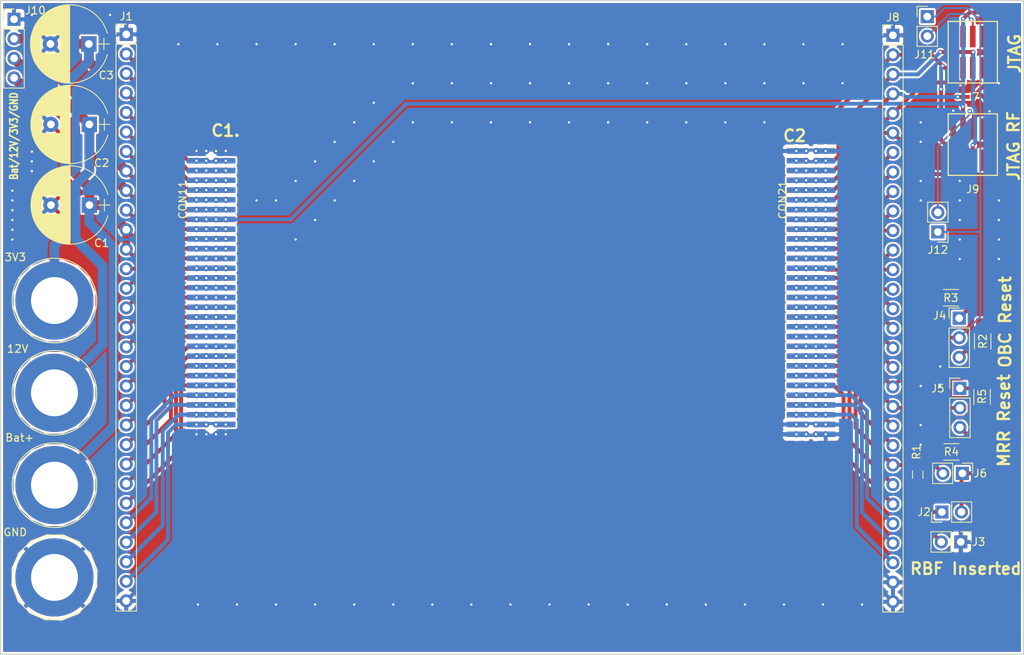
<source format=kicad_pcb>
(kicad_pcb (version 4) (host pcbnew 4.0.7)
  (layers (0 F.Cu signal) (31 B.Cu signal) (34 B.Paste user hide) (35 F.Paste user hide) (36 B.SilkS user hide) (37 F.SilkS user hide) (38 B.Mask user hide) (39 F.Mask user hide) (44 Edge.Cuts user))
  (net 0 "")
  (net 1 GND)
  (net 2 /Funkmodul1/VCC)
  (net 3 /Funkmodul1/Funkeinheit/PGND)
  (net 4 "Net-(CON11-Pad10)")
  (net 5 "Net-(CON11-Pad13)")
  (net 6 "Net-(CON11-Pad2)")
  (net 7 "Net-(CON11-Pad3)")
  (net 8 "Net-(CON11-Pad4)")
  (net 9 "Net-(CON11-Pad5)")
  (net 10 "Net-(CON11-Pad6)")
  (net 11 "Net-(CON11-Pad7)")
  (net 12 "Net-(CON11-Pad14)")
  (net 13 "Net-(CON11-Pad15)")
  (net 14 "Net-(CON11-Pad16)")
  (net 15 "Net-(CON11-Pad17)")
  (net 16 "Net-(CON11-Pad18)")
  (net 17 "Net-(CON11-Pad19)")
  (net 18 "Net-(CON11-Pad20)")
  (net 19 "Net-(CON11-Pad24)")
  (net 20 "Net-(CON11-Pad25)")
  (net 21 "Net-(CON11-Pad26)")
  (net 22 "Net-(CON11-Pad27)")
  (net 23 "Net-(CON11-Pad28)")
  (net 24 "Net-(CON11-Pad29)")
  (net 25 /Connector/TCK)
  (net 26 /Connector/TMS)
  (net 27 /Connector/TDI)
  (net 28 "Net-(CON21-Pad7)")
  (net 29 "Net-(CON21-Pad8)")
  (net 30 "Net-(CON21-Pad9)")
  (net 31 "Net-(CON21-Pad10)")
  (net 32 "Net-(CON21-Pad11)")
  (net 33 "Net-(CON21-Pad14)")
  (net 34 "Net-(CON21-Pad15)")
  (net 35 "Net-(CON21-Pad20)")
  (net 36 "Net-(CON21-Pad21)")
  (net 37 "Net-(CON21-Pad22)")
  (net 38 "Net-(CON21-Pad24)")
  (net 39 "Net-(CON21-Pad25)")
  (net 40 "Net-(CON21-Pad26)")
  (net 41 "Net-(CON21-Pad27)")
  (net 42 "Net-(CON21-Pad28)")
  (net 43 /Funkmodul2/VCC)
  (net 44 /Funkmodul2/Funkeinheit2/PGND)
  (net 45 +3V3)
  (net 46 /Connector/12V)
  (net 47 /Connector/BAT+)
  (net 48 "Net-(CON11-Pad21)")
  (net 49 "Net-(CON11-Pad22)")
  (net 50 "Net-(CON11-Pad23)")
  (net 51 /Connector/TDO)
  (net 52 /Connector/TDO-RF)
  (net 53 "Net-(CON21-Pad12)")
  (net 54 "Net-(CON21-Pad13)")
  (net 55 "Net-(CON21-Pad16)")
  (net 56 "Net-(CON21-Pad17)")
  (net 57 "Net-(CON21-Pad18)")
  (net 58 /Connector/~OBC_RESET~)
  (net 59 "Net-(CON21-Pad23)")
  (net 60 "Net-(J2-Pad1)")
  (net 61 "Net-(J4-Pad1)")
  (net 62 "Net-(J4-Pad3)")
  (net 63 "Net-(J5-Pad1)")
  (net 64 "Net-(J5-Pad3)")
  (net 65 "Net-(J6-Pad2)")
  (net 66 "Net-(J7-Pad7)")
  (net 67 "Net-(J7-Pad8)")
  (net 68 "Net-(J9-Pad7)")
  (net 69 "Net-(J9-Pad8)")
  (net 70 "Net-(J11-Pad2)")
  (net 71 "Net-(J12-Pad2)")
  (module connect-sm:VIA-0.6 (layer F.Cu) (at 146.6345 91.7365)
    (fp_text reference REF** hide)
    (fp_text value VIA-0.6 hide)
    (pad 1 thru_hole circle (at 0 0) (size 0.6 0.6) (drill 0.3) (layers *.Cu) (net 1 GND))
  )
  (module connect-sm:VIA-0.6 (layer F.Cu) (at 146.6345 89.1965)
    (fp_text reference REF** hide)
    (fp_text value VIA-0.6 hide)
    (pad 1 thru_hole circle (at 0 0) (size 0.6 0.6) (drill 0.3) (layers *.Cu) (net 1 GND))
  )
  (module connect-sm:VIA-0.6 (layer F.Cu) (at 146.6345 84.1165)
    (fp_text reference REF** hide)
    (fp_text value VIA-0.6 hide)
    (pad 1 thru_hole circle (at 0 0) (size 0.6 0.6) (drill 0.3) (layers *.Cu) (net 1 GND))
  )
  (module connect-sm:VIA-0.6 (layer F.Cu) (at 149.1745 84.1165)
    (fp_text reference REF** hide)
    (fp_text value VIA-0.6 hide)
    (pad 1 thru_hole circle (at 0 0) (size 0.6 0.6) (drill 0.3) (layers *.Cu) (net 1 GND))
  )
  (module connect-sm:VIA-0.6 (layer F.Cu) (at 149.1745 81.5765)
    (fp_text reference REF** hide)
    (fp_text value VIA-0.6 hide)
    (pad 1 thru_hole circle (at 0 0) (size 0.6 0.6) (drill 0.3) (layers *.Cu) (net 1 GND))
  )
  (module connect-sm:VIA-0.6 (layer F.Cu) (at 41.2245 35.8565)
    (fp_text reference REF** hide)
    (fp_text value VIA-0.6 hide)
    (pad 1 thru_hole circle (at 0 0) (size 0.6 0.6) (drill 0.3) (layers *.Cu) (net 1 GND))
  )
  (module connect-sm:VIA-0.6 (layer F.Cu) (at 31.0645 35.8565)
    (fp_text reference REF** hide)
    (fp_text value VIA-0.6 hide)
    (pad 1 thru_hole circle (at 0 0) (size 0.6 0.6) (drill 0.3) (layers *.Cu) (net 1 GND))
  )
  (module connect-sm:VIA-0.6 (layer F.Cu) (at 28.5245 65.0665)
    (fp_text reference REF** hide)
    (fp_text value VIA-0.6 hide)
    (pad 1 thru_hole circle (at 0 0) (size 0.6 0.6) (drill 0.3) (layers *.Cu) (net 1 GND))
  )
  (module connect-sm:VIA-0.6 (layer F.Cu) (at 28.5245 63.7965)
    (fp_text reference REF** hide)
    (fp_text value VIA-0.6 hide)
    (pad 1 thru_hole circle (at 0 0) (size 0.6 0.6) (drill 0.3) (layers *.Cu) (net 1 GND))
  )
  (module connect-sm:VIA-0.6 (layer F.Cu) (at 28.5245 62.5265)
    (fp_text reference REF** hide)
    (fp_text value VIA-0.6 hide)
    (pad 1 thru_hole circle (at 0 0) (size 0.6 0.6) (drill 0.3) (layers *.Cu) (net 1 GND))
  )
  (module connect-sm:VIA-0.6 (layer F.Cu) (at 28.5245 61.2565)
    (fp_text reference REF** hide)
    (fp_text value VIA-0.6 hide)
    (pad 1 thru_hole circle (at 0 0) (size 0.6 0.6) (drill 0.3) (layers *.Cu) (net 1 GND))
  )
  (module connect-sm:VIA-0.6 (layer F.Cu) (at 28.5245 59.9865)
    (fp_text reference REF** hide)
    (fp_text value VIA-0.6 hide)
    (pad 1 thru_hole circle (at 0 0) (size 0.6 0.6) (drill 0.3) (layers *.Cu) (net 1 GND))
  )
  (module connect-sm:VIA-0.6 (layer F.Cu) (at 28.5245 58.7165)
    (fp_text reference REF** hide)
    (fp_text value VIA-0.6 hide)
    (pad 1 thru_hole circle (at 0 0) (size 0.6 0.6) (drill 0.3) (layers *.Cu) (net 1 GND))
  )
  (module connect-sm:VIA-0.6 (layer F.Cu) (at 31.0645 56.1765)
    (fp_text reference REF** hide)
    (fp_text value VIA-0.6 hide)
    (pad 1 thru_hole circle (at 0 0) (size 0.6 0.6) (drill 0.3) (layers *.Cu) (net 1 GND))
  )
  (module connect-sm:VIA-0.6 (layer F.Cu) (at 31.0645 54.9065)
    (fp_text reference REF** hide)
    (fp_text value VIA-0.6 hide)
    (pad 1 thru_hole circle (at 0 0) (size 0.6 0.6) (drill 0.3) (layers *.Cu) (net 1 GND))
  )
  (module connect-sm:VIA-0.6 (layer F.Cu) (at 31.0645 53.6365)
    (fp_text reference REF** hide)
    (fp_text value VIA-0.6 hide)
    (pad 1 thru_hole circle (at 0 0) (size 0.6 0.6) (drill 0.3) (layers *.Cu) (net 1 GND))
  )
  (module connect-sm:VIA-0.6 (layer F.Cu) (at 156.7945 44.7465)
    (fp_text reference REF** hide)
    (fp_text value VIA-0.6 hide)
    (pad 1 thru_hole circle (at 0 0) (size 0.6 0.6) (drill 0.3) (layers *.Cu) (net 1 GND))
  )
  (module connect-sm:VIA-0.6 (layer F.Cu) (at 146.6345 59.9865)
    (fp_text reference REF** hide)
    (fp_text value VIA-0.6 hide)
    (pad 1 thru_hole circle (at 0 0) (size 0.6 0.6) (drill 0.3) (layers *.Cu) (net 1 GND))
  )
  (module connect-sm:VIA-0.6 (layer F.Cu) (at 146.6345 57.4465)
    (fp_text reference REF** hide)
    (fp_text value VIA-0.6 hide)
    (pad 1 thru_hole circle (at 0 0) (size 0.6 0.6) (drill 0.3) (layers *.Cu) (net 1 GND))
  )
  (module connect-sm:VIA-0.6 (layer F.Cu) (at 151.7145 57.4465)
    (fp_text reference REF** hide)
    (fp_text value VIA-0.6 hide)
    (pad 1 thru_hole circle (at 0 0) (size 0.6 0.6) (drill 0.3) (layers *.Cu) (net 1 GND))
  )
  (module connect-sm:VIA-0.6 (layer F.Cu) (at 146.6345 49.8265)
    (fp_text reference REF** hide)
    (fp_text value VIA-0.6 hide)
    (pad 1 thru_hole circle (at 0 0) (size 0.6 0.6) (drill 0.3) (layers *.Cu) (net 1 GND))
  )
  (module connect-sm:VIA-0.6 (layer F.Cu) (at 146.6345 52.3665)
    (fp_text reference REF** hide)
    (fp_text value VIA-0.6 hide)
    (pad 1 thru_hole circle (at 0 0) (size 0.6 0.6) (drill 0.3) (layers *.Cu) (net 1 GND))
  )
  (module connect-sm:VIA-0.6 (layer F.Cu) (at 156.7945 59.9865)
    (fp_text reference REF** hide)
    (fp_text value VIA-0.6 hide)
    (pad 1 thru_hole circle (at 0 0) (size 0.6 0.6) (drill 0.3) (layers *.Cu) (net 1 GND))
  )
  (module connect-sm:VIA-0.6 (layer F.Cu) (at 156.7945 62.5265)
    (fp_text reference REF** hide)
    (fp_text value VIA-0.6 hide)
    (pad 1 thru_hole circle (at 0 0) (size 0.6 0.6) (drill 0.3) (layers *.Cu) (net 1 GND))
  )
  (module connect-sm:VIA-0.6 (layer F.Cu) (at 156.7945 65.0665)
    (fp_text reference REF** hide)
    (fp_text value VIA-0.6 hide)
    (pad 1 thru_hole circle (at 0 0) (size 0.6 0.6) (drill 0.3) (layers *.Cu) (net 1 GND))
  )
  (module connect-sm:VIA-0.6 (layer F.Cu) (at 156.7945 67.6065)
    (fp_text reference REF** hide)
    (fp_text value VIA-0.6 hide)
    (pad 1 thru_hole circle (at 0 0) (size 0.6 0.6) (drill 0.3) (layers *.Cu) (net 1 GND))
  )
  (module connect-sm:VIA-0.6 (layer F.Cu) (at 151.7145 67.6065)
    (fp_text reference REF** hide)
    (fp_text value VIA-0.6 hide)
    (pad 1 thru_hole circle (at 0 0) (size 0.6 0.6) (drill 0.3) (layers *.Cu) (net 1 GND))
  )
  (module connect-sm:VIA-0.6 (layer F.Cu) (at 151.7145 65.0665)
    (fp_text reference REF** hide)
    (fp_text value VIA-0.6 hide)
    (pad 1 thru_hole circle (at 0 0) (size 0.6 0.6) (drill 0.3) (layers *.Cu) (net 1 GND))
  )
  (module connect-sm:VIA-0.6 (layer F.Cu) (at 151.7145 62.5265)
    (fp_text reference REF** hide)
    (fp_text value VIA-0.6 hide)
    (pad 1 thru_hole circle (at 0 0) (size 0.6 0.6) (drill 0.3) (layers *.Cu) (net 1 GND))
  )
  (module connect-sm:VIA-0.6 (layer F.Cu) (at 151.7145 59.9865)
    (fp_text reference REF** hide)
    (fp_text value VIA-0.6 hide)
    (pad 1 thru_hole circle (at 0 0) (size 0.6 0.6) (drill 0.3) (layers *.Cu) (net 1 GND))
  )
  (module connect-sm:VIA-0.6 (layer F.Cu) (at 85.6745 44.7465)
    (fp_text reference REF** hide)
    (fp_text value VIA-0.6 hide)
    (pad 1 thru_hole circle (at 0 0) (size 0.6 0.6) (drill 0.3) (layers *.Cu) (net 1 GND))
  )
  (module connect-sm:VIA-0.6 (layer F.Cu) (at 80.5945 44.7465)
    (fp_text reference REF** hide)
    (fp_text value VIA-0.6 hide)
    (pad 1 thru_hole circle (at 0 0) (size 0.6 0.6) (drill 0.3) (layers *.Cu) (net 1 GND))
  )
  (module connect-sm:VIA-0.6 (layer F.Cu) (at 136.4745 44.7465)
    (fp_text reference REF** hide)
    (fp_text value VIA-0.6 hide)
    (pad 1 thru_hole circle (at 0 0) (size 0.6 0.6) (drill 0.3) (layers *.Cu) (net 1 GND))
  )
  (module connect-sm:VIA-0.6 (layer F.Cu) (at 131.3945 44.7465)
    (fp_text reference REF** hide)
    (fp_text value VIA-0.6 hide)
    (pad 1 thru_hole circle (at 0 0) (size 0.6 0.6) (drill 0.3) (layers *.Cu) (net 1 GND))
  )
  (module connect-sm:VIA-0.6 (layer F.Cu) (at 126.3145 44.7465)
    (fp_text reference REF** hide)
    (fp_text value VIA-0.6 hide)
    (pad 1 thru_hole circle (at 0 0) (size 0.6 0.6) (drill 0.3) (layers *.Cu) (net 1 GND))
  )
  (module connect-sm:VIA-0.6 (layer F.Cu) (at 121.2345 44.7465)
    (fp_text reference REF** hide)
    (fp_text value VIA-0.6 hide)
    (pad 1 thru_hole circle (at 0 0) (size 0.6 0.6) (drill 0.3) (layers *.Cu) (net 1 GND))
  )
  (module connect-sm:VIA-0.6 (layer F.Cu) (at 116.1545 44.7465)
    (fp_text reference REF** hide)
    (fp_text value VIA-0.6 hide)
    (pad 1 thru_hole circle (at 0 0) (size 0.6 0.6) (drill 0.3) (layers *.Cu) (net 1 GND))
  )
  (module connect-sm:VIA-0.6 (layer F.Cu) (at 111.0745 44.7465)
    (fp_text reference REF** hide)
    (fp_text value VIA-0.6 hide)
    (pad 1 thru_hole circle (at 0 0) (size 0.6 0.6) (drill 0.3) (layers *.Cu) (net 1 GND))
  )
  (module connect-sm:VIA-0.6 (layer F.Cu) (at 105.9945 44.7465)
    (fp_text reference REF** hide)
    (fp_text value VIA-0.6 hide)
    (pad 1 thru_hole circle (at 0 0) (size 0.6 0.6) (drill 0.3) (layers *.Cu) (net 1 GND))
  )
  (module connect-sm:VIA-0.6 (layer F.Cu) (at 100.9145 44.7465)
    (fp_text reference REF** hide)
    (fp_text value VIA-0.6 hide)
    (pad 1 thru_hole circle (at 0 0) (size 0.6 0.6) (drill 0.3) (layers *.Cu) (net 1 GND))
  )
  (module connect-sm:VIA-0.6 (layer F.Cu) (at 90.7545 44.7465)
    (fp_text reference REF** hide)
    (fp_text value VIA-0.6 hide)
    (pad 1 thru_hole circle (at 0 0) (size 0.6 0.6) (drill 0.3) (layers *.Cu) (net 1 GND))
  )
  (module connect-sm:VIA-0.6 (layer F.Cu) (at 95.8345 44.7465)
    (fp_text reference REF** hide)
    (fp_text value VIA-0.6 hide)
    (pad 1 thru_hole circle (at 0 0) (size 0.6 0.6) (drill 0.3) (layers *.Cu) (net 1 GND))
  )
  (module connect-sm:VIA-0.6 (layer F.Cu) (at 75.5145 47.2865)
    (fp_text reference REF** hide)
    (fp_text value VIA-0.6 hide)
    (pad 1 thru_hole circle (at 0 0) (size 0.6 0.6) (drill 0.3) (layers *.Cu) (net 1 GND))
  )
  (module connect-sm:VIA-0.6 (layer F.Cu) (at 72.9745 49.8265)
    (fp_text reference REF** hide)
    (fp_text value VIA-0.6 hide)
    (pad 1 thru_hole circle (at 0 0) (size 0.6 0.6) (drill 0.3) (layers *.Cu) (net 1 GND))
  )
  (module connect-sm:VIA-0.6 (layer F.Cu) (at 70.4345 52.3665)
    (fp_text reference REF** hide)
    (fp_text value VIA-0.6 hide)
    (pad 1 thru_hole circle (at 0 0) (size 0.6 0.6) (drill 0.3) (layers *.Cu) (net 1 GND))
  )
  (module connect-sm:VIA-0.6 (layer F.Cu) (at 67.8945 54.9065)
    (fp_text reference REF** hide)
    (fp_text value VIA-0.6 hide)
    (pad 1 thru_hole circle (at 0 0) (size 0.6 0.6) (drill 0.3) (layers *.Cu) (net 1 GND))
  )
  (module connect-sm:VIA-0.6 (layer F.Cu) (at 65.3545 57.4465)
    (fp_text reference REF** hide)
    (fp_text value VIA-0.6 hide)
    (pad 1 thru_hole circle (at 0 0) (size 0.6 0.6) (drill 0.3) (layers *.Cu) (net 1 GND))
  )
  (module connect-sm:VIA-0.6 (layer F.Cu) (at 62.8145 59.9865)
    (fp_text reference REF** hide)
    (fp_text value VIA-0.6 hide)
    (pad 1 thru_hole circle (at 0 0) (size 0.6 0.6) (drill 0.3) (layers *.Cu) (net 1 GND))
  )
  (module connect-sm:VIA-0.6 (layer F.Cu) (at 60.2745 59.9865)
    (fp_text reference REF** hide)
    (fp_text value VIA-0.6 hide)
    (pad 1 thru_hole circle (at 0 0) (size 0.6 0.6) (drill 0.3) (layers *.Cu) (net 1 GND))
  )
  (module connect-sm:VIA-0.6 (layer F.Cu) (at 65.3545 65.0665)
    (fp_text reference REF** hide)
    (fp_text value VIA-0.6 hide)
    (pad 1 thru_hole circle (at 0 0) (size 0.6 0.6) (drill 0.3) (layers *.Cu) (net 1 GND))
  )
  (module connect-sm:VIA-0.6 (layer F.Cu) (at 67.8945 62.5265)
    (fp_text reference REF** hide)
    (fp_text value VIA-0.6 hide)
    (pad 1 thru_hole circle (at 0 0) (size 0.6 0.6) (drill 0.3) (layers *.Cu) (net 1 GND))
  )
  (module connect-sm:VIA-0.6 (layer F.Cu) (at 70.4345 59.9865)
    (fp_text reference REF** hide)
    (fp_text value VIA-0.6 hide)
    (pad 1 thru_hole circle (at 0 0) (size 0.6 0.6) (drill 0.3) (layers *.Cu) (net 1 GND))
  )
  (module connect-sm:VIA-0.6 (layer F.Cu) (at 72.9745 57.4465)
    (fp_text reference REF** hide)
    (fp_text value VIA-0.6 hide)
    (pad 1 thru_hole circle (at 0 0) (size 0.6 0.6) (drill 0.3) (layers *.Cu) (net 1 GND))
  )
  (module connect-sm:VIA-0.6 (layer F.Cu) (at 75.5145 54.9065)
    (fp_text reference REF** hide)
    (fp_text value VIA-0.6 hide)
    (pad 1 thru_hole circle (at 0 0) (size 0.6 0.6) (drill 0.3) (layers *.Cu) (net 1 GND))
  )
  (module connect-sm:VIA-0.6 (layer F.Cu) (at 78.0545 52.3665)
    (fp_text reference REF** hide)
    (fp_text value VIA-0.6 hide)
    (pad 1 thru_hole circle (at 0 0) (size 0.6 0.6) (drill 0.3) (layers *.Cu) (net 1 GND))
  )
  (module connect-sm:VIA-0.6 (layer F.Cu) (at 80.5945 49.8265)
    (fp_text reference REF** hide)
    (fp_text value VIA-0.6 hide)
    (pad 1 thru_hole circle (at 0 0) (size 0.6 0.6) (drill 0.3) (layers *.Cu) (net 1 GND))
  )
  (module connect-sm:VIA-0.6 (layer F.Cu) (at 85.6745 49.8265)
    (fp_text reference REF** hide)
    (fp_text value VIA-0.6 hide)
    (pad 1 thru_hole circle (at 0 0) (size 0.6 0.6) (drill 0.3) (layers *.Cu) (net 1 GND))
  )
  (module connect-sm:VIA-0.6 (layer F.Cu) (at 90.7545 49.8265)
    (fp_text reference REF** hide)
    (fp_text value VIA-0.6 hide)
    (pad 1 thru_hole circle (at 0 0) (size 0.6 0.6) (drill 0.3) (layers *.Cu) (net 1 GND))
  )
  (module connect-sm:VIA-0.6 (layer F.Cu) (at 95.8345 49.8265)
    (fp_text reference REF** hide)
    (fp_text value VIA-0.6 hide)
    (pad 1 thru_hole circle (at 0 0) (size 0.6 0.6) (drill 0.3) (layers *.Cu) (net 1 GND))
  )
  (module connect-sm:VIA-0.6 (layer F.Cu) (at 100.9145 49.8265)
    (fp_text reference REF** hide)
    (fp_text value VIA-0.6 hide)
    (pad 1 thru_hole circle (at 0 0) (size 0.6 0.6) (drill 0.3) (layers *.Cu) (net 1 GND))
  )
  (module connect-sm:VIA-0.6 (layer F.Cu) (at 105.9945 49.8265)
    (fp_text reference REF** hide)
    (fp_text value VIA-0.6 hide)
    (pad 1 thru_hole circle (at 0 0) (size 0.6 0.6) (drill 0.3) (layers *.Cu) (net 1 GND))
  )
  (module connect-sm:VIA-0.6 (layer F.Cu) (at 111.0745 49.8265)
    (fp_text reference REF** hide)
    (fp_text value VIA-0.6 hide)
    (pad 1 thru_hole circle (at 0 0) (size 0.6 0.6) (drill 0.3) (layers *.Cu) (net 1 GND))
  )
  (module connect-sm:VIA-0.6 (layer F.Cu) (at 116.1545 49.8265)
    (fp_text reference REF** hide)
    (fp_text value VIA-0.6 hide)
    (pad 1 thru_hole circle (at 0 0) (size 0.6 0.6) (drill 0.3) (layers *.Cu) (net 1 GND))
  )
  (module connect-sm:VIA-0.6 (layer F.Cu) (at 121.2345 49.8265)
    (fp_text reference REF** hide)
    (fp_text value VIA-0.6 hide)
    (pad 1 thru_hole circle (at 0 0) (size 0.6 0.6) (drill 0.3) (layers *.Cu) (net 1 GND))
  )
  (module connect-sm:VIA-0.6 (layer F.Cu) (at 126.3145 49.8265)
    (fp_text reference REF** hide)
    (fp_text value VIA-0.6 hide)
    (pad 1 thru_hole circle (at 0 0) (size 0.6 0.6) (drill 0.3) (layers *.Cu) (net 1 GND))
  )
  (module connect-sm:VIA-0.6 (layer F.Cu) (at 50.1145 39.6665)
    (fp_text reference REF** hide)
    (fp_text value VIA-0.6 hide)
    (pad 1 thru_hole circle (at 0 0) (size 0.6 0.6) (drill 0.3) (layers *.Cu) (net 1 GND))
  )
  (module connect-sm:VIA-0.6 (layer F.Cu) (at 55.1945 39.6665)
    (fp_text reference REF** hide)
    (fp_text value VIA-0.6 hide)
    (pad 1 thru_hole circle (at 0 0) (size 0.6 0.6) (drill 0.3) (layers *.Cu) (net 1 GND))
  )
  (module connect-sm:VIA-0.6 (layer F.Cu) (at 60.2745 39.6665)
    (fp_text reference REF** hide)
    (fp_text value VIA-0.6 hide)
    (pad 1 thru_hole circle (at 0 0) (size 0.6 0.6) (drill 0.3) (layers *.Cu) (net 1 GND))
  )
  (module connect-sm:VIA-0.6 (layer F.Cu) (at 65.3545 39.6665)
    (fp_text reference REF** hide)
    (fp_text value VIA-0.6 hide)
    (pad 1 thru_hole circle (at 0 0) (size 0.6 0.6) (drill 0.3) (layers *.Cu) (net 1 GND))
  )
  (module connect-sm:VIA-0.6 (layer F.Cu) (at 70.4345 39.6665)
    (fp_text reference REF** hide)
    (fp_text value VIA-0.6 hide)
    (pad 1 thru_hole circle (at 0 0) (size 0.6 0.6) (drill 0.3) (layers *.Cu) (net 1 GND))
  )
  (module connect-sm:VIA-0.6 (layer F.Cu) (at 75.5145 39.6665)
    (fp_text reference REF** hide)
    (fp_text value VIA-0.6 hide)
    (pad 1 thru_hole circle (at 0 0) (size 0.6 0.6) (drill 0.3) (layers *.Cu) (net 1 GND))
  )
  (module connect-sm:VIA-0.6 (layer F.Cu) (at 80.5945 39.6665)
    (fp_text reference REF** hide)
    (fp_text value VIA-0.6 hide)
    (pad 1 thru_hole circle (at 0 0) (size 0.6 0.6) (drill 0.3) (layers *.Cu) (net 1 GND))
  )
  (module connect-sm:VIA-0.6 (layer F.Cu) (at 85.6745 39.6665)
    (fp_text reference REF** hide)
    (fp_text value VIA-0.6 hide)
    (pad 1 thru_hole circle (at 0 0) (size 0.6 0.6) (drill 0.3) (layers *.Cu) (net 1 GND))
  )
  (module connect-sm:VIA-0.6 (layer F.Cu) (at 90.7545 39.6665)
    (fp_text reference REF** hide)
    (fp_text value VIA-0.6 hide)
    (pad 1 thru_hole circle (at 0 0) (size 0.6 0.6) (drill 0.3) (layers *.Cu) (net 1 GND))
  )
  (module connect-sm:VIA-0.6 (layer F.Cu) (at 95.8345 39.6665)
    (fp_text reference REF** hide)
    (fp_text value VIA-0.6 hide)
    (pad 1 thru_hole circle (at 0 0) (size 0.6 0.6) (drill 0.3) (layers *.Cu) (net 1 GND))
  )
  (module connect-sm:VIA-0.6 (layer F.Cu) (at 100.9145 39.6665)
    (fp_text reference REF** hide)
    (fp_text value VIA-0.6 hide)
    (pad 1 thru_hole circle (at 0 0) (size 0.6 0.6) (drill 0.3) (layers *.Cu) (net 1 GND))
  )
  (module connect-sm:VIA-0.6 (layer F.Cu) (at 105.9945 39.6665)
    (fp_text reference REF** hide)
    (fp_text value VIA-0.6 hide)
    (pad 1 thru_hole circle (at 0 0) (size 0.6 0.6) (drill 0.3) (layers *.Cu) (net 1 GND))
  )
  (module connect-sm:VIA-0.6 (layer F.Cu) (at 111.0745 39.6665)
    (fp_text reference REF** hide)
    (fp_text value VIA-0.6 hide)
    (pad 1 thru_hole circle (at 0 0) (size 0.6 0.6) (drill 0.3) (layers *.Cu) (net 1 GND))
  )
  (module connect-sm:VIA-0.6 (layer F.Cu) (at 116.1545 39.6665)
    (fp_text reference REF** hide)
    (fp_text value VIA-0.6 hide)
    (pad 1 thru_hole circle (at 0 0) (size 0.6 0.6) (drill 0.3) (layers *.Cu) (net 1 GND))
  )
  (module connect-sm:VIA-0.6 (layer F.Cu) (at 121.2345 39.6665)
    (fp_text reference REF** hide)
    (fp_text value VIA-0.6 hide)
    (pad 1 thru_hole circle (at 0 0) (size 0.6 0.6) (drill 0.3) (layers *.Cu) (net 1 GND))
  )
  (module connect-sm:VIA-0.6 (layer F.Cu) (at 126.3145 39.6665)
    (fp_text reference REF** hide)
    (fp_text value VIA-0.6 hide)
    (pad 1 thru_hole circle (at 0 0) (size 0.6 0.6) (drill 0.3) (layers *.Cu) (net 1 GND))
  )
  (module connect-sm:VIA-0.6 (layer F.Cu) (at 131.3945 39.6665)
    (fp_text reference REF** hide)
    (fp_text value VIA-0.6 hide)
    (pad 1 thru_hole circle (at 0 0) (size 0.6 0.6) (drill 0.3) (layers *.Cu) (net 1 GND))
  )
  (module connect-sm:VIA-0.6 (layer F.Cu) (at 136.4745 39.6665)
    (fp_text reference REF** hide)
    (fp_text value VIA-0.6 hide)
    (pad 1 thru_hole circle (at 0 0) (size 0.6 0.6) (drill 0.3) (layers *.Cu) (net 1 GND))
  )
  (module connect-sm:VIA-0.6 (layer F.Cu) (at 139.0145 112.52386)
    (fp_text reference REF** hide)
    (fp_text value VIA-0.6 hide)
    (pad 1 thru_hole circle (at 0 0) (size 0.6 0.6) (drill 0.3) (layers *.Cu) (net 1 GND))
  )
  (module connect-sm:VIA-0.6 (layer F.Cu) (at 133.9345 112.52386)
    (fp_text reference REF** hide)
    (fp_text value VIA-0.6 hide)
    (pad 1 thru_hole circle (at 0 0) (size 0.6 0.6) (drill 0.3) (layers *.Cu) (net 1 GND))
  )
  (module connect-sm:VIA-0.6 (layer F.Cu) (at 128.8545 112.52386)
    (fp_text reference REF** hide)
    (fp_text value VIA-0.6 hide)
    (pad 1 thru_hole circle (at 0 0) (size 0.6 0.6) (drill 0.3) (layers *.Cu) (net 1 GND))
  )
  (module connect-sm:VIA-0.6 (layer F.Cu) (at 123.7745 112.52386)
    (fp_text reference REF** hide)
    (fp_text value VIA-0.6 hide)
    (pad 1 thru_hole circle (at 0 0) (size 0.6 0.6) (drill 0.3) (layers *.Cu) (net 1 GND))
  )
  (module connect-sm:VIA-0.6 (layer F.Cu) (at 118.6945 112.52386)
    (fp_text reference REF** hide)
    (fp_text value VIA-0.6 hide)
    (pad 1 thru_hole circle (at 0 0) (size 0.6 0.6) (drill 0.3) (layers *.Cu) (net 1 GND))
  )
  (module connect-sm:VIA-0.6 (layer F.Cu) (at 113.6145 112.52386)
    (fp_text reference REF** hide)
    (fp_text value VIA-0.6 hide)
    (pad 1 thru_hole circle (at 0 0) (size 0.6 0.6) (drill 0.3) (layers *.Cu) (net 1 GND))
  )
  (module connect-sm:VIA-0.6 (layer F.Cu) (at 108.5345 112.52386)
    (fp_text reference REF** hide)
    (fp_text value VIA-0.6 hide)
    (pad 1 thru_hole circle (at 0 0) (size 0.6 0.6) (drill 0.3) (layers *.Cu) (net 1 GND))
  )
  (module connect-sm:VIA-0.6 (layer F.Cu) (at 103.4545 112.52386)
    (fp_text reference REF** hide)
    (fp_text value VIA-0.6 hide)
    (pad 1 thru_hole circle (at 0 0) (size 0.6 0.6) (drill 0.3) (layers *.Cu) (net 1 GND))
  )
  (module connect-sm:VIA-0.6 (layer F.Cu) (at 98.3745 112.52386)
    (fp_text reference REF** hide)
    (fp_text value VIA-0.6 hide)
    (pad 1 thru_hole circle (at 0 0) (size 0.6 0.6) (drill 0.3) (layers *.Cu) (net 1 GND))
  )
  (module connect-sm:VIA-0.6 (layer F.Cu) (at 93.2945 112.52386)
    (fp_text reference REF** hide)
    (fp_text value VIA-0.6 hide)
    (pad 1 thru_hole circle (at 0 0) (size 0.6 0.6) (drill 0.3) (layers *.Cu) (net 1 GND))
  )
  (module connect-sm:VIA-0.6 (layer F.Cu) (at 88.2145 112.52386)
    (fp_text reference REF** hide)
    (fp_text value VIA-0.6 hide)
    (pad 1 thru_hole circle (at 0 0) (size 0.6 0.6) (drill 0.3) (layers *.Cu) (net 1 GND))
  )
  (module connect-sm:VIA-0.6 (layer F.Cu) (at 83.1345 112.52386)
    (fp_text reference REF** hide)
    (fp_text value VIA-0.6 hide)
    (pad 1 thru_hole circle (at 0 0) (size 0.6 0.6) (drill 0.3) (layers *.Cu) (net 1 GND))
  )
  (module connect-sm:VIA-0.6 (layer F.Cu) (at 78.0545 112.52386)
    (fp_text reference REF** hide)
    (fp_text value VIA-0.6 hide)
    (pad 1 thru_hole circle (at 0 0) (size 0.6 0.6) (drill 0.3) (layers *.Cu) (net 1 GND))
  )
  (module connect-sm:VIA-0.6 (layer F.Cu) (at 72.9745 112.52386)
    (fp_text reference REF** hide)
    (fp_text value VIA-0.6 hide)
    (pad 1 thru_hole circle (at 0 0) (size 0.6 0.6) (drill 0.3) (layers *.Cu) (net 1 GND))
  )
  (module connect-sm:VIA-0.6 (layer F.Cu) (at 67.8945 112.52386)
    (fp_text reference REF** hide)
    (fp_text value VIA-0.6 hide)
    (pad 1 thru_hole circle (at 0 0) (size 0.6 0.6) (drill 0.3) (layers *.Cu) (net 1 GND))
  )
  (module connect-sm:VIA-0.6 (layer F.Cu) (at 62.8145 112.52386)
    (fp_text reference REF** hide)
    (fp_text value VIA-0.6 hide)
    (pad 1 thru_hole circle (at 0 0) (size 0.6 0.6) (drill 0.3) (layers *.Cu) (net 1 GND))
  )
  (module connect-sm:VIA-0.6 (layer F.Cu) (at 57.7345 112.52386)
    (fp_text reference REF** hide)
    (fp_text value VIA-0.6 hide)
    (pad 1 thru_hole circle (at 0 0) (size 0.6 0.6) (drill 0.3) (layers *.Cu) (net 1 GND))
  )
  (module connect-sm:VIA-0.6 (layer F.Cu) (at 52.6545 112.52386)
    (fp_text reference REF** hide)
    (fp_text value VIA-0.6 hide)
    (pad 1 thru_hole circle (at 0 0) (size 0.6 0.6) (drill 0.3) (layers *.Cu) (net 1 GND))
  )
  (module Pin_Headers:Pin_Header_Straight_1x30_Pitch2.54mm (layer F.Cu) (at 143.02262 38.50826)
    (fp_text reference J8 (at 0 -2.33) (layer F.SilkS))
    (fp_text value Conn_01x30)
    (pad 1 thru_hole rect (at 0 0) (size 1.7 1.7) (drill 1) (layers *.Cu *.Mask) (net 1 GND))
    (pad 2 thru_hole oval (at 0 2.54) (size 1.7 1.7) (drill 1) (layers *.Cu *.Mask) (net 25 /Connector/TCK))
    (pad 3 thru_hole oval (at 0 5.08) (size 1.7 1.7) (drill 1) (layers *.Cu *.Mask) (net 26 /Connector/TMS))
    (pad 4 thru_hole oval (at 0 7.62) (size 1.7 1.7) (drill 1) (layers *.Cu *.Mask) (net 27 /Connector/TDI))
    (pad 5 thru_hole oval (at 0 10.16) (size 1.7 1.7) (drill 1) (layers *.Cu *.Mask) (net 51 /Connector/TDO))
    (pad 6 thru_hole oval (at 0 12.7) (size 1.7 1.7) (drill 1) (layers *.Cu *.Mask) (net 52 /Connector/TDO-RF))
    (pad 7 thru_hole oval (at 0 15.24) (size 1.7 1.7) (drill 1) (layers *.Cu *.Mask) (net 28 "Net-(CON21-Pad7)"))
    (pad 8 thru_hole oval (at 0 17.78) (size 1.7 1.7) (drill 1) (layers *.Cu *.Mask) (net 29 "Net-(CON21-Pad8)"))
    (pad 9 thru_hole oval (at 0 20.32) (size 1.7 1.7) (drill 1) (layers *.Cu *.Mask) (net 30 "Net-(CON21-Pad9)"))
    (pad 10 thru_hole oval (at 0 22.86) (size 1.7 1.7) (drill 1) (layers *.Cu *.Mask) (net 31 "Net-(CON21-Pad10)"))
    (pad 11 thru_hole oval (at 0 25.4) (size 1.7 1.7) (drill 1) (layers *.Cu *.Mask) (net 32 "Net-(CON21-Pad11)"))
    (pad 12 thru_hole oval (at 0 27.94) (size 1.7 1.7) (drill 1) (layers *.Cu *.Mask) (net 53 "Net-(CON21-Pad12)"))
    (pad 13 thru_hole oval (at 0 30.48) (size 1.7 1.7) (drill 1) (layers *.Cu *.Mask) (net 54 "Net-(CON21-Pad13)"))
    (pad 14 thru_hole oval (at 0 33.02) (size 1.7 1.7) (drill 1) (layers *.Cu *.Mask) (net 33 "Net-(CON21-Pad14)"))
    (pad 15 thru_hole oval (at 0 35.56) (size 1.7 1.7) (drill 1) (layers *.Cu *.Mask) (net 34 "Net-(CON21-Pad15)"))
    (pad 16 thru_hole oval (at 0 38.1) (size 1.7 1.7) (drill 1) (layers *.Cu *.Mask) (net 55 "Net-(CON21-Pad16)"))
    (pad 17 thru_hole oval (at 0 40.64) (size 1.7 1.7) (drill 1) (layers *.Cu *.Mask) (net 56 "Net-(CON21-Pad17)"))
    (pad 18 thru_hole oval (at 0 43.18) (size 1.7 1.7) (drill 1) (layers *.Cu *.Mask) (net 57 "Net-(CON21-Pad18)"))
    (pad 19 thru_hole oval (at 0 45.72) (size 1.7 1.7) (drill 1) (layers *.Cu *.Mask) (net 58 /Connector/~OBC_RESET~))
    (pad 20 thru_hole oval (at 0 48.26) (size 1.7 1.7) (drill 1) (layers *.Cu *.Mask) (net 35 "Net-(CON21-Pad20)"))
    (pad 21 thru_hole oval (at 0 50.8) (size 1.7 1.7) (drill 1) (layers *.Cu *.Mask) (net 36 "Net-(CON21-Pad21)"))
    (pad 22 thru_hole oval (at 0 53.34) (size 1.7 1.7) (drill 1) (layers *.Cu *.Mask) (net 37 "Net-(CON21-Pad22)"))
    (pad 23 thru_hole oval (at 0 55.88) (size 1.7 1.7) (drill 1) (layers *.Cu *.Mask) (net 59 "Net-(CON21-Pad23)"))
    (pad 24 thru_hole oval (at 0 58.42) (size 1.7 1.7) (drill 1) (layers *.Cu *.Mask) (net 38 "Net-(CON21-Pad24)"))
    (pad 25 thru_hole oval (at 0 60.96) (size 1.7 1.7) (drill 1) (layers *.Cu *.Mask) (net 39 "Net-(CON21-Pad25)"))
    (pad 26 thru_hole oval (at 0 63.5) (size 1.7 1.7) (drill 1) (layers *.Cu *.Mask) (net 40 "Net-(CON21-Pad26)"))
    (pad 27 thru_hole oval (at 0 66.04) (size 1.7 1.7) (drill 1) (layers *.Cu *.Mask) (net 41 "Net-(CON21-Pad27)"))
    (pad 28 thru_hole oval (at 0 68.58) (size 1.7 1.7) (drill 1) (layers *.Cu *.Mask) (net 42 "Net-(CON21-Pad28)"))
    (pad 29 thru_hole oval (at 0 71.12) (size 1.7 1.7) (drill 1) (layers *.Cu *.Mask) (net 1 GND))
    (pad 30 thru_hole oval (at 0 73.66) (size 1.7 1.7) (drill 1) (layers *.Cu *.Mask) (net 1 GND))
  )
  (module cubesatFunkmodul:Cubesatconnector (layer F.Cu) (at 54.5 71.9709 270)
    (fp_text reference CON11 (at -12.065 3.802 270) (layer F.SilkS))
    (fp_text value DISCO-CON1 hide)
    (pad 1 thru_hole circle (at -18.415 -1.778 270) (size 0.8 0.8) (drill 0.3) (layers *.Cu *.Mask) (net 1 GND))
    (pad 1 thru_hole circle (at -18.415 -0.508 270) (size 0.8 0.8) (drill 0.3) (layers *.Cu *.Mask) (net 1 GND))
    (pad 1 thru_hole circle (at -18.415 0.762 270) (size 0.8 0.8) (drill 0.3) (layers *.Cu *.Mask) (net 1 GND))
    (pad 1 thru_hole circle (at -18.415 2.032 270) (size 0.8 0.8) (drill 0.3) (layers *.Cu *.Mask) (net 1 GND))
    (pad 2 thru_hole circle (at -17.145 -1.778 270) (size 0.8 0.8) (drill 0.3) (layers *.Cu *.Mask) (net 6 "Net-(CON11-Pad2)"))
    (pad 2 thru_hole circle (at -17.145 0.762 270) (size 0.8 0.8) (drill 0.3) (layers *.Cu *.Mask) (net 6 "Net-(CON11-Pad2)"))
    (pad 2 thru_hole circle (at -17.145 -0.508 270) (size 0.8 0.8) (drill 0.3) (layers *.Cu *.Mask) (net 6 "Net-(CON11-Pad2)"))
    (pad 2 thru_hole circle (at -17.145 2.032 270) (size 0.8 0.8) (drill 0.3) (layers *.Cu *.Mask) (net 6 "Net-(CON11-Pad2)"))
    (pad 3 thru_hole circle (at -15.875 -1.778 270) (size 0.8 0.8) (drill 0.3) (layers *.Cu *.Mask) (net 7 "Net-(CON11-Pad3)"))
    (pad 3 thru_hole circle (at -15.875 -0.508 270) (size 0.8 0.8) (drill 0.3) (layers *.Cu *.Mask) (net 7 "Net-(CON11-Pad3)"))
    (pad 3 thru_hole circle (at -15.875 0.762 270) (size 0.8 0.8) (drill 0.3) (layers *.Cu *.Mask) (net 7 "Net-(CON11-Pad3)"))
    (pad 3 thru_hole circle (at -15.875 2.032 270) (size 0.8 0.8) (drill 0.3) (layers *.Cu *.Mask) (net 7 "Net-(CON11-Pad3)"))
    (pad 4 thru_hole circle (at -14.605 -1.778 270) (size 0.8 0.8) (drill 0.3) (layers *.Cu *.Mask) (net 8 "Net-(CON11-Pad4)"))
    (pad 4 thru_hole circle (at -14.605 -0.508 270) (size 0.8 0.8) (drill 0.3) (layers *.Cu *.Mask) (net 8 "Net-(CON11-Pad4)"))
    (pad 4 thru_hole circle (at -14.605 0.762 270) (size 0.8 0.8) (drill 0.3) (layers *.Cu *.Mask) (net 8 "Net-(CON11-Pad4)"))
    (pad 4 thru_hole circle (at -14.605 2.032 270) (size 0.8 0.8) (drill 0.3) (layers *.Cu *.Mask) (net 8 "Net-(CON11-Pad4)"))
    (pad 5 thru_hole circle (at -13.335 -1.778 270) (size 0.8 0.8) (drill 0.3) (layers *.Cu *.Mask) (net 9 "Net-(CON11-Pad5)"))
    (pad 5 thru_hole circle (at -13.335 -0.508 270) (size 0.8 0.8) (drill 0.3) (layers *.Cu *.Mask) (net 9 "Net-(CON11-Pad5)"))
    (pad 5 thru_hole circle (at -13.335 0.762 270) (size 0.8 0.8) (drill 0.3) (layers *.Cu *.Mask) (net 9 "Net-(CON11-Pad5)"))
    (pad 5 thru_hole circle (at -13.335 2.032 270) (size 0.8 0.8) (drill 0.3) (layers *.Cu *.Mask) (net 9 "Net-(CON11-Pad5)"))
    (pad 6 thru_hole circle (at -12.065 -1.778 270) (size 0.8 0.8) (drill 0.3) (layers *.Cu *.Mask) (net 10 "Net-(CON11-Pad6)"))
    (pad 6 thru_hole circle (at -12.065 -0.508 270) (size 0.8 0.8) (drill 0.3) (layers *.Cu *.Mask) (net 10 "Net-(CON11-Pad6)"))
    (pad 6 thru_hole circle (at -12.065 0.762 270) (size 0.8 0.8) (drill 0.3) (layers *.Cu *.Mask) (net 10 "Net-(CON11-Pad6)"))
    (pad 6 thru_hole circle (at -12.065 2.032 270) (size 0.8 0.8) (drill 0.3) (layers *.Cu *.Mask) (net 10 "Net-(CON11-Pad6)"))
    (pad 7 thru_hole circle (at -10.795 -1.778 270) (size 0.8 0.8) (drill 0.3) (layers *.Cu *.Mask) (net 11 "Net-(CON11-Pad7)"))
    (pad 7 thru_hole circle (at -10.795 -0.508 270) (size 0.8 0.8) (drill 0.3) (layers *.Cu *.Mask) (net 11 "Net-(CON11-Pad7)"))
    (pad 7 thru_hole circle (at -10.795 0.762 270) (size 0.8 0.8) (drill 0.3) (layers *.Cu *.Mask) (net 11 "Net-(CON11-Pad7)"))
    (pad 7 thru_hole circle (at -10.795 2.032 270) (size 0.8 0.8) (drill 0.3) (layers *.Cu *.Mask) (net 11 "Net-(CON11-Pad7)"))
    (pad 8 thru_hole circle (at -9.525 -1.778 270) (size 0.8 0.8) (drill 0.3) (layers *.Cu *.Mask) (net 45 +3V3))
    (pad 8 thru_hole circle (at -9.525 -0.508 270) (size 0.8 0.8) (drill 0.3) (layers *.Cu *.Mask) (net 45 +3V3))
    (pad 8 thru_hole circle (at -9.525 0.762 270) (size 0.8 0.8) (drill 0.3) (layers *.Cu *.Mask) (net 45 +3V3))
    (pad 8 thru_hole circle (at -9.525 2.032 270) (size 0.8 0.8) (drill 0.3) (layers *.Cu *.Mask) (net 45 +3V3))
    (pad 9 thru_hole circle (at -8.255 -1.778 270) (size 0.8 0.8) (drill 0.3) (layers *.Cu *.Mask) (net 46 /Connector/12V))
    (pad 9 thru_hole circle (at -8.255 -0.508 270) (size 0.8 0.8) (drill 0.3) (layers *.Cu *.Mask) (net 46 /Connector/12V))
    (pad 9 thru_hole circle (at -8.255 0.762 270) (size 0.8 0.8) (drill 0.3) (layers *.Cu *.Mask) (net 46 /Connector/12V))
    (pad 9 thru_hole circle (at -8.255 2.032 270) (size 0.8 0.8) (drill 0.3) (layers *.Cu *.Mask) (net 46 /Connector/12V))
    (pad 10 thru_hole circle (at -6.985 -1.778 270) (size 0.8 0.8) (drill 0.3) (layers *.Cu *.Mask) (net 4 "Net-(CON11-Pad10)"))
    (pad 10 thru_hole circle (at -6.985 -0.508 270) (size 0.8 0.8) (drill 0.3) (layers *.Cu *.Mask) (net 4 "Net-(CON11-Pad10)"))
    (pad 10 thru_hole circle (at -6.985 0.762 270) (size 0.8 0.8) (drill 0.3) (layers *.Cu *.Mask) (net 4 "Net-(CON11-Pad10)"))
    (pad 10 thru_hole circle (at -6.985 2.032 270) (size 0.8 0.8) (drill 0.3) (layers *.Cu *.Mask) (net 4 "Net-(CON11-Pad10)"))
    (pad 11 thru_hole circle (at -5.715 -1.778 270) (size 0.8 0.8) (drill 0.3) (layers *.Cu *.Mask) (net 47 /Connector/BAT+))
    (pad 11 thru_hole circle (at -5.715 -0.508 270) (size 0.8 0.8) (drill 0.3) (layers *.Cu *.Mask) (net 47 /Connector/BAT+))
    (pad 11 thru_hole circle (at -5.715 0.762 270) (size 0.8 0.8) (drill 0.3) (layers *.Cu *.Mask) (net 47 /Connector/BAT+))
    (pad 11 thru_hole circle (at -5.715 2.032 270) (size 0.8 0.8) (drill 0.3) (layers *.Cu *.Mask) (net 47 /Connector/BAT+))
    (pad 12 thru_hole circle (at -4.445 -1.778 270) (size 0.8 0.8) (drill 0.3) (layers *.Cu *.Mask) (net 47 /Connector/BAT+))
    (pad 12 thru_hole circle (at -4.445 -0.508 270) (size 0.8 0.8) (drill 0.3) (layers *.Cu *.Mask) (net 47 /Connector/BAT+))
    (pad 12 thru_hole circle (at -4.445 0.762 270) (size 0.8 0.8) (drill 0.3) (layers *.Cu *.Mask) (net 47 /Connector/BAT+))
    (pad 12 thru_hole circle (at -4.445 2.032 270) (size 0.8 0.8) (drill 0.3) (layers *.Cu *.Mask) (net 47 /Connector/BAT+))
    (pad 13 thru_hole circle (at -3.175 -1.778 270) (size 0.8 0.8) (drill 0.3) (layers *.Cu *.Mask) (net 5 "Net-(CON11-Pad13)"))
    (pad 13 thru_hole circle (at -3.175 -0.508 270) (size 0.8 0.8) (drill 0.3) (layers *.Cu *.Mask) (net 5 "Net-(CON11-Pad13)"))
    (pad 13 thru_hole circle (at -3.175 0.762 270) (size 0.8 0.8) (drill 0.3) (layers *.Cu *.Mask) (net 5 "Net-(CON11-Pad13)"))
    (pad 13 thru_hole circle (at -3.175 2.032 270) (size 0.8 0.8) (drill 0.3) (layers *.Cu *.Mask) (net 5 "Net-(CON11-Pad13)"))
    (pad 14 thru_hole circle (at -1.905 -1.778 270) (size 0.8 0.8) (drill 0.3) (layers *.Cu *.Mask) (net 12 "Net-(CON11-Pad14)"))
    (pad 14 thru_hole circle (at -1.905 -0.508 270) (size 0.8 0.8) (drill 0.3) (layers *.Cu *.Mask) (net 12 "Net-(CON11-Pad14)"))
    (pad 14 thru_hole circle (at -1.905 0.762 270) (size 0.8 0.8) (drill 0.3) (layers *.Cu *.Mask) (net 12 "Net-(CON11-Pad14)"))
    (pad 14 thru_hole circle (at -1.905 2.032 270) (size 0.8 0.8) (drill 0.3) (layers *.Cu *.Mask) (net 12 "Net-(CON11-Pad14)"))
    (pad 15 thru_hole circle (at -0.635 -1.778 270) (size 0.8 0.8) (drill 0.3) (layers *.Cu *.Mask) (net 13 "Net-(CON11-Pad15)"))
    (pad 15 thru_hole circle (at -0.635 -0.508 270) (size 0.8 0.8) (drill 0.3) (layers *.Cu *.Mask) (net 13 "Net-(CON11-Pad15)"))
    (pad 15 thru_hole circle (at -0.635 0.762 270) (size 0.8 0.8) (drill 0.3) (layers *.Cu *.Mask) (net 13 "Net-(CON11-Pad15)"))
    (pad 15 thru_hole circle (at -0.635 2.032 270) (size 0.8 0.8) (drill 0.3) (layers *.Cu *.Mask) (net 13 "Net-(CON11-Pad15)"))
    (pad 16 thru_hole circle (at 0.635 -1.778 270) (size 0.8 0.8) (drill 0.3) (layers *.Cu *.Mask) (net 14 "Net-(CON11-Pad16)"))
    (pad 16 thru_hole circle (at 0.635 -0.508 270) (size 0.8 0.8) (drill 0.3) (layers *.Cu *.Mask) (net 14 "Net-(CON11-Pad16)"))
    (pad 16 thru_hole circle (at 0.635 0.762 270) (size 0.8 0.8) (drill 0.3) (layers *.Cu *.Mask) (net 14 "Net-(CON11-Pad16)"))
    (pad 16 thru_hole circle (at 0.635 2.032 270) (size 0.8 0.8) (drill 0.3) (layers *.Cu *.Mask) (net 14 "Net-(CON11-Pad16)"))
    (pad 17 thru_hole circle (at 1.905 -1.778 270) (size 0.8 0.8) (drill 0.3) (layers *.Cu *.Mask) (net 15 "Net-(CON11-Pad17)"))
    (pad 17 thru_hole circle (at 1.905 -0.508 270) (size 0.8 0.8) (drill 0.3) (layers *.Cu *.Mask) (net 15 "Net-(CON11-Pad17)"))
    (pad 17 thru_hole circle (at 1.905 0.762) (size 0.8 0.8) (drill 0.3) (layers *.Cu *.Mask) (net 15 "Net-(CON11-Pad17)"))
    (pad 17 thru_hole circle (at 1.905 2.032 270) (size 0.8 0.8) (drill 0.3) (layers *.Cu *.Mask) (net 15 "Net-(CON11-Pad17)"))
    (pad 18 thru_hole circle (at 3.175 -1.778 270) (size 0.8 0.8) (drill 0.3) (layers *.Cu *.Mask) (net 16 "Net-(CON11-Pad18)"))
    (pad 18 thru_hole circle (at 3.175 -0.508 270) (size 0.8 0.8) (drill 0.3) (layers *.Cu *.Mask) (net 16 "Net-(CON11-Pad18)"))
    (pad 18 thru_hole circle (at 3.175 0.762 270) (size 0.8 0.8) (drill 0.3) (layers *.Cu *.Mask) (net 16 "Net-(CON11-Pad18)"))
    (pad 18 thru_hole circle (at 3.175 2.032 270) (size 0.8 0.8) (drill 0.3) (layers *.Cu *.Mask) (net 16 "Net-(CON11-Pad18)"))
    (pad 19 thru_hole circle (at 4.445 -1.778 270) (size 0.8 0.8) (drill 0.3) (layers *.Cu *.Mask) (net 17 "Net-(CON11-Pad19)"))
    (pad 19 thru_hole circle (at 4.445 -0.508 270) (size 0.8 0.8) (drill 0.3) (layers *.Cu *.Mask) (net 17 "Net-(CON11-Pad19)"))
    (pad 19 thru_hole circle (at 4.445 0.762 270) (size 0.8 0.8) (drill 0.3) (layers *.Cu *.Mask) (net 17 "Net-(CON11-Pad19)"))
    (pad 19 thru_hole circle (at 4.445 2.032 270) (size 0.8 0.8) (drill 0.3) (layers *.Cu *.Mask) (net 17 "Net-(CON11-Pad19)"))
    (pad 20 thru_hole circle (at 5.715 -1.778 270) (size 0.8 0.8) (drill 0.3) (layers *.Cu *.Mask) (net 18 "Net-(CON11-Pad20)"))
    (pad 20 thru_hole circle (at 5.715 -0.508 270) (size 0.8 0.8) (drill 0.3) (layers *.Cu *.Mask) (net 18 "Net-(CON11-Pad20)"))
    (pad 20 thru_hole circle (at 5.715 0.762 270) (size 0.8 0.8) (drill 0.3) (layers *.Cu *.Mask) (net 18 "Net-(CON11-Pad20)"))
    (pad 20 thru_hole circle (at 5.715 2.032 270) (size 0.8 0.8) (drill 0.3) (layers *.Cu *.Mask) (net 18 "Net-(CON11-Pad20)"))
    (pad 21 thru_hole circle (at 6.985 -1.778 270) (size 0.8 0.8) (drill 0.3) (layers *.Cu *.Mask) (net 48 "Net-(CON11-Pad21)"))
    (pad 21 thru_hole circle (at 6.985 -0.508 270) (size 0.8 0.8) (drill 0.3) (layers *.Cu *.Mask) (net 48 "Net-(CON11-Pad21)"))
    (pad 21 thru_hole circle (at 6.985 0.762 270) (size 0.8 0.8) (drill 0.3) (layers *.Cu *.Mask) (net 48 "Net-(CON11-Pad21)"))
    (pad 21 thru_hole circle (at 6.985 2.032 270) (size 0.8 0.8) (drill 0.3) (layers *.Cu *.Mask) (net 48 "Net-(CON11-Pad21)"))
    (pad 22 thru_hole circle (at 8.255 -1.778 270) (size 0.8 0.8) (drill 0.3) (layers *.Cu *.Mask) (net 49 "Net-(CON11-Pad22)"))
    (pad 22 thru_hole circle (at 8.255 -0.508 270) (size 0.8 0.8) (drill 0.3) (layers *.Cu *.Mask) (net 49 "Net-(CON11-Pad22)"))
    (pad 22 thru_hole circle (at 8.255 0.762 270) (size 0.8 0.8) (drill 0.3) (layers *.Cu *.Mask) (net 49 "Net-(CON11-Pad22)"))
    (pad 22 thru_hole circle (at 8.255 2.032 270) (size 0.8 0.8) (drill 0.3) (layers *.Cu *.Mask) (net 49 "Net-(CON11-Pad22)"))
    (pad 23 thru_hole circle (at 9.525 -1.778 270) (size 0.8 0.8) (drill 0.3) (layers *.Cu *.Mask) (net 50 "Net-(CON11-Pad23)"))
    (pad 23 thru_hole circle (at 9.525 -0.508 270) (size 0.8 0.8) (drill 0.3) (layers *.Cu *.Mask) (net 50 "Net-(CON11-Pad23)"))
    (pad 23 thru_hole circle (at 9.525 0.762 270) (size 0.8 0.8) (drill 0.3) (layers *.Cu *.Mask) (net 50 "Net-(CON11-Pad23)"))
    (pad 23 thru_hole circle (at 9.525 2.032 270) (size 0.8 0.8) (drill 0.3) (layers *.Cu *.Mask) (net 50 "Net-(CON11-Pad23)"))
    (pad 24 thru_hole circle (at 10.795 -1.778 270) (size 0.8 0.8) (drill 0.3) (layers *.Cu *.Mask) (net 19 "Net-(CON11-Pad24)"))
    (pad 24 thru_hole circle (at 10.795 -0.508 270) (size 0.8 0.8) (drill 0.3) (layers *.Cu *.Mask) (net 19 "Net-(CON11-Pad24)"))
    (pad 24 thru_hole circle (at 10.795 2.032 270) (size 0.8 0.8) (drill 0.3) (layers *.Cu *.Mask) (net 19 "Net-(CON11-Pad24)"))
    (pad 24 thru_hole circle (at 10.795 0.762 270) (size 0.8 0.8) (drill 0.3) (layers *.Cu *.Mask) (net 19 "Net-(CON11-Pad24)"))
    (pad 25 thru_hole circle (at 12.065 -1.778 270) (size 0.8 0.8) (drill 0.3) (layers *.Cu *.Mask) (net 20 "Net-(CON11-Pad25)"))
    (pad 25 thru_hole circle (at 12.065 -0.508 270) (size 0.8 0.8) (drill 0.3) (layers *.Cu *.Mask) (net 20 "Net-(CON11-Pad25)"))
    (pad 25 thru_hole circle (at 12.065 0.762 270) (size 0.8 0.8) (drill 0.3) (layers *.Cu *.Mask) (net 20 "Net-(CON11-Pad25)"))
    (pad 25 thru_hole circle (at 12.065 2.032 270) (size 0.8 0.8) (drill 0.3) (layers *.Cu *.Mask) (net 20 "Net-(CON11-Pad25)"))
    (pad 26 thru_hole circle (at 13.335 -1.778 270) (size 0.8 0.8) (drill 0.3) (layers *.Cu *.Mask) (net 21 "Net-(CON11-Pad26)"))
    (pad 26 thru_hole circle (at 13.335 -0.508 270) (size 0.8 0.8) (drill 0.3) (layers *.Cu *.Mask) (net 21 "Net-(CON11-Pad26)"))
    (pad 26 thru_hole circle (at 13.335 0.762 270) (size 0.8 0.8) (drill 0.3) (layers *.Cu *.Mask) (net 21 "Net-(CON11-Pad26)"))
    (pad 26 thru_hole circle (at 13.335 2.032 270) (size 0.8 0.8) (drill 0.3) (layers *.Cu *.Mask) (net 21 "Net-(CON11-Pad26)"))
    (pad 27 thru_hole circle (at 14.605 -1.778 270) (size 0.8 0.8) (drill 0.3) (layers *.Cu *.Mask) (net 22 "Net-(CON11-Pad27)"))
    (pad 27 thru_hole circle (at 14.605 -0.508 270) (size 0.8 0.8) (drill 0.3) (layers *.Cu *.Mask) (net 22 "Net-(CON11-Pad27)"))
    (pad 27 thru_hole circle (at 14.605 0.762 270) (size 0.8 0.8) (drill 0.3) (layers *.Cu *.Mask) (net 22 "Net-(CON11-Pad27)"))
    (pad 27 thru_hole circle (at 14.605 2.032 270) (size 0.8 0.8) (drill 0.3) (layers *.Cu *.Mask) (net 22 "Net-(CON11-Pad27)"))
    (pad 28 thru_hole circle (at 15.875 -1.778 270) (size 0.8 0.8) (drill 0.3) (layers *.Cu *.Mask) (net 23 "Net-(CON11-Pad28)"))
    (pad 28 thru_hole circle (at 15.875 -0.508 270) (size 0.8 0.8) (drill 0.3) (layers *.Cu *.Mask) (net 23 "Net-(CON11-Pad28)"))
    (pad 28 thru_hole circle (at 15.875 0.762 270) (size 0.8 0.8) (drill 0.3) (layers *.Cu *.Mask) (net 23 "Net-(CON11-Pad28)"))
    (pad 28 thru_hole circle (at 15.875 2.032 270) (size 0.8 0.8) (drill 0.3) (layers *.Cu *.Mask) (net 23 "Net-(CON11-Pad28)"))
    (pad 29 thru_hole circle (at 17.145 -1.778 270) (size 0.8 0.8) (drill 0.3) (layers *.Cu *.Mask) (net 24 "Net-(CON11-Pad29)"))
    (pad 29 thru_hole circle (at 17.145 -0.508 270) (size 0.8 0.8) (drill 0.3) (layers *.Cu *.Mask) (net 24 "Net-(CON11-Pad29)"))
    (pad 29 thru_hole circle (at 17.145 0.762 270) (size 0.8 0.8) (drill 0.3) (layers *.Cu *.Mask) (net 24 "Net-(CON11-Pad29)"))
    (pad 29 thru_hole circle (at 17.145 2.032 270) (size 0.8 0.8) (drill 0.3) (layers *.Cu *.Mask) (net 24 "Net-(CON11-Pad29)"))
    (pad 30 thru_hole circle (at 18.415 -1.778 270) (size 0.8 0.8) (drill 0.3) (layers *.Cu *.Mask) (net 1 GND))
    (pad 30 thru_hole circle (at 18.415 -0.508 270) (size 0.8 0.8) (drill 0.3) (layers *.Cu *.Mask) (net 1 GND))
    (pad 30 thru_hole circle (at 18.415 0.762 270) (size 0.8 0.8) (drill 0.3) (layers *.Cu *.Mask) (net 1 GND))
    (pad 30 thru_hole circle (at 18.415 2.032 270) (size 0.8 0.8) (drill 0.3) (layers *.Cu *.Mask) (net 1 GND))
    (pad "" np_thru_hole circle (at -17.78 0.127 270) (size 0.889 0.889) (drill 0.889) (layers *.Cu *.Mask))
    (pad "" np_thru_hole circle (at -17.78 0.127 270) (size 0.889 0.889) (drill 0.889) (layers *.Cu *.Mask))
    (pad "" np_thru_hole circle (at -17.78 0.127 270) (size 0.889 0.889) (drill 0.889) (layers *.Cu *.Mask))
    (pad "" np_thru_hole circle (at -17.78 0.127 270) (size 0.889 0.889) (drill 0.889) (layers *.Cu *.Mask))
    (pad "" np_thru_hole circle (at 17.78 0.127 270) (size 0.889 0.889) (drill 0.889) (layers *.Cu *.Mask))
    (pad 1 smd rect (at -18.415 -1.778 270) (size 0.7 2.5) (layers F.Cu F.Paste F.Mask) (net 1 GND))
    (pad 2 smd rect (at -17.145 -1.778 270) (size 0.7 2.5) (layers F.Cu F.Paste F.Mask) (net 6 "Net-(CON11-Pad2)"))
    (pad 3 smd rect (at -15.875 -1.778 270) (size 0.7 2.5) (layers F.Cu F.Paste F.Mask) (net 7 "Net-(CON11-Pad3)"))
    (pad 4 smd rect (at -14.605 -1.778 270) (size 0.7 2.5) (layers F.Cu F.Paste F.Mask) (net 8 "Net-(CON11-Pad4)"))
    (pad 5 smd rect (at -13.335 -1.778 270) (size 0.7 2.5) (layers F.Cu F.Paste F.Mask) (net 9 "Net-(CON11-Pad5)"))
    (pad 6 smd rect (at -12.065 -1.778 270) (size 0.7 2.5) (layers F.Cu F.Paste F.Mask) (net 10 "Net-(CON11-Pad6)"))
    (pad 7 smd rect (at -10.795 -1.778 270) (size 0.7 2.5) (layers F.Cu F.Paste F.Mask) (net 11 "Net-(CON11-Pad7)"))
    (pad 8 smd rect (at -9.525 -1.778 270) (size 0.7 2.5) (layers F.Cu F.Paste F.Mask) (net 45 +3V3))
    (pad 9 smd rect (at -8.255 -1.778 270) (size 0.7 2.5) (layers F.Cu F.Paste F.Mask) (net 46 /Connector/12V))
    (pad 10 smd rect (at -6.985 -1.778 270) (size 0.7 2.5) (layers F.Cu F.Paste F.Mask) (net 4 "Net-(CON11-Pad10)"))
    (pad 11 smd rect (at -5.715 -1.778 270) (size 0.7 2.5) (layers F.Cu F.Paste F.Mask) (net 47 /Connector/BAT+))
    (pad 12 smd rect (at -4.445 -1.778 270) (size 0.7 2.5) (layers F.Cu F.Paste F.Mask) (net 47 /Connector/BAT+))
    (pad 13 smd rect (at -3.175 -1.778 270) (size 0.7 2.5) (layers F.Cu F.Paste F.Mask) (net 5 "Net-(CON11-Pad13)"))
    (pad 14 smd rect (at -1.905 -1.778 270) (size 0.7 2.5) (layers F.Cu F.Paste F.Mask) (net 12 "Net-(CON11-Pad14)"))
    (pad 15 smd rect (at -0.635 -1.778 270) (size 0.7 2.5) (layers F.Cu F.Paste F.Mask) (net 13 "Net-(CON11-Pad15)"))
    (pad 16 smd rect (at 0.635 -1.778 270) (size 0.7 2.5) (layers F.Cu F.Paste F.Mask) (net 14 "Net-(CON11-Pad16)"))
    (pad 17 smd rect (at 1.905 -1.778 270) (size 0.7 2.5) (layers F.Cu F.Paste F.Mask) (net 15 "Net-(CON11-Pad17)"))
    (pad 18 smd rect (at 3.175 -1.778 270) (size 0.7 2.5) (layers F.Cu F.Paste F.Mask) (net 16 "Net-(CON11-Pad18)"))
    (pad 19 smd rect (at 4.445 -1.778 270) (size 0.7 2.5) (layers F.Cu F.Paste F.Mask) (net 17 "Net-(CON11-Pad19)"))
    (pad 20 smd rect (at 5.715 -1.778 270) (size 0.7 2.5) (layers F.Cu F.Paste F.Mask) (net 18 "Net-(CON11-Pad20)"))
    (pad 21 smd rect (at 6.985 -1.778 270) (size 0.7 2.5) (layers F.Cu F.Paste F.Mask) (net 48 "Net-(CON11-Pad21)"))
    (pad 22 smd rect (at 8.255 -1.778 270) (size 0.7 2.5) (layers F.Cu F.Paste F.Mask) (net 49 "Net-(CON11-Pad22)"))
    (pad 23 smd rect (at 9.525 -1.778 270) (size 0.7 2.5) (layers F.Cu F.Paste F.Mask) (net 50 "Net-(CON11-Pad23)"))
    (pad 24 smd rect (at 10.795 -1.778 270) (size 0.7 2.5) (layers F.Cu F.Paste F.Mask) (net 19 "Net-(CON11-Pad24)"))
    (pad 25 smd rect (at 12.065 -1.778 270) (size 0.7 2.5) (layers F.Cu F.Paste F.Mask) (net 20 "Net-(CON11-Pad25)"))
    (pad 26 smd rect (at 13.335 -1.778 270) (size 0.7 2.5) (layers F.Cu F.Paste F.Mask) (net 21 "Net-(CON11-Pad26)"))
    (pad 27 smd rect (at 14.605 -1.778 270) (size 0.7 2.5) (layers F.Cu F.Paste F.Mask) (net 22 "Net-(CON11-Pad27)"))
    (pad 28 smd rect (at 15.875 -1.778 270) (size 0.7 2.5) (layers F.Cu F.Paste F.Mask) (net 23 "Net-(CON11-Pad28)"))
    (pad 29 smd rect (at 17.145 -1.778 270) (size 0.7 2.5) (layers F.Cu F.Paste F.Mask) (net 24 "Net-(CON11-Pad29)"))
    (pad 30 smd rect (at 18.415 -1.778 270) (size 0.7 2.5) (layers F.Cu F.Paste F.Mask) (net 1 GND))
    (pad 1 smd rect (at -18.415 2.032 270) (size 0.7 2.5) (layers F.Cu F.Paste F.Mask) (net 1 GND))
    (pad 2 smd rect (at -17.145 2.032 270) (size 0.7 2.5) (layers F.Cu F.Paste F.Mask) (net 6 "Net-(CON11-Pad2)"))
    (pad 3 smd rect (at -15.875 2.032 270) (size 0.7 2.5) (layers F.Cu F.Paste F.Mask) (net 7 "Net-(CON11-Pad3)"))
    (pad 4 smd rect (at -14.605 2.032 270) (size 0.7 2.5) (layers F.Cu F.Paste F.Mask) (net 8 "Net-(CON11-Pad4)"))
    (pad 5 smd rect (at -13.335 2.032 270) (size 0.7 2.5) (layers F.Cu F.Paste F.Mask) (net 9 "Net-(CON11-Pad5)"))
    (pad 6 smd rect (at -12.065 2.032 270) (size 0.7 2.5) (layers F.Cu F.Paste F.Mask) (net 10 "Net-(CON11-Pad6)"))
    (pad 7 smd rect (at -10.795 2.032 270) (size 0.7 2.5) (layers F.Cu F.Paste F.Mask) (net 11 "Net-(CON11-Pad7)"))
    (pad 8 smd rect (at -9.525 2.032 270) (size 0.7 2.5) (layers F.Cu F.Paste F.Mask) (net 45 +3V3))
    (pad 9 smd rect (at -8.255 2.032 270) (size 0.7 2.5) (layers F.Cu F.Paste F.Mask) (net 46 /Connector/12V))
    (pad 10 smd rect (at -6.985 2.032 270) (size 0.7 2.5) (layers F.Cu F.Paste F.Mask) (net 4 "Net-(CON11-Pad10)"))
    (pad 11 smd rect (at -5.715 2.032 270) (size 0.7 2.5) (layers F.Cu F.Paste F.Mask) (net 47 /Connector/BAT+))
    (pad 12 smd rect (at -4.445 2.032 270) (size 0.7 2.5) (layers F.Cu F.Paste F.Mask) (net 47 /Connector/BAT+))
    (pad 13 smd rect (at -3.175 2.032 270) (size 0.7 2.5) (layers F.Cu F.Paste F.Mask) (net 5 "Net-(CON11-Pad13)"))
    (pad 14 smd rect (at -1.905 2.032 270) (size 0.7 2.5) (layers F.Cu F.Paste F.Mask) (net 12 "Net-(CON11-Pad14)"))
    (pad 15 smd rect (at -0.635 2.032 270) (size 0.7 2.5) (layers F.Cu F.Paste F.Mask) (net 13 "Net-(CON11-Pad15)"))
    (pad 16 smd rect (at 0.635 2.032 270) (size 0.7 2.5) (layers F.Cu F.Paste F.Mask) (net 14 "Net-(CON11-Pad16)"))
    (pad 17 smd rect (at 1.905 2.032 270) (size 0.7 2.5) (layers F.Cu F.Paste F.Mask) (net 15 "Net-(CON11-Pad17)"))
    (pad 18 smd rect (at 3.175 2.032 270) (size 0.7 2.5) (layers F.Cu F.Paste F.Mask) (net 16 "Net-(CON11-Pad18)"))
    (pad 19 smd rect (at 4.445 2.032 270) (size 0.7 2.5) (layers F.Cu F.Paste F.Mask) (net 17 "Net-(CON11-Pad19)"))
    (pad 20 smd rect (at 5.715 2.032 270) (size 0.7 2.5) (layers F.Cu F.Paste F.Mask) (net 18 "Net-(CON11-Pad20)"))
    (pad 21 smd rect (at 6.985 2.032 270) (size 0.7 2.5) (layers F.Cu F.Paste F.Mask) (net 48 "Net-(CON11-Pad21)"))
    (pad 22 smd rect (at 8.255 2.032 270) (size 0.7 2.5) (layers F.Cu F.Paste F.Mask) (net 49 "Net-(CON11-Pad22)"))
    (pad 23 smd rect (at 9.525 2.032 270) (size 0.7 2.5) (layers F.Cu F.Paste F.Mask) (net 50 "Net-(CON11-Pad23)"))
    (pad 24 smd rect (at 10.795 2.032 270) (size 0.7 2.5) (layers F.Cu F.Paste F.Mask) (net 19 "Net-(CON11-Pad24)"))
    (pad 25 smd rect (at 12.065 2.032 270) (size 0.7 2.5) (layers F.Cu F.Paste F.Mask) (net 20 "Net-(CON11-Pad25)"))
    (pad 26 smd rect (at 13.335 2.032 270) (size 0.7 2.5) (layers F.Cu F.Paste F.Mask) (net 21 "Net-(CON11-Pad26)"))
    (pad 27 smd rect (at 14.605 2.032 270) (size 0.7 2.5) (layers F.Cu F.Paste F.Mask) (net 22 "Net-(CON11-Pad27)"))
    (pad 28 smd rect (at 15.875 2.032 270) (size 0.7 2.5) (layers F.Cu F.Paste F.Mask) (net 23 "Net-(CON11-Pad28)"))
    (pad 29 smd rect (at 17.145 2.032 270) (size 0.7 2.5) (layers F.Cu F.Paste F.Mask) (net 24 "Net-(CON11-Pad29)"))
    (pad 30 smd rect (at 18.415 2.032 270) (size 0.7 2.5) (layers F.Cu F.Paste F.Mask) (net 1 GND))
    (pad 3 smd rect (at -15.875 0.127 270) (size 0.7 2.5) (layers F.Cu F.Paste F.Mask) (net 7 "Net-(CON11-Pad3)"))
    (pad 4 smd rect (at -14.605 0.127 270) (size 0.7 2.5) (layers F.Cu F.Paste F.Mask) (net 8 "Net-(CON11-Pad4)"))
    (pad 5 smd rect (at -13.335 0.127 270) (size 0.7 2.5) (layers F.Cu F.Paste F.Mask) (net 9 "Net-(CON11-Pad5)"))
    (pad 6 smd rect (at -12.065 0.127 270) (size 0.7 2.5) (layers F.Cu F.Paste F.Mask) (net 10 "Net-(CON11-Pad6)"))
    (pad 7 smd rect (at -10.795 0.127 270) (size 0.7 2.5) (layers F.Cu F.Paste F.Mask) (net 11 "Net-(CON11-Pad7)"))
    (pad 8 smd rect (at -9.525 0.127 270) (size 0.7 2.5) (layers F.Cu F.Paste F.Mask) (net 45 +3V3))
    (pad 9 smd rect (at -8.255 0.127 270) (size 0.7 2.5) (layers F.Cu F.Paste F.Mask) (net 46 /Connector/12V))
    (pad 10 smd rect (at -6.985 0.127 270) (size 0.7 2.5) (layers F.Cu F.Paste F.Mask) (net 4 "Net-(CON11-Pad10)"))
    (pad 11 smd rect (at -5.715 0.127 270) (size 0.7 2.5) (layers F.Cu F.Paste F.Mask) (net 47 /Connector/BAT+))
    (pad 12 smd rect (at -4.445 0.127 270) (size 0.7 2.5) (layers F.Cu F.Paste F.Mask) (net 47 /Connector/BAT+))
    (pad 13 smd rect (at -3.175 0.127 270) (size 0.7 2.5) (layers F.Cu F.Paste F.Mask) (net 5 "Net-(CON11-Pad13)"))
    (pad 14 smd rect (at -1.905 0.127 270) (size 0.7 2.5) (layers F.Cu F.Paste F.Mask) (net 12 "Net-(CON11-Pad14)"))
    (pad 15 smd rect (at -0.635 0.127 270) (size 0.7 2.5) (layers F.Cu F.Paste F.Mask) (net 13 "Net-(CON11-Pad15)"))
    (pad 16 smd rect (at 0.635 0.127 270) (size 0.7 2.5) (layers F.Cu F.Paste F.Mask) (net 14 "Net-(CON11-Pad16)"))
    (pad 17 smd rect (at 1.905 0.127 270) (size 0.7 2.5) (layers F.Cu F.Paste F.Mask) (net 15 "Net-(CON11-Pad17)"))
    (pad 18 smd rect (at 3.175 0.127 270) (size 0.7 2.5) (layers F.Cu F.Paste F.Mask) (net 16 "Net-(CON11-Pad18)"))
    (pad 19 smd rect (at 4.445 0.127 270) (size 0.7 2.5) (layers F.Cu F.Paste F.Mask) (net 17 "Net-(CON11-Pad19)"))
    (pad 20 smd rect (at 5.715 0.127 270) (size 0.7 2.5) (layers F.Cu F.Paste F.Mask) (net 18 "Net-(CON11-Pad20)"))
    (pad 21 smd rect (at 6.985 0.127 270) (size 0.7 2.5) (layers F.Cu F.Paste F.Mask) (net 48 "Net-(CON11-Pad21)"))
    (pad 22 smd rect (at 8.255 0.127 270) (size 0.7 2.5) (layers F.Cu F.Paste F.Mask) (net 49 "Net-(CON11-Pad22)"))
    (pad 23 smd rect (at 9.525 0.127 270) (size 0.7 2.5) (layers F.Cu F.Paste F.Mask) (net 50 "Net-(CON11-Pad23)"))
    (pad 24 smd rect (at 10.795 0.127 270) (size 0.7 2.5) (layers F.Cu F.Paste F.Mask) (net 19 "Net-(CON11-Pad24)"))
    (pad 25 smd rect (at 12.065 0.127 270) (size 0.7 2.5) (layers F.Cu F.Paste F.Mask) (net 20 "Net-(CON11-Pad25)"))
    (pad 26 smd rect (at 13.335 0.127 270) (size 0.7 2.5) (layers F.Cu F.Paste F.Mask) (net 21 "Net-(CON11-Pad26)"))
    (pad 27 smd rect (at 14.605 0.127 270) (size 0.7 2.5) (layers F.Cu F.Paste F.Mask) (net 22 "Net-(CON11-Pad27)"))
    (pad 28 smd rect (at 15.875 0.127 270) (size 0.7 2.5) (layers F.Cu F.Paste F.Mask) (net 23 "Net-(CON11-Pad28)"))
    (pad 1 smd rect (at -18.542 0.127 270) (size 0.4 2.5) (layers F.Cu F.Paste F.Mask) (net 1 GND))
    (pad 30 smd rect (at 18.542 0.254 270) (size 0.4 2.5) (layers F.Cu F.Paste F.Mask) (net 1 GND))
    (pad 29 smd rect (at 17.018 0.254 270) (size 0.4 2.5) (layers F.Cu F.Paste F.Mask) (net 24 "Net-(CON11-Pad29)"))
    (pad 2 smd rect (at -17.018 0.254 270) (size 0.4 2.5) (layers F.Cu F.Paste F.Mask) (net 6 "Net-(CON11-Pad2)"))
    (pad 25 smd rect (at 12.065 0.12339 270) (size 0.7 2.5) (layers B.Cu B.Paste B.Mask) (net 20 "Net-(CON11-Pad25)"))
    (pad 26 smd rect (at 13.335 0.12339 270) (size 0.7 2.5) (layers B.Cu B.Paste B.Mask) (net 21 "Net-(CON11-Pad26)"))
    (pad 23 smd rect (at 9.525 0.12339 270) (size 0.7 2.5) (layers B.Cu B.Paste B.Mask) (net 50 "Net-(CON11-Pad23)"))
    (pad 26 smd rect (at 13.335 2.02839 270) (size 0.7 2.5) (layers B.Cu B.Paste B.Mask) (net 21 "Net-(CON11-Pad26)"))
    (pad 23 smd rect (at 9.525 2.02839 270) (size 0.7 2.5) (layers B.Cu B.Paste B.Mask) (net 50 "Net-(CON11-Pad23)"))
    (pad 25 smd rect (at 12.065 2.02839 270) (size 0.7 2.5) (layers B.Cu B.Paste B.Mask) (net 20 "Net-(CON11-Pad25)"))
    (pad 24 smd rect (at 10.795 2.02839 270) (size 0.7 2.5) (layers B.Cu B.Paste B.Mask) (net 19 "Net-(CON11-Pad24)"))
    (pad 17 smd rect (at 1.905 -1.78161 270) (size 0.7 2.5) (layers B.Cu B.Paste B.Mask) (net 15 "Net-(CON11-Pad17)"))
    (pad 18 smd rect (at 3.175 -1.78161 270) (size 0.7 2.5) (layers B.Cu B.Paste B.Mask) (net 16 "Net-(CON11-Pad18)"))
    (pad 15 smd rect (at -0.635 -1.78161 270) (size 0.7 2.5) (layers B.Cu B.Paste B.Mask) (net 13 "Net-(CON11-Pad15)"))
    (pad 16 smd rect (at 0.635 -1.78161 270) (size 0.7 2.5) (layers B.Cu B.Paste B.Mask) (net 14 "Net-(CON11-Pad16)"))
    (pad 19 smd rect (at 4.445 -1.78161 270) (size 0.7 2.5) (layers B.Cu B.Paste B.Mask) (net 17 "Net-(CON11-Pad19)"))
    (pad 20 smd rect (at 5.715 -1.78161 270) (size 0.7 2.5) (layers B.Cu B.Paste B.Mask) (net 18 "Net-(CON11-Pad20)"))
    (pad 22 smd rect (at 8.255 -1.78161 270) (size 0.7 2.5) (layers B.Cu B.Paste B.Mask) (net 49 "Net-(CON11-Pad22)"))
    (pad 23 smd rect (at 9.525 -1.78161 270) (size 0.7 2.5) (layers B.Cu B.Paste B.Mask) (net 50 "Net-(CON11-Pad23)"))
    (pad 25 smd rect (at 12.065 -1.78161 270) (size 0.7 2.5) (layers B.Cu B.Paste B.Mask) (net 20 "Net-(CON11-Pad25)"))
    (pad 21 smd rect (at 6.985 -1.78161 270) (size 0.7 2.5) (layers B.Cu B.Paste B.Mask) (net 48 "Net-(CON11-Pad21)"))
    (pad 24 smd rect (at 10.795 -1.78161 270) (size 0.7 2.5) (layers B.Cu B.Paste B.Mask) (net 19 "Net-(CON11-Pad24)"))
    (pad 26 smd rect (at 13.335 -1.78161 270) (size 0.7 2.5) (layers B.Cu B.Paste B.Mask) (net 21 "Net-(CON11-Pad26)"))
    (pad 29 smd rect (at 17.145 -1.78161 270) (size 0.7 2.5) (layers B.Cu B.Paste B.Mask) (net 24 "Net-(CON11-Pad29)"))
    (pad 30 smd rect (at 18.415 -1.78161 270) (size 0.7 2.5) (layers B.Cu B.Paste B.Mask) (net 1 GND))
    (pad 28 smd rect (at 15.875 -1.78161 270) (size 0.7 2.5) (layers B.Cu B.Paste B.Mask) (net 23 "Net-(CON11-Pad28)"))
    (pad 27 smd rect (at 14.605 -1.78161 270) (size 0.7 2.5) (layers B.Cu B.Paste B.Mask) (net 22 "Net-(CON11-Pad27)"))
    (pad 30 smd rect (at 18.415 2.02839 270) (size 0.7 2.5) (layers B.Cu B.Paste B.Mask) (net 1 GND))
    (pad 27 smd rect (at 14.605 2.02839 270) (size 0.7 2.5) (layers B.Cu B.Paste B.Mask) (net 22 "Net-(CON11-Pad27)"))
    (pad 30 smd rect (at 18.542 -0.00361 270) (size 0.4 2.5) (layers B.Cu B.Paste B.Mask) (net 1 GND))
    (pad 27 smd rect (at 14.605 0.12339 270) (size 0.7 2.5) (layers B.Cu B.Paste B.Mask) (net 22 "Net-(CON11-Pad27)"))
    (pad 28 smd rect (at 15.875 0.12339 270) (size 0.7 2.5) (layers B.Cu B.Paste B.Mask) (net 23 "Net-(CON11-Pad28)"))
    (pad 29 smd rect (at 17.018 -0.00361 270) (size 0.4 2.5) (layers B.Cu B.Paste B.Mask) (net 24 "Net-(CON11-Pad29)"))
    (pad 28 smd rect (at 15.875 2.02839 270) (size 0.7 2.5) (layers B.Cu B.Paste B.Mask) (net 23 "Net-(CON11-Pad28)"))
    (pad 29 smd rect (at 17.145 2.02839 270) (size 0.7 2.5) (layers B.Cu B.Paste B.Mask) (net 24 "Net-(CON11-Pad29)"))
    (pad 16 smd rect (at 0.635 0.12339 270) (size 0.7 2.5) (layers B.Cu B.Paste B.Mask) (net 14 "Net-(CON11-Pad16)"))
    (pad 15 smd rect (at -0.635 2.02839 270) (size 0.7 2.5) (layers B.Cu B.Paste B.Mask) (net 13 "Net-(CON11-Pad15)"))
    (pad 18 smd rect (at 3.175 0.12339 270) (size 0.7 2.5) (layers B.Cu B.Paste B.Mask) (net 16 "Net-(CON11-Pad18)"))
    (pad 15 smd rect (at -0.635 0.12339 270) (size 0.7 2.5) (layers B.Cu B.Paste B.Mask) (net 13 "Net-(CON11-Pad15)"))
    (pad 17 smd rect (at 1.905 0.12339 270) (size 0.7 2.5) (layers B.Cu B.Paste B.Mask) (net 15 "Net-(CON11-Pad17)"))
    (pad 16 smd rect (at 0.635 2.02839 270) (size 0.7 2.5) (layers B.Cu B.Paste B.Mask) (net 14 "Net-(CON11-Pad16)"))
    (pad 18 smd rect (at 3.175 2.02839 270) (size 0.7 2.5) (layers B.Cu B.Paste B.Mask) (net 16 "Net-(CON11-Pad18)"))
    (pad 17 smd rect (at 1.905 2.02839 270) (size 0.7 2.5) (layers B.Cu B.Paste B.Mask) (net 15 "Net-(CON11-Pad17)"))
    (pad 21 smd rect (at 6.985 0.12339 270) (size 0.7 2.5) (layers B.Cu B.Paste B.Mask) (net 48 "Net-(CON11-Pad21)"))
    (pad 22 smd rect (at 8.255 0.12339 270) (size 0.7 2.5) (layers B.Cu B.Paste B.Mask) (net 49 "Net-(CON11-Pad22)"))
    (pad 22 smd rect (at 8.255 2.02839 270) (size 0.7 2.5) (layers B.Cu B.Paste B.Mask) (net 49 "Net-(CON11-Pad22)"))
    (pad 19 smd rect (at 4.445 0.12339 270) (size 0.7 2.5) (layers B.Cu B.Paste B.Mask) (net 17 "Net-(CON11-Pad19)"))
    (pad 20 smd rect (at 5.715 0.12339 270) (size 0.7 2.5) (layers B.Cu B.Paste B.Mask) (net 18 "Net-(CON11-Pad20)"))
    (pad 21 smd rect (at 6.985 2.02839 270) (size 0.7 2.5) (layers B.Cu B.Paste B.Mask) (net 48 "Net-(CON11-Pad21)"))
    (pad 19 smd rect (at 4.445 2.02839 270) (size 0.7 2.5) (layers B.Cu B.Paste B.Mask) (net 17 "Net-(CON11-Pad19)"))
    (pad 20 smd rect (at 5.715 2.02839 270) (size 0.7 2.5) (layers B.Cu B.Paste B.Mask) (net 18 "Net-(CON11-Pad20)"))
    (pad 1 smd rect (at -18.542 0.12339 270) (size 0.4 2.5) (layers B.Cu B.Paste B.Mask) (net 1 GND))
    (pad 2 smd rect (at -17.145 2.02839 270) (size 0.7 2.5) (layers B.Cu B.Paste B.Mask) (net 6 "Net-(CON11-Pad2)"))
    (pad 1 smd rect (at -18.415 2.02839 270) (size 0.7 2.5) (layers B.Cu B.Paste B.Mask) (net 1 GND))
    (pad 2 smd rect (at -17.018 -0.00361 270) (size 0.4 2.5) (layers B.Cu B.Paste B.Mask) (net 6 "Net-(CON11-Pad2)"))
    (pad 3 smd rect (at -15.875 0.12339 270) (size 0.7 2.5) (layers B.Cu B.Paste B.Mask) (net 7 "Net-(CON11-Pad3)"))
    (pad 4 smd rect (at -14.605 2.02839 270) (size 0.7 2.5) (layers B.Cu B.Paste B.Mask) (net 8 "Net-(CON11-Pad4)"))
    (pad 4 smd rect (at -14.605 0.12339 270) (size 0.7 2.5) (layers B.Cu B.Paste B.Mask) (net 8 "Net-(CON11-Pad4)"))
    (pad 3 smd rect (at -15.875 2.02839 270) (size 0.7 2.5) (layers B.Cu B.Paste B.Mask) (net 7 "Net-(CON11-Pad3)"))
    (pad 12 smd rect (at -4.445 0.12339 270) (size 0.7 2.5) (layers B.Cu B.Paste B.Mask) (net 47 /Connector/BAT+))
    (pad 11 smd rect (at -5.715 0.12339 270) (size 0.7 2.5) (layers B.Cu B.Paste B.Mask) (net 47 /Connector/BAT+))
    (pad 12 smd rect (at -4.445 2.02839 270) (size 0.7 2.5) (layers B.Cu B.Paste B.Mask) (net 47 /Connector/BAT+))
    (pad 11 smd rect (at -5.715 2.02839 270) (size 0.7 2.5) (layers B.Cu B.Paste B.Mask) (net 47 /Connector/BAT+))
    (pad 10 smd rect (at -6.985 0.12339 270) (size 0.7 2.5) (layers B.Cu B.Paste B.Mask) (net 4 "Net-(CON11-Pad10)"))
    (pad 9 smd rect (at -8.255 0.12339 270) (size 0.7 2.5) (layers B.Cu B.Paste B.Mask) (net 46 /Connector/12V))
    (pad 10 smd rect (at -6.985 2.02839 270) (size 0.7 2.5) (layers B.Cu B.Paste B.Mask) (net 4 "Net-(CON11-Pad10)"))
    (pad 9 smd rect (at -8.255 2.02839 270) (size 0.7 2.5) (layers B.Cu B.Paste B.Mask) (net 46 /Connector/12V))
    (pad 1 smd rect (at -18.415 -1.78161 270) (size 0.7 2.5) (layers B.Cu B.Paste B.Mask) (net 1 GND))
    (pad 2 smd rect (at -17.145 -1.78161 270) (size 0.7 2.5) (layers B.Cu B.Paste B.Mask) (net 6 "Net-(CON11-Pad2)"))
    (pad 4 smd rect (at -14.605 -1.78161 270) (size 0.7 2.5) (layers B.Cu B.Paste B.Mask) (net 8 "Net-(CON11-Pad4)"))
    (pad 5 smd rect (at -13.335 -1.78161 270) (size 0.7 2.5) (layers B.Cu B.Paste B.Mask) (net 9 "Net-(CON11-Pad5)"))
    (pad 3 smd rect (at -15.875 -1.78161 270) (size 0.7 2.5) (layers B.Cu B.Paste B.Mask) (net 7 "Net-(CON11-Pad3)"))
    (pad 8 smd rect (at -9.525 -1.78161 270) (size 0.7 2.5) (layers B.Cu B.Paste B.Mask) (net 45 +3V3))
    (pad 10 smd rect (at -6.985 -1.78161 270) (size 0.7 2.5) (layers B.Cu B.Paste B.Mask) (net 4 "Net-(CON11-Pad10)"))
    (pad 9 smd rect (at -8.255 -1.78161 270) (size 0.7 2.5) (layers B.Cu B.Paste B.Mask) (net 46 /Connector/12V))
    (pad 7 smd rect (at -10.795 -1.78161 270) (size 0.7 2.5) (layers B.Cu B.Paste B.Mask) (net 11 "Net-(CON11-Pad7)"))
    (pad 6 smd rect (at -12.065 -1.78161 270) (size 0.7 2.5) (layers B.Cu B.Paste B.Mask) (net 10 "Net-(CON11-Pad6)"))
    (pad 13 smd rect (at -3.175 2.02839 270) (size 0.7 2.5) (layers B.Cu B.Paste B.Mask) (net 5 "Net-(CON11-Pad13)"))
    (pad 12 smd rect (at -4.445 -1.78161 270) (size 0.7 2.5) (layers B.Cu B.Paste B.Mask) (net 47 /Connector/BAT+))
    (pad 14 smd rect (at -1.905 -1.78161 270) (size 0.7 2.5) (layers B.Cu B.Paste B.Mask) (net 12 "Net-(CON11-Pad14)"))
    (pad 11 smd rect (at -5.715 -1.78161 270) (size 0.7 2.5) (layers B.Cu B.Paste B.Mask) (net 47 /Connector/BAT+))
    (pad 13 smd rect (at -3.175 -1.78161 270) (size 0.7 2.5) (layers B.Cu B.Paste B.Mask) (net 5 "Net-(CON11-Pad13)"))
    (pad 14 smd rect (at -1.905 0.12339 270) (size 0.7 2.5) (layers B.Cu B.Paste B.Mask) (net 12 "Net-(CON11-Pad14)"))
    (pad 13 smd rect (at -3.175 0.12339 270) (size 0.7 2.5) (layers B.Cu B.Paste B.Mask) (net 5 "Net-(CON11-Pad13)"))
    (pad 14 smd rect (at -1.905 2.02839 270) (size 0.7 2.5) (layers B.Cu B.Paste B.Mask) (net 12 "Net-(CON11-Pad14)"))
    (pad 8 smd rect (at -9.525 2.02839 270) (size 0.7 2.5) (layers B.Cu B.Paste B.Mask) (net 45 +3V3))
    (pad 5 smd rect (at -13.335 0.12339 270) (size 0.7 2.5) (layers B.Cu B.Paste B.Mask) (net 9 "Net-(CON11-Pad5)"))
    (pad 6 smd rect (at -12.065 0.12339 270) (size 0.7 2.5) (layers B.Cu B.Paste B.Mask) (net 10 "Net-(CON11-Pad6)"))
    (pad 8 smd rect (at -9.525 0.12339 270) (size 0.7 2.5) (layers B.Cu B.Paste B.Mask) (net 45 +3V3))
    (pad 7 smd rect (at -10.795 0.12339 270) (size 0.7 2.5) (layers B.Cu B.Paste B.Mask) (net 11 "Net-(CON11-Pad7)"))
    (pad 7 smd rect (at -10.795 2.02839 270) (size 0.7 2.5) (layers B.Cu B.Paste B.Mask) (net 11 "Net-(CON11-Pad7)"))
    (pad 6 smd rect (at -12.065 2.02839 270) (size 0.7 2.5) (layers B.Cu B.Paste B.Mask) (net 10 "Net-(CON11-Pad6)"))
    (pad 5 smd rect (at -13.335 2.02839 270) (size 0.7 2.5) (layers B.Cu B.Paste B.Mask) (net 9 "Net-(CON11-Pad5)"))
    (pad 24 smd rect (at 10.795 0.12339 270) (size 0.7 2.5) (layers B.Cu B.Paste B.Mask) (net 19 "Net-(CON11-Pad24)"))
  )
  (module cubesatFunkmodul:Cubesatconnector (layer F.Cu) (at 132.5 71.9709 270)
    (fp_text reference CON21 (at -12.065 3.802 270) (layer F.SilkS))
    (fp_text value DISCO-CON2 hide)
    (pad 1 thru_hole circle (at -18.415 -1.778 270) (size 0.8 0.8) (drill 0.3) (layers *.Cu *.Mask) (net 1 GND))
    (pad 1 thru_hole circle (at -18.415 -0.508 270) (size 0.8 0.8) (drill 0.3) (layers *.Cu *.Mask) (net 1 GND))
    (pad 1 thru_hole circle (at -18.415 0.762 270) (size 0.8 0.8) (drill 0.3) (layers *.Cu *.Mask) (net 1 GND))
    (pad 1 thru_hole circle (at -18.415 2.032 270) (size 0.8 0.8) (drill 0.3) (layers *.Cu *.Mask) (net 1 GND))
    (pad 2 thru_hole circle (at -17.145 -1.778 270) (size 0.8 0.8) (drill 0.3) (layers *.Cu *.Mask) (net 25 /Connector/TCK))
    (pad 2 thru_hole circle (at -17.145 0.762 270) (size 0.8 0.8) (drill 0.3) (layers *.Cu *.Mask) (net 25 /Connector/TCK))
    (pad 2 thru_hole circle (at -17.145 -0.508 270) (size 0.8 0.8) (drill 0.3) (layers *.Cu *.Mask) (net 25 /Connector/TCK))
    (pad 2 thru_hole circle (at -17.145 2.032 270) (size 0.8 0.8) (drill 0.3) (layers *.Cu *.Mask) (net 25 /Connector/TCK))
    (pad 3 thru_hole circle (at -15.875 -1.778 270) (size 0.8 0.8) (drill 0.3) (layers *.Cu *.Mask) (net 26 /Connector/TMS))
    (pad 3 thru_hole circle (at -15.875 -0.508 270) (size 0.8 0.8) (drill 0.3) (layers *.Cu *.Mask) (net 26 /Connector/TMS))
    (pad 3 thru_hole circle (at -15.875 0.762 270) (size 0.8 0.8) (drill 0.3) (layers *.Cu *.Mask) (net 26 /Connector/TMS))
    (pad 3 thru_hole circle (at -15.875 2.032 270) (size 0.8 0.8) (drill 0.3) (layers *.Cu *.Mask) (net 26 /Connector/TMS))
    (pad 4 thru_hole circle (at -14.605 -1.778 270) (size 0.8 0.8) (drill 0.3) (layers *.Cu *.Mask) (net 27 /Connector/TDI))
    (pad 4 thru_hole circle (at -14.605 -0.508 270) (size 0.8 0.8) (drill 0.3) (layers *.Cu *.Mask) (net 27 /Connector/TDI))
    (pad 4 thru_hole circle (at -14.605 0.762 270) (size 0.8 0.8) (drill 0.3) (layers *.Cu *.Mask) (net 27 /Connector/TDI))
    (pad 4 thru_hole circle (at -14.605 2.032 270) (size 0.8 0.8) (drill 0.3) (layers *.Cu *.Mask) (net 27 /Connector/TDI))
    (pad 5 thru_hole circle (at -13.335 -1.778 270) (size 0.8 0.8) (drill 0.3) (layers *.Cu *.Mask) (net 51 /Connector/TDO))
    (pad 5 thru_hole circle (at -13.335 -0.508 270) (size 0.8 0.8) (drill 0.3) (layers *.Cu *.Mask) (net 51 /Connector/TDO))
    (pad 5 thru_hole circle (at -13.335 0.762 270) (size 0.8 0.8) (drill 0.3) (layers *.Cu *.Mask) (net 51 /Connector/TDO))
    (pad 5 thru_hole circle (at -13.335 2.032 270) (size 0.8 0.8) (drill 0.3) (layers *.Cu *.Mask) (net 51 /Connector/TDO))
    (pad 6 thru_hole circle (at -12.065 -1.778 270) (size 0.8 0.8) (drill 0.3) (layers *.Cu *.Mask) (net 52 /Connector/TDO-RF))
    (pad 6 thru_hole circle (at -12.065 -0.508 270) (size 0.8 0.8) (drill 0.3) (layers *.Cu *.Mask) (net 52 /Connector/TDO-RF))
    (pad 6 thru_hole circle (at -12.065 0.762 270) (size 0.8 0.8) (drill 0.3) (layers *.Cu *.Mask) (net 52 /Connector/TDO-RF))
    (pad 6 thru_hole circle (at -12.065 2.032 270) (size 0.8 0.8) (drill 0.3) (layers *.Cu *.Mask) (net 52 /Connector/TDO-RF))
    (pad 7 thru_hole circle (at -10.795 -1.778 270) (size 0.8 0.8) (drill 0.3) (layers *.Cu *.Mask) (net 28 "Net-(CON21-Pad7)"))
    (pad 7 thru_hole circle (at -10.795 -0.508 270) (size 0.8 0.8) (drill 0.3) (layers *.Cu *.Mask) (net 28 "Net-(CON21-Pad7)"))
    (pad 7 thru_hole circle (at -10.795 0.762 270) (size 0.8 0.8) (drill 0.3) (layers *.Cu *.Mask) (net 28 "Net-(CON21-Pad7)"))
    (pad 7 thru_hole circle (at -10.795 2.032 270) (size 0.8 0.8) (drill 0.3) (layers *.Cu *.Mask) (net 28 "Net-(CON21-Pad7)"))
    (pad 8 thru_hole circle (at -9.525 -1.778 270) (size 0.8 0.8) (drill 0.3) (layers *.Cu *.Mask) (net 29 "Net-(CON21-Pad8)"))
    (pad 8 thru_hole circle (at -9.525 -0.508 270) (size 0.8 0.8) (drill 0.3) (layers *.Cu *.Mask) (net 29 "Net-(CON21-Pad8)"))
    (pad 8 thru_hole circle (at -9.525 0.762 270) (size 0.8 0.8) (drill 0.3) (layers *.Cu *.Mask) (net 29 "Net-(CON21-Pad8)"))
    (pad 8 thru_hole circle (at -9.525 2.032 270) (size 0.8 0.8) (drill 0.3) (layers *.Cu *.Mask) (net 29 "Net-(CON21-Pad8)"))
    (pad 9 thru_hole circle (at -8.255 -1.778 270) (size 0.8 0.8) (drill 0.3) (layers *.Cu *.Mask) (net 30 "Net-(CON21-Pad9)"))
    (pad 9 thru_hole circle (at -8.255 -0.508 270) (size 0.8 0.8) (drill 0.3) (layers *.Cu *.Mask) (net 30 "Net-(CON21-Pad9)"))
    (pad 9 thru_hole circle (at -8.255 0.762 270) (size 0.8 0.8) (drill 0.3) (layers *.Cu *.Mask) (net 30 "Net-(CON21-Pad9)"))
    (pad 9 thru_hole circle (at -8.255 2.032 270) (size 0.8 0.8) (drill 0.3) (layers *.Cu *.Mask) (net 30 "Net-(CON21-Pad9)"))
    (pad 10 thru_hole circle (at -6.985 -1.778 270) (size 0.8 0.8) (drill 0.3) (layers *.Cu *.Mask) (net 31 "Net-(CON21-Pad10)"))
    (pad 10 thru_hole circle (at -6.985 -0.508 270) (size 0.8 0.8) (drill 0.3) (layers *.Cu *.Mask) (net 31 "Net-(CON21-Pad10)"))
    (pad 10 thru_hole circle (at -6.985 0.762 270) (size 0.8 0.8) (drill 0.3) (layers *.Cu *.Mask) (net 31 "Net-(CON21-Pad10)"))
    (pad 10 thru_hole circle (at -6.985 2.032 270) (size 0.8 0.8) (drill 0.3) (layers *.Cu *.Mask) (net 31 "Net-(CON21-Pad10)"))
    (pad 11 thru_hole circle (at -5.715 -1.778 270) (size 0.8 0.8) (drill 0.3) (layers *.Cu *.Mask) (net 32 "Net-(CON21-Pad11)"))
    (pad 11 thru_hole circle (at -5.715 -0.508 270) (size 0.8 0.8) (drill 0.3) (layers *.Cu *.Mask) (net 32 "Net-(CON21-Pad11)"))
    (pad 11 thru_hole circle (at -5.715 0.762 270) (size 0.8 0.8) (drill 0.3) (layers *.Cu *.Mask) (net 32 "Net-(CON21-Pad11)"))
    (pad 11 thru_hole circle (at -5.715 2.032 270) (size 0.8 0.8) (drill 0.3) (layers *.Cu *.Mask) (net 32 "Net-(CON21-Pad11)"))
    (pad 12 thru_hole circle (at -4.445 -1.778 270) (size 0.8 0.8) (drill 0.3) (layers *.Cu *.Mask) (net 53 "Net-(CON21-Pad12)"))
    (pad 12 thru_hole circle (at -4.445 -0.508 270) (size 0.8 0.8) (drill 0.3) (layers *.Cu *.Mask) (net 53 "Net-(CON21-Pad12)"))
    (pad 12 thru_hole circle (at -4.445 0.762 270) (size 0.8 0.8) (drill 0.3) (layers *.Cu *.Mask) (net 53 "Net-(CON21-Pad12)"))
    (pad 12 thru_hole circle (at -4.445 2.032 270) (size 0.8 0.8) (drill 0.3) (layers *.Cu *.Mask) (net 53 "Net-(CON21-Pad12)"))
    (pad 13 thru_hole circle (at -3.175 -1.778 270) (size 0.8 0.8) (drill 0.3) (layers *.Cu *.Mask) (net 54 "Net-(CON21-Pad13)"))
    (pad 13 thru_hole circle (at -3.175 -0.508 270) (size 0.8 0.8) (drill 0.3) (layers *.Cu *.Mask) (net 54 "Net-(CON21-Pad13)"))
    (pad 13 thru_hole circle (at -3.175 0.762 270) (size 0.8 0.8) (drill 0.3) (layers *.Cu *.Mask) (net 54 "Net-(CON21-Pad13)"))
    (pad 13 thru_hole circle (at -3.175 2.032 270) (size 0.8 0.8) (drill 0.3) (layers *.Cu *.Mask) (net 54 "Net-(CON21-Pad13)"))
    (pad 14 thru_hole circle (at -1.905 -1.778 270) (size 0.8 0.8) (drill 0.3) (layers *.Cu *.Mask) (net 33 "Net-(CON21-Pad14)"))
    (pad 14 thru_hole circle (at -1.905 -0.508 270) (size 0.8 0.8) (drill 0.3) (layers *.Cu *.Mask) (net 33 "Net-(CON21-Pad14)"))
    (pad 14 thru_hole circle (at -1.905 0.762 270) (size 0.8 0.8) (drill 0.3) (layers *.Cu *.Mask) (net 33 "Net-(CON21-Pad14)"))
    (pad 14 thru_hole circle (at -1.905 2.032 270) (size 0.8 0.8) (drill 0.3) (layers *.Cu *.Mask) (net 33 "Net-(CON21-Pad14)"))
    (pad 15 thru_hole circle (at -0.635 -1.778 270) (size 0.8 0.8) (drill 0.3) (layers *.Cu *.Mask) (net 34 "Net-(CON21-Pad15)"))
    (pad 15 thru_hole circle (at -0.635 -0.508 270) (size 0.8 0.8) (drill 0.3) (layers *.Cu *.Mask) (net 34 "Net-(CON21-Pad15)"))
    (pad 15 thru_hole circle (at -0.635 0.762 270) (size 0.8 0.8) (drill 0.3) (layers *.Cu *.Mask) (net 34 "Net-(CON21-Pad15)"))
    (pad 15 thru_hole circle (at -0.635 2.032 270) (size 0.8 0.8) (drill 0.3) (layers *.Cu *.Mask) (net 34 "Net-(CON21-Pad15)"))
    (pad 16 thru_hole circle (at 0.635 -1.778 270) (size 0.8 0.8) (drill 0.3) (layers *.Cu *.Mask) (net 55 "Net-(CON21-Pad16)"))
    (pad 16 thru_hole circle (at 0.635 -0.508 270) (size 0.8 0.8) (drill 0.3) (layers *.Cu *.Mask) (net 55 "Net-(CON21-Pad16)"))
    (pad 16 thru_hole circle (at 0.635 0.762 270) (size 0.8 0.8) (drill 0.3) (layers *.Cu *.Mask) (net 55 "Net-(CON21-Pad16)"))
    (pad 16 thru_hole circle (at 0.635 2.032 270) (size 0.8 0.8) (drill 0.3) (layers *.Cu *.Mask) (net 55 "Net-(CON21-Pad16)"))
    (pad 17 thru_hole circle (at 1.905 -1.778 270) (size 0.8 0.8) (drill 0.3) (layers *.Cu *.Mask) (net 56 "Net-(CON21-Pad17)"))
    (pad 17 thru_hole circle (at 1.905 -0.508 270) (size 0.8 0.8) (drill 0.3) (layers *.Cu *.Mask) (net 56 "Net-(CON21-Pad17)"))
    (pad 17 thru_hole circle (at 1.905 0.762) (size 0.8 0.8) (drill 0.3) (layers *.Cu *.Mask) (net 56 "Net-(CON21-Pad17)"))
    (pad 17 thru_hole circle (at 1.905 2.032 270) (size 0.8 0.8) (drill 0.3) (layers *.Cu *.Mask) (net 56 "Net-(CON21-Pad17)"))
    (pad 18 thru_hole circle (at 3.175 -1.778 270) (size 0.8 0.8) (drill 0.3) (layers *.Cu *.Mask) (net 57 "Net-(CON21-Pad18)"))
    (pad 18 thru_hole circle (at 3.175 -0.508 270) (size 0.8 0.8) (drill 0.3) (layers *.Cu *.Mask) (net 57 "Net-(CON21-Pad18)"))
    (pad 18 thru_hole circle (at 3.175 0.762 270) (size 0.8 0.8) (drill 0.3) (layers *.Cu *.Mask) (net 57 "Net-(CON21-Pad18)"))
    (pad 18 thru_hole circle (at 3.175 2.032 270) (size 0.8 0.8) (drill 0.3) (layers *.Cu *.Mask) (net 57 "Net-(CON21-Pad18)"))
    (pad 19 thru_hole circle (at 4.445 -1.778 270) (size 0.8 0.8) (drill 0.3) (layers *.Cu *.Mask) (net 58 /Connector/~OBC_RESET~))
    (pad 19 thru_hole circle (at 4.445 -0.508 270) (size 0.8 0.8) (drill 0.3) (layers *.Cu *.Mask) (net 58 /Connector/~OBC_RESET~))
    (pad 19 thru_hole circle (at 4.445 0.762 270) (size 0.8 0.8) (drill 0.3) (layers *.Cu *.Mask) (net 58 /Connector/~OBC_RESET~))
    (pad 19 thru_hole circle (at 4.445 2.032 270) (size 0.8 0.8) (drill 0.3) (layers *.Cu *.Mask) (net 58 /Connector/~OBC_RESET~))
    (pad 20 thru_hole circle (at 5.715 -1.778 270) (size 0.8 0.8) (drill 0.3) (layers *.Cu *.Mask) (net 35 "Net-(CON21-Pad20)"))
    (pad 20 thru_hole circle (at 5.715 -0.508 270) (size 0.8 0.8) (drill 0.3) (layers *.Cu *.Mask) (net 35 "Net-(CON21-Pad20)"))
    (pad 20 thru_hole circle (at 5.715 0.762 270) (size 0.8 0.8) (drill 0.3) (layers *.Cu *.Mask) (net 35 "Net-(CON21-Pad20)"))
    (pad 20 thru_hole circle (at 5.715 2.032 270) (size 0.8 0.8) (drill 0.3) (layers *.Cu *.Mask) (net 35 "Net-(CON21-Pad20)"))
    (pad 21 thru_hole circle (at 6.985 -1.778 270) (size 0.8 0.8) (drill 0.3) (layers *.Cu *.Mask) (net 36 "Net-(CON21-Pad21)"))
    (pad 21 thru_hole circle (at 6.985 -0.508 270) (size 0.8 0.8) (drill 0.3) (layers *.Cu *.Mask) (net 36 "Net-(CON21-Pad21)"))
    (pad 21 thru_hole circle (at 6.985 0.762 270) (size 0.8 0.8) (drill 0.3) (layers *.Cu *.Mask) (net 36 "Net-(CON21-Pad21)"))
    (pad 21 thru_hole circle (at 6.985 2.032 270) (size 0.8 0.8) (drill 0.3) (layers *.Cu *.Mask) (net 36 "Net-(CON21-Pad21)"))
    (pad 22 thru_hole circle (at 8.255 -1.778 270) (size 0.8 0.8) (drill 0.3) (layers *.Cu *.Mask) (net 37 "Net-(CON21-Pad22)"))
    (pad 22 thru_hole circle (at 8.255 -0.508 270) (size 0.8 0.8) (drill 0.3) (layers *.Cu *.Mask) (net 37 "Net-(CON21-Pad22)"))
    (pad 22 thru_hole circle (at 8.255 0.762 270) (size 0.8 0.8) (drill 0.3) (layers *.Cu *.Mask) (net 37 "Net-(CON21-Pad22)"))
    (pad 22 thru_hole circle (at 8.255 2.032 270) (size 0.8 0.8) (drill 0.3) (layers *.Cu *.Mask) (net 37 "Net-(CON21-Pad22)"))
    (pad 23 thru_hole circle (at 9.525 -1.778 270) (size 0.8 0.8) (drill 0.3) (layers *.Cu *.Mask) (net 59 "Net-(CON21-Pad23)"))
    (pad 23 thru_hole circle (at 9.525 -0.508 270) (size 0.8 0.8) (drill 0.3) (layers *.Cu *.Mask) (net 59 "Net-(CON21-Pad23)"))
    (pad 23 thru_hole circle (at 9.525 0.762 270) (size 0.8 0.8) (drill 0.3) (layers *.Cu *.Mask) (net 59 "Net-(CON21-Pad23)"))
    (pad 23 thru_hole circle (at 9.525 2.032 270) (size 0.8 0.8) (drill 0.3) (layers *.Cu *.Mask) (net 59 "Net-(CON21-Pad23)"))
    (pad 24 thru_hole circle (at 10.795 -1.778 270) (size 0.8 0.8) (drill 0.3) (layers *.Cu *.Mask) (net 38 "Net-(CON21-Pad24)"))
    (pad 24 thru_hole circle (at 10.795 -0.508 270) (size 0.8 0.8) (drill 0.3) (layers *.Cu *.Mask) (net 38 "Net-(CON21-Pad24)"))
    (pad 24 thru_hole circle (at 10.795 2.032 270) (size 0.8 0.8) (drill 0.3) (layers *.Cu *.Mask) (net 38 "Net-(CON21-Pad24)"))
    (pad 24 thru_hole circle (at 10.795 0.762 270) (size 0.8 0.8) (drill 0.3) (layers *.Cu *.Mask) (net 38 "Net-(CON21-Pad24)"))
    (pad 25 thru_hole circle (at 12.065 -1.778 270) (size 0.8 0.8) (drill 0.3) (layers *.Cu *.Mask) (net 39 "Net-(CON21-Pad25)"))
    (pad 25 thru_hole circle (at 12.065 -0.508 270) (size 0.8 0.8) (drill 0.3) (layers *.Cu *.Mask) (net 39 "Net-(CON21-Pad25)"))
    (pad 25 thru_hole circle (at 12.065 0.762 270) (size 0.8 0.8) (drill 0.3) (layers *.Cu *.Mask) (net 39 "Net-(CON21-Pad25)"))
    (pad 25 thru_hole circle (at 12.065 2.032 270) (size 0.8 0.8) (drill 0.3) (layers *.Cu *.Mask) (net 39 "Net-(CON21-Pad25)"))
    (pad 26 thru_hole circle (at 13.335 -1.778 270) (size 0.8 0.8) (drill 0.3) (layers *.Cu *.Mask) (net 40 "Net-(CON21-Pad26)"))
    (pad 26 thru_hole circle (at 13.335 -0.508 270) (size 0.8 0.8) (drill 0.3) (layers *.Cu *.Mask) (net 40 "Net-(CON21-Pad26)"))
    (pad 26 thru_hole circle (at 13.335 0.762 270) (size 0.8 0.8) (drill 0.3) (layers *.Cu *.Mask) (net 40 "Net-(CON21-Pad26)"))
    (pad 26 thru_hole circle (at 13.335 2.032 270) (size 0.8 0.8) (drill 0.3) (layers *.Cu *.Mask) (net 40 "Net-(CON21-Pad26)"))
    (pad 27 thru_hole circle (at 14.605 -1.778 270) (size 0.8 0.8) (drill 0.3) (layers *.Cu *.Mask) (net 41 "Net-(CON21-Pad27)"))
    (pad 27 thru_hole circle (at 14.605 -0.508 270) (size 0.8 0.8) (drill 0.3) (layers *.Cu *.Mask) (net 41 "Net-(CON21-Pad27)"))
    (pad 27 thru_hole circle (at 14.605 0.762 270) (size 0.8 0.8) (drill 0.3) (layers *.Cu *.Mask) (net 41 "Net-(CON21-Pad27)"))
    (pad 27 thru_hole circle (at 14.605 2.032 270) (size 0.8 0.8) (drill 0.3) (layers *.Cu *.Mask) (net 41 "Net-(CON21-Pad27)"))
    (pad 28 thru_hole circle (at 15.875 -1.778 270) (size 0.8 0.8) (drill 0.3) (layers *.Cu *.Mask) (net 42 "Net-(CON21-Pad28)"))
    (pad 28 thru_hole circle (at 15.875 -0.508 270) (size 0.8 0.8) (drill 0.3) (layers *.Cu *.Mask) (net 42 "Net-(CON21-Pad28)"))
    (pad 28 thru_hole circle (at 15.875 0.762 270) (size 0.8 0.8) (drill 0.3) (layers *.Cu *.Mask) (net 42 "Net-(CON21-Pad28)"))
    (pad 28 thru_hole circle (at 15.875 2.032 270) (size 0.8 0.8) (drill 0.3) (layers *.Cu *.Mask) (net 42 "Net-(CON21-Pad28)"))
    (pad 29 thru_hole circle (at 17.145 -1.778 270) (size 0.8 0.8) (drill 0.3) (layers *.Cu *.Mask) (net 1 GND))
    (pad 29 thru_hole circle (at 17.145 -0.508 270) (size 0.8 0.8) (drill 0.3) (layers *.Cu *.Mask) (net 1 GND))
    (pad 29 thru_hole circle (at 17.145 0.762 270) (size 0.8 0.8) (drill 0.3) (layers *.Cu *.Mask) (net 1 GND))
    (pad 29 thru_hole circle (at 17.145 2.032 270) (size 0.8 0.8) (drill 0.3) (layers *.Cu *.Mask) (net 1 GND))
    (pad 30 thru_hole circle (at 18.415 -1.778 270) (size 0.8 0.8) (drill 0.3) (layers *.Cu *.Mask) (net 1 GND))
    (pad 30 thru_hole circle (at 18.415 -0.508 270) (size 0.8 0.8) (drill 0.3) (layers *.Cu *.Mask) (net 1 GND))
    (pad 30 thru_hole circle (at 18.415 0.762 270) (size 0.8 0.8) (drill 0.3) (layers *.Cu *.Mask) (net 1 GND))
    (pad 30 thru_hole circle (at 18.415 2.032 270) (size 0.8 0.8) (drill 0.3) (layers *.Cu *.Mask) (net 1 GND))
    (pad "" np_thru_hole circle (at -17.78 0.127 270) (size 0.889 0.889) (drill 0.889) (layers *.Cu *.Mask))
    (pad "" np_thru_hole circle (at -17.78 0.127 270) (size 0.889 0.889) (drill 0.889) (layers *.Cu *.Mask))
    (pad "" np_thru_hole circle (at -17.78 0.127 270) (size 0.889 0.889) (drill 0.889) (layers *.Cu *.Mask))
    (pad "" np_thru_hole circle (at -17.78 0.127 270) (size 0.889 0.889) (drill 0.889) (layers *.Cu *.Mask))
    (pad "" np_thru_hole circle (at 17.78 0.127 270) (size 0.889 0.889) (drill 0.889) (layers *.Cu *.Mask))
    (pad 1 smd rect (at -18.415 -1.778 270) (size 0.7 2.5) (layers F.Cu F.Paste F.Mask) (net 1 GND))
    (pad 2 smd rect (at -17.145 -1.778 270) (size 0.7 2.5) (layers F.Cu F.Paste F.Mask) (net 25 /Connector/TCK))
    (pad 3 smd rect (at -15.875 -1.778 270) (size 0.7 2.5) (layers F.Cu F.Paste F.Mask) (net 26 /Connector/TMS))
    (pad 4 smd rect (at -14.605 -1.778 270) (size 0.7 2.5) (layers F.Cu F.Paste F.Mask) (net 27 /Connector/TDI))
    (pad 5 smd rect (at -13.335 -1.778 270) (size 0.7 2.5) (layers F.Cu F.Paste F.Mask) (net 51 /Connector/TDO))
    (pad 6 smd rect (at -12.065 -1.778 270) (size 0.7 2.5) (layers F.Cu F.Paste F.Mask) (net 52 /Connector/TDO-RF))
    (pad 7 smd rect (at -10.795 -1.778 270) (size 0.7 2.5) (layers F.Cu F.Paste F.Mask) (net 28 "Net-(CON21-Pad7)"))
    (pad 8 smd rect (at -9.525 -1.778 270) (size 0.7 2.5) (layers F.Cu F.Paste F.Mask) (net 29 "Net-(CON21-Pad8)"))
    (pad 9 smd rect (at -8.255 -1.778 270) (size 0.7 2.5) (layers F.Cu F.Paste F.Mask) (net 30 "Net-(CON21-Pad9)"))
    (pad 10 smd rect (at -6.985 -1.778 270) (size 0.7 2.5) (layers F.Cu F.Paste F.Mask) (net 31 "Net-(CON21-Pad10)"))
    (pad 11 smd rect (at -5.715 -1.778 270) (size 0.7 2.5) (layers F.Cu F.Paste F.Mask) (net 32 "Net-(CON21-Pad11)"))
    (pad 12 smd rect (at -4.445 -1.778 270) (size 0.7 2.5) (layers F.Cu F.Paste F.Mask) (net 53 "Net-(CON21-Pad12)"))
    (pad 13 smd rect (at -3.175 -1.778 270) (size 0.7 2.5) (layers F.Cu F.Paste F.Mask) (net 54 "Net-(CON21-Pad13)"))
    (pad 14 smd rect (at -1.905 -1.778 270) (size 0.7 2.5) (layers F.Cu F.Paste F.Mask) (net 33 "Net-(CON21-Pad14)"))
    (pad 15 smd rect (at -0.635 -1.778 270) (size 0.7 2.5) (layers F.Cu F.Paste F.Mask) (net 34 "Net-(CON21-Pad15)"))
    (pad 16 smd rect (at 0.635 -1.778 270) (size 0.7 2.5) (layers F.Cu F.Paste F.Mask) (net 55 "Net-(CON21-Pad16)"))
    (pad 17 smd rect (at 1.905 -1.778 270) (size 0.7 2.5) (layers F.Cu F.Paste F.Mask) (net 56 "Net-(CON21-Pad17)"))
    (pad 18 smd rect (at 3.175 -1.778 270) (size 0.7 2.5) (layers F.Cu F.Paste F.Mask) (net 57 "Net-(CON21-Pad18)"))
    (pad 19 smd rect (at 4.445 -1.778 270) (size 0.7 2.5) (layers F.Cu F.Paste F.Mask) (net 58 /Connector/~OBC_RESET~))
    (pad 20 smd rect (at 5.715 -1.778 270) (size 0.7 2.5) (layers F.Cu F.Paste F.Mask) (net 35 "Net-(CON21-Pad20)"))
    (pad 21 smd rect (at 6.985 -1.778 270) (size 0.7 2.5) (layers F.Cu F.Paste F.Mask) (net 36 "Net-(CON21-Pad21)"))
    (pad 22 smd rect (at 8.255 -1.778 270) (size 0.7 2.5) (layers F.Cu F.Paste F.Mask) (net 37 "Net-(CON21-Pad22)"))
    (pad 23 smd rect (at 9.525 -1.778 270) (size 0.7 2.5) (layers F.Cu F.Paste F.Mask) (net 59 "Net-(CON21-Pad23)"))
    (pad 24 smd rect (at 10.795 -1.778 270) (size 0.7 2.5) (layers F.Cu F.Paste F.Mask) (net 38 "Net-(CON21-Pad24)"))
    (pad 25 smd rect (at 12.065 -1.778 270) (size 0.7 2.5) (layers F.Cu F.Paste F.Mask) (net 39 "Net-(CON21-Pad25)"))
    (pad 26 smd rect (at 13.335 -1.778 270) (size 0.7 2.5) (layers F.Cu F.Paste F.Mask) (net 40 "Net-(CON21-Pad26)"))
    (pad 27 smd rect (at 14.605 -1.778 270) (size 0.7 2.5) (layers F.Cu F.Paste F.Mask) (net 41 "Net-(CON21-Pad27)"))
    (pad 28 smd rect (at 15.875 -1.778 270) (size 0.7 2.5) (layers F.Cu F.Paste F.Mask) (net 42 "Net-(CON21-Pad28)"))
    (pad 29 smd rect (at 17.145 -1.778 270) (size 0.7 2.5) (layers F.Cu F.Paste F.Mask) (net 1 GND))
    (pad 30 smd rect (at 18.415 -1.778 270) (size 0.7 2.5) (layers F.Cu F.Paste F.Mask) (net 1 GND))
    (pad 1 smd rect (at -18.415 2.032 270) (size 0.7 2.5) (layers F.Cu F.Paste F.Mask) (net 1 GND))
    (pad 2 smd rect (at -17.145 2.032 270) (size 0.7 2.5) (layers F.Cu F.Paste F.Mask) (net 25 /Connector/TCK))
    (pad 3 smd rect (at -15.875 2.032 270) (size 0.7 2.5) (layers F.Cu F.Paste F.Mask) (net 26 /Connector/TMS))
    (pad 4 smd rect (at -14.605 2.032 270) (size 0.7 2.5) (layers F.Cu F.Paste F.Mask) (net 27 /Connector/TDI))
    (pad 5 smd rect (at -13.335 2.032 270) (size 0.7 2.5) (layers F.Cu F.Paste F.Mask) (net 51 /Connector/TDO))
    (pad 6 smd rect (at -12.065 2.032 270) (size 0.7 2.5) (layers F.Cu F.Paste F.Mask) (net 52 /Connector/TDO-RF))
    (pad 7 smd rect (at -10.795 2.032 270) (size 0.7 2.5) (layers F.Cu F.Paste F.Mask) (net 28 "Net-(CON21-Pad7)"))
    (pad 8 smd rect (at -9.525 2.032 270) (size 0.7 2.5) (layers F.Cu F.Paste F.Mask) (net 29 "Net-(CON21-Pad8)"))
    (pad 9 smd rect (at -8.255 2.032 270) (size 0.7 2.5) (layers F.Cu F.Paste F.Mask) (net 30 "Net-(CON21-Pad9)"))
    (pad 10 smd rect (at -6.985 2.032 270) (size 0.7 2.5) (layers F.Cu F.Paste F.Mask) (net 31 "Net-(CON21-Pad10)"))
    (pad 11 smd rect (at -5.715 2.032 270) (size 0.7 2.5) (layers F.Cu F.Paste F.Mask) (net 32 "Net-(CON21-Pad11)"))
    (pad 12 smd rect (at -4.445 2.032 270) (size 0.7 2.5) (layers F.Cu F.Paste F.Mask) (net 53 "Net-(CON21-Pad12)"))
    (pad 13 smd rect (at -3.175 2.032 270) (size 0.7 2.5) (layers F.Cu F.Paste F.Mask) (net 54 "Net-(CON21-Pad13)"))
    (pad 14 smd rect (at -1.905 2.032 270) (size 0.7 2.5) (layers F.Cu F.Paste F.Mask) (net 33 "Net-(CON21-Pad14)"))
    (pad 15 smd rect (at -0.635 2.032 270) (size 0.7 2.5) (layers F.Cu F.Paste F.Mask) (net 34 "Net-(CON21-Pad15)"))
    (pad 16 smd rect (at 0.635 2.032 270) (size 0.7 2.5) (layers F.Cu F.Paste F.Mask) (net 55 "Net-(CON21-Pad16)"))
    (pad 17 smd rect (at 1.905 2.032 270) (size 0.7 2.5) (layers F.Cu F.Paste F.Mask) (net 56 "Net-(CON21-Pad17)"))
    (pad 18 smd rect (at 3.175 2.032 270) (size 0.7 2.5) (layers F.Cu F.Paste F.Mask) (net 57 "Net-(CON21-Pad18)"))
    (pad 19 smd rect (at 4.445 2.032 270) (size 0.7 2.5) (layers F.Cu F.Paste F.Mask) (net 58 /Connector/~OBC_RESET~))
    (pad 20 smd rect (at 5.715 2.032 270) (size 0.7 2.5) (layers F.Cu F.Paste F.Mask) (net 35 "Net-(CON21-Pad20)"))
    (pad 21 smd rect (at 6.985 2.032 270) (size 0.7 2.5) (layers F.Cu F.Paste F.Mask) (net 36 "Net-(CON21-Pad21)"))
    (pad 22 smd rect (at 8.255 2.032 270) (size 0.7 2.5) (layers F.Cu F.Paste F.Mask) (net 37 "Net-(CON21-Pad22)"))
    (pad 23 smd rect (at 9.525 2.032 270) (size 0.7 2.5) (layers F.Cu F.Paste F.Mask) (net 59 "Net-(CON21-Pad23)"))
    (pad 24 smd rect (at 10.795 2.032 270) (size 0.7 2.5) (layers F.Cu F.Paste F.Mask) (net 38 "Net-(CON21-Pad24)"))
    (pad 25 smd rect (at 12.065 2.032 270) (size 0.7 2.5) (layers F.Cu F.Paste F.Mask) (net 39 "Net-(CON21-Pad25)"))
    (pad 26 smd rect (at 13.335 2.032 270) (size 0.7 2.5) (layers F.Cu F.Paste F.Mask) (net 40 "Net-(CON21-Pad26)"))
    (pad 27 smd rect (at 14.605 2.032 270) (size 0.7 2.5) (layers F.Cu F.Paste F.Mask) (net 41 "Net-(CON21-Pad27)"))
    (pad 28 smd rect (at 15.875 2.032 270) (size 0.7 2.5) (layers F.Cu F.Paste F.Mask) (net 42 "Net-(CON21-Pad28)"))
    (pad 29 smd rect (at 17.145 2.032 270) (size 0.7 2.5) (layers F.Cu F.Paste F.Mask) (net 1 GND))
    (pad 30 smd rect (at 18.415 2.032 270) (size 0.7 2.5) (layers F.Cu F.Paste F.Mask) (net 1 GND))
    (pad 3 smd rect (at -15.875 0.127 270) (size 0.7 2.5) (layers F.Cu F.Paste F.Mask) (net 26 /Connector/TMS))
    (pad 4 smd rect (at -14.605 0.127 270) (size 0.7 2.5) (layers F.Cu F.Paste F.Mask) (net 27 /Connector/TDI))
    (pad 5 smd rect (at -13.335 0.127 270) (size 0.7 2.5) (layers F.Cu F.Paste F.Mask) (net 51 /Connector/TDO))
    (pad 6 smd rect (at -12.065 0.127 270) (size 0.7 2.5) (layers F.Cu F.Paste F.Mask) (net 52 /Connector/TDO-RF))
    (pad 7 smd rect (at -10.795 0.127 270) (size 0.7 2.5) (layers F.Cu F.Paste F.Mask) (net 28 "Net-(CON21-Pad7)"))
    (pad 8 smd rect (at -9.525 0.127 270) (size 0.7 2.5) (layers F.Cu F.Paste F.Mask) (net 29 "Net-(CON21-Pad8)"))
    (pad 9 smd rect (at -8.255 0.127 270) (size 0.7 2.5) (layers F.Cu F.Paste F.Mask) (net 30 "Net-(CON21-Pad9)"))
    (pad 10 smd rect (at -6.985 0.127 270) (size 0.7 2.5) (layers F.Cu F.Paste F.Mask) (net 31 "Net-(CON21-Pad10)"))
    (pad 11 smd rect (at -5.715 0.127 270) (size 0.7 2.5) (layers F.Cu F.Paste F.Mask) (net 32 "Net-(CON21-Pad11)"))
    (pad 12 smd rect (at -4.445 0.127 270) (size 0.7 2.5) (layers F.Cu F.Paste F.Mask) (net 53 "Net-(CON21-Pad12)"))
    (pad 13 smd rect (at -3.175 0.127 270) (size 0.7 2.5) (layers F.Cu F.Paste F.Mask) (net 54 "Net-(CON21-Pad13)"))
    (pad 14 smd rect (at -1.905 0.127 270) (size 0.7 2.5) (layers F.Cu F.Paste F.Mask) (net 33 "Net-(CON21-Pad14)"))
    (pad 15 smd rect (at -0.635 0.127 270) (size 0.7 2.5) (layers F.Cu F.Paste F.Mask) (net 34 "Net-(CON21-Pad15)"))
    (pad 16 smd rect (at 0.635 0.127 270) (size 0.7 2.5) (layers F.Cu F.Paste F.Mask) (net 55 "Net-(CON21-Pad16)"))
    (pad 17 smd rect (at 1.905 0.127 270) (size 0.7 2.5) (layers F.Cu F.Paste F.Mask) (net 56 "Net-(CON21-Pad17)"))
    (pad 18 smd rect (at 3.175 0.127 270) (size 0.7 2.5) (layers F.Cu F.Paste F.Mask) (net 57 "Net-(CON21-Pad18)"))
    (pad 19 smd rect (at 4.445 0.127 270) (size 0.7 2.5) (layers F.Cu F.Paste F.Mask) (net 58 /Connector/~OBC_RESET~))
    (pad 20 smd rect (at 5.715 0.127 270) (size 0.7 2.5) (layers F.Cu F.Paste F.Mask) (net 35 "Net-(CON21-Pad20)"))
    (pad 21 smd rect (at 6.985 0.127 270) (size 0.7 2.5) (layers F.Cu F.Paste F.Mask) (net 36 "Net-(CON21-Pad21)"))
    (pad 22 smd rect (at 8.255 0.127 270) (size 0.7 2.5) (layers F.Cu F.Paste F.Mask) (net 37 "Net-(CON21-Pad22)"))
    (pad 23 smd rect (at 9.525 0.127 270) (size 0.7 2.5) (layers F.Cu F.Paste F.Mask) (net 59 "Net-(CON21-Pad23)"))
    (pad 24 smd rect (at 10.795 0.127 270) (size 0.7 2.5) (layers F.Cu F.Paste F.Mask) (net 38 "Net-(CON21-Pad24)"))
    (pad 25 smd rect (at 12.065 0.127 270) (size 0.7 2.5) (layers F.Cu F.Paste F.Mask) (net 39 "Net-(CON21-Pad25)"))
    (pad 26 smd rect (at 13.335 0.127 270) (size 0.7 2.5) (layers F.Cu F.Paste F.Mask) (net 40 "Net-(CON21-Pad26)"))
    (pad 27 smd rect (at 14.605 0.127 270) (size 0.7 2.5) (layers F.Cu F.Paste F.Mask) (net 41 "Net-(CON21-Pad27)"))
    (pad 28 smd rect (at 15.875 0.127 270) (size 0.7 2.5) (layers F.Cu F.Paste F.Mask) (net 42 "Net-(CON21-Pad28)"))
    (pad 1 smd rect (at -18.542 0.127 270) (size 0.4 2.5) (layers F.Cu F.Paste F.Mask) (net 1 GND))
    (pad 30 smd rect (at 18.542 0.254 270) (size 0.4 2.5) (layers F.Cu F.Paste F.Mask) (net 1 GND))
    (pad 29 smd rect (at 17.018 0.254 270) (size 0.4 2.5) (layers F.Cu F.Paste F.Mask) (net 1 GND))
    (pad 2 smd rect (at -17.018 0.254 270) (size 0.4 2.5) (layers F.Cu F.Paste F.Mask) (net 25 /Connector/TCK))
    (pad 25 smd rect (at 12.065 0.12339 270) (size 0.7 2.5) (layers B.Cu B.Paste B.Mask) (net 39 "Net-(CON21-Pad25)"))
    (pad 26 smd rect (at 13.335 0.12339 270) (size 0.7 2.5) (layers B.Cu B.Paste B.Mask) (net 40 "Net-(CON21-Pad26)"))
    (pad 23 smd rect (at 9.525 0.12339 270) (size 0.7 2.5) (layers B.Cu B.Paste B.Mask) (net 59 "Net-(CON21-Pad23)"))
    (pad 26 smd rect (at 13.335 2.02839 270) (size 0.7 2.5) (layers B.Cu B.Paste B.Mask) (net 40 "Net-(CON21-Pad26)"))
    (pad 23 smd rect (at 9.525 2.02839 270) (size 0.7 2.5) (layers B.Cu B.Paste B.Mask) (net 59 "Net-(CON21-Pad23)"))
    (pad 25 smd rect (at 12.065 2.02839 270) (size 0.7 2.5) (layers B.Cu B.Paste B.Mask) (net 39 "Net-(CON21-Pad25)"))
    (pad 24 smd rect (at 10.795 2.02839 270) (size 0.7 2.5) (layers B.Cu B.Paste B.Mask) (net 38 "Net-(CON21-Pad24)"))
    (pad 17 smd rect (at 1.905 -1.78161 270) (size 0.7 2.5) (layers B.Cu B.Paste B.Mask) (net 56 "Net-(CON21-Pad17)"))
    (pad 18 smd rect (at 3.175 -1.78161 270) (size 0.7 2.5) (layers B.Cu B.Paste B.Mask) (net 57 "Net-(CON21-Pad18)"))
    (pad 15 smd rect (at -0.635 -1.78161 270) (size 0.7 2.5) (layers B.Cu B.Paste B.Mask) (net 34 "Net-(CON21-Pad15)"))
    (pad 16 smd rect (at 0.635 -1.78161 270) (size 0.7 2.5) (layers B.Cu B.Paste B.Mask) (net 55 "Net-(CON21-Pad16)"))
    (pad 19 smd rect (at 4.445 -1.78161 270) (size 0.7 2.5) (layers B.Cu B.Paste B.Mask) (net 58 /Connector/~OBC_RESET~))
    (pad 20 smd rect (at 5.715 -1.78161 270) (size 0.7 2.5) (layers B.Cu B.Paste B.Mask) (net 35 "Net-(CON21-Pad20)"))
    (pad 22 smd rect (at 8.255 -1.78161 270) (size 0.7 2.5) (layers B.Cu B.Paste B.Mask) (net 37 "Net-(CON21-Pad22)"))
    (pad 23 smd rect (at 9.525 -1.78161 270) (size 0.7 2.5) (layers B.Cu B.Paste B.Mask) (net 59 "Net-(CON21-Pad23)"))
    (pad 25 smd rect (at 12.065 -1.78161 270) (size 0.7 2.5) (layers B.Cu B.Paste B.Mask) (net 39 "Net-(CON21-Pad25)"))
    (pad 21 smd rect (at 6.985 -1.78161 270) (size 0.7 2.5) (layers B.Cu B.Paste B.Mask) (net 36 "Net-(CON21-Pad21)"))
    (pad 24 smd rect (at 10.795 -1.78161 270) (size 0.7 2.5) (layers B.Cu B.Paste B.Mask) (net 38 "Net-(CON21-Pad24)"))
    (pad 26 smd rect (at 13.335 -1.78161 270) (size 0.7 2.5) (layers B.Cu B.Paste B.Mask) (net 40 "Net-(CON21-Pad26)"))
    (pad 29 smd rect (at 17.145 -1.78161 270) (size 0.7 2.5) (layers B.Cu B.Paste B.Mask) (net 1 GND))
    (pad 30 smd rect (at 18.415 -1.78161 270) (size 0.7 2.5) (layers B.Cu B.Paste B.Mask) (net 1 GND))
    (pad 28 smd rect (at 15.875 -1.78161 270) (size 0.7 2.5) (layers B.Cu B.Paste B.Mask) (net 42 "Net-(CON21-Pad28)"))
    (pad 27 smd rect (at 14.605 -1.78161 270) (size 0.7 2.5) (layers B.Cu B.Paste B.Mask) (net 41 "Net-(CON21-Pad27)"))
    (pad 30 smd rect (at 18.415 2.02839 270) (size 0.7 2.5) (layers B.Cu B.Paste B.Mask) (net 1 GND))
    (pad 27 smd rect (at 14.605 2.02839 270) (size 0.7 2.5) (layers B.Cu B.Paste B.Mask) (net 41 "Net-(CON21-Pad27)"))
    (pad 30 smd rect (at 18.542 -0.00361 270) (size 0.4 2.5) (layers B.Cu B.Paste B.Mask) (net 1 GND))
    (pad 27 smd rect (at 14.605 0.12339 270) (size 0.7 2.5) (layers B.Cu B.Paste B.Mask) (net 41 "Net-(CON21-Pad27)"))
    (pad 28 smd rect (at 15.875 0.12339 270) (size 0.7 2.5) (layers B.Cu B.Paste B.Mask) (net 42 "Net-(CON21-Pad28)"))
    (pad 29 smd rect (at 17.018 -0.00361 270) (size 0.4 2.5) (layers B.Cu B.Paste B.Mask) (net 1 GND))
    (pad 28 smd rect (at 15.875 2.02839 270) (size 0.7 2.5) (layers B.Cu B.Paste B.Mask) (net 42 "Net-(CON21-Pad28)"))
    (pad 29 smd rect (at 17.145 2.02839 270) (size 0.7 2.5) (layers B.Cu B.Paste B.Mask) (net 1 GND))
    (pad 16 smd rect (at 0.635 0.12339 270) (size 0.7 2.5) (layers B.Cu B.Paste B.Mask) (net 55 "Net-(CON21-Pad16)"))
    (pad 15 smd rect (at -0.635 2.02839 270) (size 0.7 2.5) (layers B.Cu B.Paste B.Mask) (net 34 "Net-(CON21-Pad15)"))
    (pad 18 smd rect (at 3.175 0.12339 270) (size 0.7 2.5) (layers B.Cu B.Paste B.Mask) (net 57 "Net-(CON21-Pad18)"))
    (pad 15 smd rect (at -0.635 0.12339 270) (size 0.7 2.5) (layers B.Cu B.Paste B.Mask) (net 34 "Net-(CON21-Pad15)"))
    (pad 17 smd rect (at 1.905 0.12339 270) (size 0.7 2.5) (layers B.Cu B.Paste B.Mask) (net 56 "Net-(CON21-Pad17)"))
    (pad 16 smd rect (at 0.635 2.02839 270) (size 0.7 2.5) (layers B.Cu B.Paste B.Mask) (net 55 "Net-(CON21-Pad16)"))
    (pad 18 smd rect (at 3.175 2.02839 270) (size 0.7 2.5) (layers B.Cu B.Paste B.Mask) (net 57 "Net-(CON21-Pad18)"))
    (pad 17 smd rect (at 1.905 2.02839 270) (size 0.7 2.5) (layers B.Cu B.Paste B.Mask) (net 56 "Net-(CON21-Pad17)"))
    (pad 21 smd rect (at 6.985 0.12339 270) (size 0.7 2.5) (layers B.Cu B.Paste B.Mask) (net 36 "Net-(CON21-Pad21)"))
    (pad 22 smd rect (at 8.255 0.12339 270) (size 0.7 2.5) (layers B.Cu B.Paste B.Mask) (net 37 "Net-(CON21-Pad22)"))
    (pad 22 smd rect (at 8.255 2.02839 270) (size 0.7 2.5) (layers B.Cu B.Paste B.Mask) (net 37 "Net-(CON21-Pad22)"))
    (pad 19 smd rect (at 4.445 0.12339 270) (size 0.7 2.5) (layers B.Cu B.Paste B.Mask) (net 58 /Connector/~OBC_RESET~))
    (pad 20 smd rect (at 5.715 0.12339 270) (size 0.7 2.5) (layers B.Cu B.Paste B.Mask) (net 35 "Net-(CON21-Pad20)"))
    (pad 21 smd rect (at 6.985 2.02839 270) (size 0.7 2.5) (layers B.Cu B.Paste B.Mask) (net 36 "Net-(CON21-Pad21)"))
    (pad 19 smd rect (at 4.445 2.02839 270) (size 0.7 2.5) (layers B.Cu B.Paste B.Mask) (net 58 /Connector/~OBC_RESET~))
    (pad 20 smd rect (at 5.715 2.02839 270) (size 0.7 2.5) (layers B.Cu B.Paste B.Mask) (net 35 "Net-(CON21-Pad20)"))
    (pad 1 smd rect (at -18.542 0.12339 270) (size 0.4 2.5) (layers B.Cu B.Paste B.Mask) (net 1 GND))
    (pad 2 smd rect (at -17.145 2.02839 270) (size 0.7 2.5) (layers B.Cu B.Paste B.Mask) (net 25 /Connector/TCK))
    (pad 1 smd rect (at -18.415 2.02839 270) (size 0.7 2.5) (layers B.Cu B.Paste B.Mask) (net 1 GND))
    (pad 2 smd rect (at -17.018 -0.00361 270) (size 0.4 2.5) (layers B.Cu B.Paste B.Mask) (net 25 /Connector/TCK))
    (pad 3 smd rect (at -15.875 0.12339 270) (size 0.7 2.5) (layers B.Cu B.Paste B.Mask) (net 26 /Connector/TMS))
    (pad 4 smd rect (at -14.605 2.02839 270) (size 0.7 2.5) (layers B.Cu B.Paste B.Mask) (net 27 /Connector/TDI))
    (pad 4 smd rect (at -14.605 0.12339 270) (size 0.7 2.5) (layers B.Cu B.Paste B.Mask) (net 27 /Connector/TDI))
    (pad 3 smd rect (at -15.875 2.02839 270) (size 0.7 2.5) (layers B.Cu B.Paste B.Mask) (net 26 /Connector/TMS))
    (pad 12 smd rect (at -4.445 0.12339 270) (size 0.7 2.5) (layers B.Cu B.Paste B.Mask) (net 53 "Net-(CON21-Pad12)"))
    (pad 11 smd rect (at -5.715 0.12339 270) (size 0.7 2.5) (layers B.Cu B.Paste B.Mask) (net 32 "Net-(CON21-Pad11)"))
    (pad 12 smd rect (at -4.445 2.02839 270) (size 0.7 2.5) (layers B.Cu B.Paste B.Mask) (net 53 "Net-(CON21-Pad12)"))
    (pad 11 smd rect (at -5.715 2.02839 270) (size 0.7 2.5) (layers B.Cu B.Paste B.Mask) (net 32 "Net-(CON21-Pad11)"))
    (pad 10 smd rect (at -6.985 0.12339 270) (size 0.7 2.5) (layers B.Cu B.Paste B.Mask) (net 31 "Net-(CON21-Pad10)"))
    (pad 9 smd rect (at -8.255 0.12339 270) (size 0.7 2.5) (layers B.Cu B.Paste B.Mask) (net 30 "Net-(CON21-Pad9)"))
    (pad 10 smd rect (at -6.985 2.02839 270) (size 0.7 2.5) (layers B.Cu B.Paste B.Mask) (net 31 "Net-(CON21-Pad10)"))
    (pad 9 smd rect (at -8.255 2.02839 270) (size 0.7 2.5) (layers B.Cu B.Paste B.Mask) (net 30 "Net-(CON21-Pad9)"))
    (pad 1 smd rect (at -18.415 -1.78161 270) (size 0.7 2.5) (layers B.Cu B.Paste B.Mask) (net 1 GND))
    (pad 2 smd rect (at -17.145 -1.78161 270) (size 0.7 2.5) (layers B.Cu B.Paste B.Mask) (net 25 /Connector/TCK))
    (pad 4 smd rect (at -14.605 -1.78161 270) (size 0.7 2.5) (layers B.Cu B.Paste B.Mask) (net 27 /Connector/TDI))
    (pad 5 smd rect (at -13.335 -1.78161 270) (size 0.7 2.5) (layers B.Cu B.Paste B.Mask) (net 51 /Connector/TDO))
    (pad 3 smd rect (at -15.875 -1.78161 270) (size 0.7 2.5) (layers B.Cu B.Paste B.Mask) (net 26 /Connector/TMS))
    (pad 8 smd rect (at -9.525 -1.78161 270) (size 0.7 2.5) (layers B.Cu B.Paste B.Mask) (net 29 "Net-(CON21-Pad8)"))
    (pad 10 smd rect (at -6.985 -1.78161 270) (size 0.7 2.5) (layers B.Cu B.Paste B.Mask) (net 31 "Net-(CON21-Pad10)"))
    (pad 9 smd rect (at -8.255 -1.78161 270) (size 0.7 2.5) (layers B.Cu B.Paste B.Mask) (net 30 "Net-(CON21-Pad9)"))
    (pad 7 smd rect (at -10.795 -1.78161 270) (size 0.7 2.5) (layers B.Cu B.Paste B.Mask) (net 28 "Net-(CON21-Pad7)"))
    (pad 6 smd rect (at -12.065 -1.78161 270) (size 0.7 2.5) (layers B.Cu B.Paste B.Mask) (net 52 /Connector/TDO-RF))
    (pad 13 smd rect (at -3.175 2.02839 270) (size 0.7 2.5) (layers B.Cu B.Paste B.Mask) (net 54 "Net-(CON21-Pad13)"))
    (pad 12 smd rect (at -4.445 -1.78161 270) (size 0.7 2.5) (layers B.Cu B.Paste B.Mask) (net 53 "Net-(CON21-Pad12)"))
    (pad 14 smd rect (at -1.905 -1.78161 270) (size 0.7 2.5) (layers B.Cu B.Paste B.Mask) (net 33 "Net-(CON21-Pad14)"))
    (pad 11 smd rect (at -5.715 -1.78161 270) (size 0.7 2.5) (layers B.Cu B.Paste B.Mask) (net 32 "Net-(CON21-Pad11)"))
    (pad 13 smd rect (at -3.175 -1.78161 270) (size 0.7 2.5) (layers B.Cu B.Paste B.Mask) (net 54 "Net-(CON21-Pad13)"))
    (pad 14 smd rect (at -1.905 0.12339 270) (size 0.7 2.5) (layers B.Cu B.Paste B.Mask) (net 33 "Net-(CON21-Pad14)"))
    (pad 13 smd rect (at -3.175 0.12339 270) (size 0.7 2.5) (layers B.Cu B.Paste B.Mask) (net 54 "Net-(CON21-Pad13)"))
    (pad 14 smd rect (at -1.905 2.02839 270) (size 0.7 2.5) (layers B.Cu B.Paste B.Mask) (net 33 "Net-(CON21-Pad14)"))
    (pad 8 smd rect (at -9.525 2.02839 270) (size 0.7 2.5) (layers B.Cu B.Paste B.Mask) (net 29 "Net-(CON21-Pad8)"))
    (pad 5 smd rect (at -13.335 0.12339 270) (size 0.7 2.5) (layers B.Cu B.Paste B.Mask) (net 51 /Connector/TDO))
    (pad 6 smd rect (at -12.065 0.12339 270) (size 0.7 2.5) (layers B.Cu B.Paste B.Mask) (net 52 /Connector/TDO-RF))
    (pad 8 smd rect (at -9.525 0.12339 270) (size 0.7 2.5) (layers B.Cu B.Paste B.Mask) (net 29 "Net-(CON21-Pad8)"))
    (pad 7 smd rect (at -10.795 0.12339 270) (size 0.7 2.5) (layers B.Cu B.Paste B.Mask) (net 28 "Net-(CON21-Pad7)"))
    (pad 7 smd rect (at -10.795 2.02839 270) (size 0.7 2.5) (layers B.Cu B.Paste B.Mask) (net 28 "Net-(CON21-Pad7)"))
    (pad 6 smd rect (at -12.065 2.02839 270) (size 0.7 2.5) (layers B.Cu B.Paste B.Mask) (net 52 /Connector/TDO-RF))
    (pad 5 smd rect (at -13.335 2.02839 270) (size 0.7 2.5) (layers B.Cu B.Paste B.Mask) (net 51 /Connector/TDO))
    (pad 24 smd rect (at 10.795 0.12339 270) (size 0.7 2.5) (layers B.Cu B.Paste B.Mask) (net 38 "Net-(CON21-Pad24)"))
  )
  (module Pin_Headers:Pin_Header_Straight_1x30_Pitch2.54mm (layer F.Cu) (at 43.33524 38.38888)
    (fp_text reference J1 (at 0 -2.33) (layer F.SilkS))
    (fp_text value Conn_01x30)
    (pad 1 thru_hole rect (at 0 0) (size 1.7 1.7) (drill 1) (layers *.Cu *.Mask) (net 1 GND))
    (pad 2 thru_hole oval (at 0 2.54) (size 1.7 1.7) (drill 1) (layers *.Cu *.Mask) (net 6 "Net-(CON11-Pad2)"))
    (pad 3 thru_hole oval (at 0 5.08) (size 1.7 1.7) (drill 1) (layers *.Cu *.Mask) (net 7 "Net-(CON11-Pad3)"))
    (pad 4 thru_hole oval (at 0 7.62) (size 1.7 1.7) (drill 1) (layers *.Cu *.Mask) (net 8 "Net-(CON11-Pad4)"))
    (pad 5 thru_hole oval (at 0 10.16) (size 1.7 1.7) (drill 1) (layers *.Cu *.Mask) (net 9 "Net-(CON11-Pad5)"))
    (pad 6 thru_hole oval (at 0 12.7) (size 1.7 1.7) (drill 1) (layers *.Cu *.Mask) (net 10 "Net-(CON11-Pad6)"))
    (pad 7 thru_hole oval (at 0 15.24) (size 1.7 1.7) (drill 1) (layers *.Cu *.Mask) (net 11 "Net-(CON11-Pad7)"))
    (pad 8 thru_hole oval (at 0 17.78) (size 1.7 1.7) (drill 1) (layers *.Cu *.Mask) (net 45 +3V3))
    (pad 9 thru_hole oval (at 0 20.32) (size 1.7 1.7) (drill 1) (layers *.Cu *.Mask) (net 46 /Connector/12V))
    (pad 10 thru_hole oval (at 0 22.86) (size 1.7 1.7) (drill 1) (layers *.Cu *.Mask) (net 4 "Net-(CON11-Pad10)"))
    (pad 11 thru_hole oval (at 0 25.4) (size 1.7 1.7) (drill 1) (layers *.Cu *.Mask) (net 47 /Connector/BAT+))
    (pad 12 thru_hole oval (at 0 27.94) (size 1.7 1.7) (drill 1) (layers *.Cu *.Mask) (net 47 /Connector/BAT+))
    (pad 13 thru_hole oval (at 0 30.48) (size 1.7 1.7) (drill 1) (layers *.Cu *.Mask) (net 5 "Net-(CON11-Pad13)"))
    (pad 14 thru_hole oval (at 0 33.02) (size 1.7 1.7) (drill 1) (layers *.Cu *.Mask) (net 12 "Net-(CON11-Pad14)"))
    (pad 15 thru_hole oval (at 0 35.56) (size 1.7 1.7) (drill 1) (layers *.Cu *.Mask) (net 13 "Net-(CON11-Pad15)"))
    (pad 16 thru_hole oval (at 0 38.1) (size 1.7 1.7) (drill 1) (layers *.Cu *.Mask) (net 14 "Net-(CON11-Pad16)"))
    (pad 17 thru_hole oval (at 0 40.64) (size 1.7 1.7) (drill 1) (layers *.Cu *.Mask) (net 15 "Net-(CON11-Pad17)"))
    (pad 18 thru_hole oval (at 0 43.18) (size 1.7 1.7) (drill 1) (layers *.Cu *.Mask) (net 16 "Net-(CON11-Pad18)"))
    (pad 19 thru_hole oval (at 0 45.72) (size 1.7 1.7) (drill 1) (layers *.Cu *.Mask) (net 17 "Net-(CON11-Pad19)"))
    (pad 20 thru_hole oval (at 0 48.26) (size 1.7 1.7) (drill 1) (layers *.Cu *.Mask) (net 18 "Net-(CON11-Pad20)"))
    (pad 21 thru_hole oval (at 0 50.8) (size 1.7 1.7) (drill 1) (layers *.Cu *.Mask) (net 48 "Net-(CON11-Pad21)"))
    (pad 22 thru_hole oval (at 0 53.34) (size 1.7 1.7) (drill 1) (layers *.Cu *.Mask) (net 49 "Net-(CON11-Pad22)"))
    (pad 23 thru_hole oval (at 0 55.88) (size 1.7 1.7) (drill 1) (layers *.Cu *.Mask) (net 50 "Net-(CON11-Pad23)"))
    (pad 24 thru_hole oval (at 0 58.42) (size 1.7 1.7) (drill 1) (layers *.Cu *.Mask) (net 19 "Net-(CON11-Pad24)"))
    (pad 25 thru_hole oval (at 0 60.96) (size 1.7 1.7) (drill 1) (layers *.Cu *.Mask) (net 20 "Net-(CON11-Pad25)"))
    (pad 26 thru_hole oval (at 0 63.5) (size 1.7 1.7) (drill 1) (layers *.Cu *.Mask) (net 21 "Net-(CON11-Pad26)"))
    (pad 27 thru_hole oval (at 0 66.04) (size 1.7 1.7) (drill 1) (layers *.Cu *.Mask) (net 22 "Net-(CON11-Pad27)"))
    (pad 28 thru_hole oval (at 0 68.58) (size 1.7 1.7) (drill 1) (layers *.Cu *.Mask) (net 23 "Net-(CON11-Pad28)"))
    (pad 29 thru_hole oval (at 0 71.12) (size 1.7 1.7) (drill 1) (layers *.Cu *.Mask) (net 24 "Net-(CON11-Pad29)"))
    (pad 30 thru_hole oval (at 0 73.66) (size 1.7 1.7) (drill 1) (layers *.Cu *.Mask) (net 1 GND))
  )
  (module Pin_Headers:Pin_Header_Straight_1x02_Pitch2.54mm (layer F.Cu) (at 149.39294 100.49696 90)
    (fp_text reference J2 (at 0 -2.33 180) (layer F.SilkS))
    (fp_text value Conn_01x02)
    (pad 1 thru_hole rect (at 0 0 90) (size 1.7 1.7) (drill 1) (layers *.Cu *.Mask) (net 60 "Net-(J2-Pad1)"))
    (pad 2 thru_hole oval (at 0 2.54 90) (size 1.7 1.7) (drill 1) (layers *.Cu *.Mask) (net 45 +3V3))
  )
  (module Pin_Headers:Pin_Header_Straight_1x02_Pitch2.54mm (layer F.Cu) (at 151.85166 104.38824 270)
    (fp_text reference J3 (at 0 -2.33 540) (layer F.SilkS))
    (fp_text value Conn_01x02)
    (pad 1 thru_hole rect (at 0 0 270) (size 1.7 1.7) (drill 1) (layers *.Cu *.Mask) (net 1 GND))
    (pad 2 thru_hole oval (at 0 2.54 270) (size 1.7 1.7) (drill 1) (layers *.Cu *.Mask) (net 59 "Net-(CON21-Pad23)"))
  )
  (module Pin_Headers:Pin_Header_Straight_1x03_Pitch2.54mm (layer F.Cu) (at 151.64338 75.29508)
    (fp_text reference J4 (at -2.53888 -0.33858) (layer F.SilkS))
    (fp_text value Conn_01x03)
    (pad 1 thru_hole rect (at 0 0) (size 1.7 1.7) (drill 1) (layers *.Cu *.Mask) (net 61 "Net-(J4-Pad1)"))
    (pad 2 thru_hole oval (at 0 2.54) (size 1.7 1.7) (drill 1) (layers *.Cu *.Mask) (net 58 /Connector/~OBC_RESET~))
    (pad 3 thru_hole oval (at 0 5.08) (size 1.7 1.7) (drill 1) (layers *.Cu *.Mask) (net 62 "Net-(J4-Pad3)"))
  )
  (module Pin_Headers:Pin_Header_Straight_1x03_Pitch2.54mm (layer F.Cu) (at 151.73482 84.41622)
    (fp_text reference J5 (at -2.87032 0.02028 180) (layer F.SilkS))
    (fp_text value Conn_01x03)
    (pad 1 thru_hole rect (at 0 0) (size 1.7 1.7) (drill 1) (layers *.Cu *.Mask) (net 63 "Net-(J5-Pad1)"))
    (pad 2 thru_hole oval (at 0 2.54) (size 1.7 1.7) (drill 1) (layers *.Cu *.Mask) (net 35 "Net-(CON21-Pad20)"))
    (pad 3 thru_hole oval (at 0 5.08) (size 1.7 1.7) (drill 1) (layers *.Cu *.Mask) (net 64 "Net-(J5-Pad3)"))
  )
  (module Pin_Headers:Pin_Header_Straight_1x02_Pitch2.54mm (layer F.Cu) (at 152.05994 95.4703 270)
    (fp_text reference J6 (at 0 -2.33 360) (layer F.SilkS))
    (fp_text value Conn_01x02)
    (pad 1 thru_hole rect (at 0 0 270) (size 1.7 1.7) (drill 1) (layers *.Cu *.Mask) (net 45 +3V3))
    (pad 2 thru_hole oval (at 0 2.54 270) (size 1.7 1.7) (drill 1) (layers *.Cu *.Mask) (net 65 "Net-(J6-Pad2)"))
  )
  (module Samtec:FTSH-105-01-L-DV-K (layer F.Cu) (at 153.40614 40.71044)
    (fp_text reference J7 (at 0 5.8) (layer F.SilkS))
    (fp_text value Conn_02x05_Odd_Even hide)
    (pad 1 smd rect (at -2.54 2.032) (size 0.74 2.79) (layers F.Cu F.Paste F.Mask) (net 25 /Connector/TCK))
    (pad 2 smd rect (at -2.54 -2.032) (size 0.74 2.79) (layers F.Cu F.Paste F.Mask) (net 1 GND))
    (pad 3 smd rect (at -1.27 2.032) (size 0.74 2.79) (layers F.Cu F.Paste F.Mask) (net 51 /Connector/TDO))
    (pad 4 smd rect (at -1.27 -2.032) (size 0.74 2.79) (layers F.Cu F.Paste F.Mask) (net 45 +3V3))
    (pad 5 smd rect (at 0 2.032) (size 0.74 2.79) (layers F.Cu F.Paste F.Mask) (net 26 /Connector/TMS))
    (pad 6 smd rect (at 0 -2.032) (size 0.74 2.79) (layers F.Cu F.Paste F.Mask) (net 70 "Net-(J11-Pad2)"))
    (pad 7 smd rect (at 1.27 2.032) (size 0.74 2.79) (layers F.Cu F.Paste F.Mask) (net 66 "Net-(J7-Pad7)"))
    (pad 8 smd rect (at 1.27 -2.032) (size 0.74 2.79) (layers F.Cu F.Paste F.Mask) (net 67 "Net-(J7-Pad8)"))
    (pad 9 smd rect (at 2.54 2.032) (size 0.74 2.79) (layers F.Cu F.Paste F.Mask) (net 27 /Connector/TDI))
    (pad 10 smd rect (at 2.54 -2.032) (size 0.74 2.79) (layers F.Cu F.Paste F.Mask) (net 1 GND))
  )
  (module Samtec:FTSH-105-01-L-DV-K (layer F.Cu) (at 153.40614 52.72718)
    (fp_text reference J9 (at 0 5.8) (layer F.SilkS))
    (fp_text value Conn_02x05_Odd_Even hide)
    (pad 1 smd rect (at -2.54 2.032) (size 0.74 2.79) (layers F.Cu F.Paste F.Mask) (net 25 /Connector/TCK))
    (pad 2 smd rect (at -2.54 -2.032) (size 0.74 2.79) (layers F.Cu F.Paste F.Mask) (net 1 GND))
    (pad 3 smd rect (at -1.27 2.032) (size 0.74 2.79) (layers F.Cu F.Paste F.Mask) (net 52 /Connector/TDO-RF))
    (pad 4 smd rect (at -1.27 -2.032) (size 0.74 2.79) (layers F.Cu F.Paste F.Mask) (net 45 +3V3))
    (pad 5 smd rect (at 0 2.032) (size 0.74 2.79) (layers F.Cu F.Paste F.Mask) (net 26 /Connector/TMS))
    (pad 6 smd rect (at 0 -2.032) (size 0.74 2.79) (layers F.Cu F.Paste F.Mask) (net 71 "Net-(J12-Pad2)"))
    (pad 7 smd rect (at 1.27 2.032) (size 0.74 2.79) (layers F.Cu F.Paste F.Mask) (net 68 "Net-(J9-Pad7)"))
    (pad 8 smd rect (at 1.27 -2.032) (size 0.74 2.79) (layers F.Cu F.Paste F.Mask) (net 69 "Net-(J9-Pad8)"))
    (pad 9 smd rect (at 2.54 2.032) (size 0.74 2.79) (layers F.Cu F.Paste F.Mask) (net 27 /Connector/TDI))
    (pad 10 smd rect (at 2.54 -2.032) (size 0.74 2.79) (layers F.Cu F.Paste F.Mask) (net 1 GND))
  )
  (module Resistors_SMD:R_0603_HandSoldering (layer F.Cu) (at 146.24588 95.6432 90)
    (fp_text reference R1 (at 2.9367 -0.15138 90) (layer F.SilkS))
    (fp_text value 10k)
    (pad 1 smd rect (at -1.1 0 90) (size 1.2 0.9) (layers F.Cu F.Paste F.Mask) (net 60 "Net-(J2-Pad1)"))
    (pad 2 smd rect (at 1.1 0 90) (size 1.2 0.9) (layers F.Cu F.Paste F.Mask) (net 59 "Net-(CON21-Pad23)"))
  )
  (module Capacitors_THT:CP_Radial_D10.0mm_P5.00mm (layer F.Cu) (at 38.5445 60.5865 180)
    (fp_text reference C1 (at -1.59 -4.94 180) (layer F.SilkS))
    (fp_text value CP)
    (pad 1 thru_hole rect (at 0 0 180) (size 2 2) (drill 1) (layers *.Cu *.Mask) (net 47 /Connector/BAT+))
    (pad 2 thru_hole circle (at 5 0 180) (size 2 2) (drill 1) (layers *.Cu *.Mask) (net 1 GND))
  )
  (module Capacitors_THT:CP_Radial_D10.0mm_P5.00mm (layer F.Cu) (at 38.5345 50.0965 180)
    (fp_text reference C2 (at -1.6 -5.02 180) (layer F.SilkS))
    (fp_text value CP)
    (pad 1 thru_hole rect (at 0 0 180) (size 2 2) (drill 1) (layers *.Cu *.Mask) (net 46 /Connector/12V))
    (pad 2 thru_hole circle (at 5 0 180) (size 2 2) (drill 1) (layers *.Cu *.Mask) (net 1 GND))
  )
  (module Capacitors_THT:CP_Radial_D10.0mm_P5.00mm (layer F.Cu) (at 38.4745 39.6365 180)
    (fp_text reference C3 (at -2.26 -4.07 180) (layer F.SilkS))
    (fp_text value CP)
    (pad 1 thru_hole rect (at 0 0 180) (size 2 2) (drill 1) (layers *.Cu *.Mask) (net 45 +3V3))
    (pad 2 thru_hole circle (at 5 0 180) (size 2 2) (drill 1) (layers *.Cu *.Mask) (net 1 GND))
  )
  (module Pin_Headers:Pin_Header_Straight_1x04_Pitch2.54mm (layer F.Cu) (at 28.7445 36.4265)
    (fp_text reference J10 (at 2.77 -1.16 180) (layer F.SilkS))
    (fp_text value Conn_01x03)
    (pad 1 thru_hole rect (at 0 0) (size 1.7 1.7) (drill 1) (layers *.Cu *.Mask) (net 1 GND))
    (pad 2 thru_hole oval (at 0 2.54) (size 1.7 1.7) (drill 1) (layers *.Cu *.Mask) (net 45 +3V3))
    (pad 3 thru_hole oval (at 0 5.08) (size 1.7 1.7) (drill 1) (layers *.Cu *.Mask) (net 46 /Connector/12V))
    (pad 4 thru_hole oval (at 0 7.62) (size 1.7 1.7) (drill 1) (layers *.Cu *.Mask) (net 47 /Connector/BAT+))
  )
  (module Pin_Headers:Pin_Header_Straight_1x02_Pitch2.54mm (layer F.Cu) (at 147.4895 36.0765)
    (fp_text reference J11 (at -0.355 4.92) (layer F.SilkS))
    (fp_text value Conn_01x02)
    (pad 1 thru_hole rect (at 0 0) (size 1.7 1.7) (drill 1) (layers *.Cu *.Mask) (net 58 /Connector/~OBC_RESET~))
    (pad 2 thru_hole oval (at 0 2.54) (size 1.7 1.7) (drill 1) (layers *.Cu *.Mask) (net 70 "Net-(J11-Pad2)"))
  )
  (module Pin_Headers:Pin_Header_Straight_1x02_Pitch2.54mm (layer F.Cu) (at 148.8645 64.0815 180)
    (fp_text reference J12 (at 0 -2.33 180) (layer F.SilkS))
    (fp_text value Conn_01x02)
    (pad 1 thru_hole rect (at 0 0 180) (size 1.7 1.7) (drill 1) (layers *.Cu *.Mask) (net 58 /Connector/~OBC_RESET~))
    (pad 2 thru_hole oval (at 0 2.54 180) (size 1.7 1.7) (drill 1) (layers *.Cu *.Mask) (net 71 "Net-(J12-Pad2)"))
  )
  (module Connectors:Banana_Jack_1Pin (layer F.Cu) (at 34 85)
    (fp_text reference 12V (at -4.78 -5.7235) (layer F.SilkS))
    (fp_text value Conn_01x01)
    (pad 1 thru_hole circle (at 0 0) (size 10.16 10.16) (drill 6.1) (layers *.Cu *.Mask) (net 46 /Connector/12V))
  )
  (module Connectors:Banana_Jack_1Pin (layer F.Cu) (at 34 73)
    (fp_text reference 3V3 (at -5.09 -5.6335) (layer F.SilkS))
    (fp_text value Conn_01x01)
    (pad 1 thru_hole circle (at 0 0) (size 10.16 10.16) (drill 6.1) (layers *.Cu *.Mask) (net 45 +3V3))
  )
  (module Connectors:Banana_Jack_1Pin (layer F.Cu) (at 34 109)
    (fp_text reference GND (at -5.1 -5.8735) (layer F.SilkS))
    (fp_text value Conn_01x01)
    (pad 1 thru_hole circle (at 0 0) (size 10.16 10.16) (drill 6.1) (layers *.Cu *.Mask) (net 1 GND))
  )
  (module Connectors:Banana_Jack_1Pin (layer F.Cu) (at 34 97)
    (fp_text reference Bat+ (at -4.5255 -6.1735) (layer F.SilkS))
    (fp_text value Conn_01x01)
    (pad 1 thru_hole circle (at 0 0) (size 10.16 10.16) (drill 6.1) (layers *.Cu *.Mask) (net 47 /Connector/BAT+))
  )
  (module Resistors_SMD:R_1206_HandSoldering (layer F.Cu) (at 154.69138 78.3065 90)
    (fp_text reference R2 (at 0 0.02312 90) (layer F.SilkS))
    (fp_text value R)
    (pad 1 smd rect (at -2 0 90) (size 2 1.7) (layers F.Cu F.Paste F.Mask) (net 65 "Net-(J6-Pad2)"))
    (pad 2 smd rect (at 2 0 90) (size 2 1.7) (layers F.Cu F.Paste F.Mask) (net 62 "Net-(J4-Pad3)"))
  )
  (module Resistors_SMD:R_1206_HandSoldering (layer F.Cu) (at 150.55354 72.62808)
    (fp_text reference R3 (at 0 0.03842) (layer F.SilkS))
    (fp_text value R)
    (pad 1 smd rect (at -2 0) (size 2 1.7) (layers F.Cu F.Paste F.Mask) (net 1 GND))
    (pad 2 smd rect (at 2 0) (size 2 1.7) (layers F.Cu F.Paste F.Mask) (net 61 "Net-(J4-Pad1)"))
  )
  (module Resistors_SMD:R_1206_HandSoldering (layer F.Cu) (at 150.62974 92.68392)
    (fp_text reference R4 (at 0 -0.01742) (layer F.SilkS))
    (fp_text value R)
    (pad 1 smd rect (at -2 0) (size 2 1.7) (layers F.Cu F.Paste F.Mask) (net 65 "Net-(J6-Pad2)"))
    (pad 2 smd rect (at 2 0) (size 2 1.7) (layers F.Cu F.Paste F.Mask) (net 64 "Net-(J5-Pad3)"))
  )
  (module Resistors_SMD:R_1206_HandSoldering (layer F.Cu) (at 154.61518 85.52602 90)
    (fp_text reference R5 (at 0.05952 -0.00068 90) (layer F.SilkS))
    (fp_text value R)
    (pad 1 smd rect (at -2 0 90) (size 2 1.7) (layers F.Cu F.Paste F.Mask) (net 1 GND))
    (pad 2 smd rect (at 2 0 90) (size 2 1.7) (layers F.Cu F.Paste F.Mask) (net 63 "Net-(J5-Pad1)"))
  )
  (gr_text JTAG (at 158.8245 40.8865 90) (layer F.SilkS) (effects (font (size 1.5 1.5) (thickness 0.3))))
  (gr_text "JTAG RF" (at 158.7045 52.8965 90) (layer F.SilkS) (effects (font (size 1.5 1.5) (thickness 0.3))))
  (gr_text Bat/12V/3V3/GND (at 28.7245 51.6065 90) (layer F.SilkS) (effects (font (size 1 0.8) (thickness 0.2))))
  (gr_text "OBC Reset" (at 157.6145 75.7865 90) (layer F.SilkS) (effects (font (size 1.5 1.5) (thickness 0.3))))
  (gr_text "MRR Reset" (at 157.4545 88.6065 90) (layer F.SilkS) (effects (font (size 1.5 1.5) (thickness 0.3))))
  (gr_text "RBF Inserted" (at 152.4945 107.8665) (layer F.SilkS) (effects (font (size 1.5 1.5) (thickness 0.3))))
  (gr_line (start 27.0045 33.9965) (end 27.0005 119.00086) (layer Edge.Cuts) (width 0.15))
  (gr_line (start 160.0076 34.0023) (end 159.99998 119.00086) (layer Edge.Cuts) (width 0.15))
  (gr_text C2 (at 130.2445 51.5765) (layer F.SilkS) (effects (font (size 1.5 1.5) (thickness 0.3))))
  (gr_text C1. (at 56.2545 50.9065) (layer F.SilkS) (effects (font (size 1.5 1.5) (thickness 0.3))))
  (gr_line (start 27 119) (end 160 119) (layer Edge.Cuts) (width 0.15))
  (gr_line (start 160 34) (end 27 34) (layer Edge.Cuts) (width 0.15))
  (segment (start 155.94614 48.74814) (end 155.5895 48.3915) (width 0.254) (layer F.Cu) (net 1))
  (segment (start 155.94614 50.69518) (end 155.94614 48.74814) (width 0.254) (layer F.Cu) (net 1))
  (via (at 155.5895 48.3915) (size 0.6) (drill 0.3) (layers F.Cu B.Cu) (net 1))
  (segment (start 150.86614 50.69518) (end 150.86614 48.31814) (width 0.254) (layer F.Cu) (net 1))
  (segment (start 150.86614 48.31814) (end 150.8645 48.3165) (width 0.254) (layer F.Cu) (net 1))
  (via (at 150.8645 48.3165) (size 0.6) (drill 0.3) (layers F.Cu B.Cu) (net 1))
  (segment (start 151.85166 104.38824) (end 151.85166 105.74624) (width 0.508) (layer F.Cu) (net 1))
  (segment (start 144.224701 109.62826) (end 143.02262 109.62826) (width 0.508) (layer F.Cu) (net 1))
  (segment (start 151.85166 105.74624) (end 147.96964 109.62826) (width 0.508) (layer F.Cu) (net 1))
  (segment (start 147.96964 109.62826) (end 144.224701 109.62826) (width 0.508) (layer F.Cu) (net 1))
  (segment (start 43.33524 112.04888) (end 52.468 102.91612) (width 0.508) (layer B.Cu) (net 1))
  (segment (start 52.468 102.91612) (end 52.468 90.3859) (width 0.508) (layer B.Cu) (net 1))
  (segment (start 143.02262 112.16826) (end 134.278 103.42364) (width 0.508) (layer B.Cu) (net 1))
  (segment (start 134.278 103.42364) (end 134.278 90.3859) (width 0.508) (layer B.Cu) (net 1))
  (segment (start 137.30254 89.35652) (end 137.06192 89.1159) (width 0.508) (layer B.Cu) (net 1))
  (segment (start 137.06192 89.1159) (end 134.278 89.1159) (width 0.508) (layer B.Cu) (net 1))
  (segment (start 143.02262 109.62826) (end 137.30254 103.90818) (width 0.508) (layer B.Cu) (net 1))
  (segment (start 137.30254 103.90818) (end 137.30254 89.35652) (width 0.508) (layer B.Cu) (net 1))
  (segment (start 155.344581 87.557973) (end 154.535735 88.366819) (width 0.254) (layer F.Cu) (net 1))
  (segment (start 43.33524 61.24888) (end 47.07226 64.9859) (width 0.508) (layer F.Cu) (net 4))
  (segment (start 47.07226 64.9859) (end 52.468 64.9859) (width 0.508) (layer F.Cu) (net 4))
  (segment (start 43.33524 68.86888) (end 52.39502 68.86888) (width 0.508) (layer F.Cu) (net 5))
  (segment (start 52.39502 68.86888) (end 52.468 68.7959) (width 0.508) (layer F.Cu) (net 5))
  (segment (start 43.33524 40.92888) (end 50.811599 48.405239) (width 0.508) (layer F.Cu) (net 6))
  (segment (start 50.811599 48.405239) (end 50.811599 54.231021) (width 0.508) (layer F.Cu) (net 6))
  (segment (start 51.406478 54.8259) (end 51.902315 54.8259) (width 0.508) (layer F.Cu) (net 6))
  (segment (start 50.811599 54.231021) (end 51.406478 54.8259) (width 0.508) (layer F.Cu) (net 6))
  (segment (start 51.902315 54.8259) (end 52.468 54.8259) (width 0.508) (layer F.Cu) (net 6))
  (segment (start 51.406478 56.0959) (end 51.902315 56.0959) (width 0.508) (layer F.Cu) (net 7))
  (segment (start 49.941791 54.631213) (end 51.406478 56.0959) (width 0.508) (layer F.Cu) (net 7))
  (segment (start 49.941791 50.075431) (end 49.941791 54.631213) (width 0.508) (layer F.Cu) (net 7))
  (segment (start 43.33524 43.46888) (end 49.941791 50.075431) (width 0.508) (layer F.Cu) (net 7))
  (segment (start 51.902315 56.0959) (end 52.468 56.0959) (width 0.508) (layer F.Cu) (net 7))
  (segment (start 49.28138 51.35304) (end 49.28138 55.240802) (width 0.508) (layer F.Cu) (net 8))
  (segment (start 49.28138 55.240802) (end 51.406478 57.3659) (width 0.508) (layer F.Cu) (net 8))
  (segment (start 51.406478 57.3659) (end 51.902315 57.3659) (width 0.508) (layer F.Cu) (net 8))
  (segment (start 51.902315 57.3659) (end 52.468 57.3659) (width 0.508) (layer F.Cu) (net 8))
  (segment (start 44.787219 46.858879) (end 49.28138 51.35304) (width 0.508) (layer F.Cu) (net 8))
  (segment (start 43.33524 46.00888) (end 44.185239 46.858879) (width 0.508) (layer F.Cu) (net 8))
  (segment (start 44.185239 46.858879) (end 44.787219 46.858879) (width 0.508) (layer F.Cu) (net 8))
  (segment (start 48.48382 53.69746) (end 48.48382 55.713242) (width 0.508) (layer F.Cu) (net 9))
  (segment (start 48.48382 55.713242) (end 51.406478 58.6359) (width 0.508) (layer F.Cu) (net 9))
  (segment (start 51.406478 58.6359) (end 51.902315 58.6359) (width 0.508) (layer F.Cu) (net 9))
  (segment (start 51.902315 58.6359) (end 52.468 58.6359) (width 0.508) (layer F.Cu) (net 9))
  (segment (start 43.33524 48.54888) (end 48.48382 53.69746) (width 0.508) (layer F.Cu) (net 9))
  (segment (start 47.3459 55.845322) (end 47.3459 55.09954) (width 0.508) (layer F.Cu) (net 10))
  (segment (start 47.3459 55.09954) (end 43.33524 51.08888) (width 0.508) (layer F.Cu) (net 10))
  (segment (start 52.468 59.9059) (end 51.406478 59.9059) (width 0.508) (layer F.Cu) (net 10))
  (segment (start 51.406478 59.9059) (end 47.3459 55.845322) (width 0.508) (layer F.Cu) (net 10))
  (segment (start 43.33524 53.62888) (end 50.88226 61.1759) (width 0.508) (layer F.Cu) (net 11))
  (segment (start 50.88226 61.1759) (end 52.468 61.1759) (width 0.508) (layer F.Cu) (net 11))
  (segment (start 43.33524 71.40888) (end 44.67822 70.0659) (width 0.508) (layer F.Cu) (net 12))
  (segment (start 44.67822 70.0659) (end 52.468 70.0659) (width 0.508) (layer F.Cu) (net 12))
  (segment (start 43.33524 73.94888) (end 45.94822 71.3359) (width 0.508) (layer F.Cu) (net 13))
  (segment (start 45.94822 71.3359) (end 52.468 71.3359) (width 0.508) (layer F.Cu) (net 13))
  (segment (start 43.33524 76.48888) (end 47.21822 72.6059) (width 0.508) (layer F.Cu) (net 14))
  (segment (start 47.21822 72.6059) (end 52.468 72.6059) (width 0.508) (layer F.Cu) (net 14))
  (segment (start 43.33524 79.02888) (end 48.48822 73.8759) (width 0.508) (layer F.Cu) (net 15))
  (segment (start 48.48822 73.8759) (end 52.468 73.8759) (width 0.508) (layer F.Cu) (net 15))
  (segment (start 51.60734 75.1459) (end 52.468 75.1459) (width 0.508) (layer F.Cu) (net 16))
  (segment (start 43.33524 81.56888) (end 49.75822 75.1459) (width 0.508) (layer F.Cu) (net 16))
  (segment (start 49.75822 75.1459) (end 51.60734 75.1459) (width 0.508) (layer F.Cu) (net 16))
  (segment (start 51.902315 76.4159) (end 52.468 76.4159) (width 0.508) (layer F.Cu) (net 17))
  (segment (start 50.021356 76.4159) (end 51.902315 76.4159) (width 0.508) (layer F.Cu) (net 17))
  (segment (start 46.500059 79.937197) (end 50.021356 76.4159) (width 0.508) (layer F.Cu) (net 17))
  (segment (start 43.33524 84.10888) (end 46.500058 80.944062) (width 0.508) (layer F.Cu) (net 17))
  (segment (start 46.500058 80.944062) (end 46.500059 79.937197) (width 0.508) (layer F.Cu) (net 17))
  (segment (start 51.902315 77.6859) (end 52.468 77.6859) (width 0.508) (layer F.Cu) (net 18))
  (segment (start 49.685318 77.6859) (end 51.902315 77.6859) (width 0.508) (layer F.Cu) (net 18))
  (segment (start 47.160469 80.210749) (end 49.685318 77.6859) (width 0.508) (layer F.Cu) (net 18))
  (segment (start 47.160469 82.568627) (end 47.160469 80.210749) (width 0.508) (layer F.Cu) (net 18))
  (segment (start 44.185239 85.543857) (end 47.160469 82.568627) (width 0.508) (layer F.Cu) (net 18))
  (segment (start 44.185239 85.798881) (end 44.185239 85.543857) (width 0.508) (layer F.Cu) (net 18))
  (segment (start 43.33524 86.64888) (end 44.185239 85.798881) (width 0.508) (layer F.Cu) (net 18))
  (segment (start 50.848638 82.7659) (end 51.902315 82.7659) (width 0.508) (layer F.Cu) (net 19))
  (segment (start 49.804609 83.809929) (end 50.848638 82.7659) (width 0.508) (layer F.Cu) (net 19))
  (segment (start 49.804609 90.339511) (end 49.804609 83.809929) (width 0.508) (layer F.Cu) (net 19))
  (segment (start 43.33524 96.80888) (end 49.804609 90.339511) (width 0.508) (layer F.Cu) (net 19))
  (segment (start 51.902315 82.7659) (end 52.468 82.7659) (width 0.508) (layer F.Cu) (net 19))
  (segment (start 50.46502 84.08348) (end 50.5126 84.0359) (width 0.508) (layer F.Cu) (net 20))
  (segment (start 50.5126 84.0359) (end 52.468 84.0359) (width 0.508) (layer F.Cu) (net 20))
  (segment (start 50.46502 92.2191) (end 50.46502 84.08348) (width 0.508) (layer F.Cu) (net 20))
  (segment (start 43.33524 99.34888) (end 50.46502 92.2191) (width 0.508) (layer F.Cu) (net 20))
  (segment (start 51.902315 85.3059) (end 52.468 85.3059) (width 0.508) (layer B.Cu) (net 21))
  (segment (start 46.594038 88.352218) (end 49.640356 85.3059) (width 0.508) (layer B.Cu) (net 21))
  (segment (start 46.594038 98.630082) (end 46.594038 88.352218) (width 0.508) (layer B.Cu) (net 21))
  (segment (start 43.33524 101.88888) (end 46.594038 98.630082) (width 0.508) (layer B.Cu) (net 21))
  (segment (start 49.640356 85.3059) (end 51.902315 85.3059) (width 0.508) (layer B.Cu) (net 21))
  (segment (start 49.304318 86.5759) (end 51.902315 86.5759) (width 0.508) (layer B.Cu) (net 22))
  (segment (start 51.902315 86.5759) (end 52.468 86.5759) (width 0.508) (layer B.Cu) (net 22))
  (segment (start 43.33524 104.42888) (end 47.254449 100.509671) (width 0.508) (layer B.Cu) (net 22))
  (segment (start 47.254449 88.625769) (end 49.304318 86.5759) (width 0.508) (layer B.Cu) (net 22))
  (segment (start 47.254449 100.509671) (end 47.254449 88.625769) (width 0.508) (layer B.Cu) (net 22))
  (segment (start 50.71361 87.8459) (end 52.47161 87.8459) (width 0.508) (layer B.Cu) (net 23))
  (segment (start 50.162838 87.8459) (end 50.71361 87.8459) (width 0.508) (layer B.Cu) (net 23))
  (segment (start 48.08504 89.923698) (end 50.162838 87.8459) (width 0.508) (layer B.Cu) (net 23))
  (segment (start 48.08504 102.21908) (end 48.08504 89.923698) (width 0.508) (layer B.Cu) (net 23))
  (segment (start 43.33524 106.96888) (end 48.08504 102.21908) (width 0.508) (layer B.Cu) (net 23))
  (segment (start 43.33524 109.50888) (end 48.76576 104.07836) (width 0.508) (layer B.Cu) (net 24))
  (segment (start 48.76576 104.07836) (end 48.76576 90.17694) (width 0.508) (layer B.Cu) (net 24))
  (segment (start 48.76576 90.17694) (end 49.8268 89.1159) (width 0.508) (layer B.Cu) (net 24))
  (segment (start 49.8268 89.1159) (end 52.468 89.1159) (width 0.508) (layer B.Cu) (net 24))
  (segment (start 149.73838 42.74244) (end 149.4793 42.48336) (width 0.508) (layer F.Cu) (net 25))
  (segment (start 149.4793 42.48336) (end 148.0442 41.04826) (width 0.508) (layer F.Cu) (net 25))
  (segment (start 149.28626 45.52374) (end 149.28626 42.6764) (width 0.508) (layer B.Cu) (net 25))
  (via (at 149.4793 42.48336) (size 0.6) (drill 0.3) (layers F.Cu B.Cu) (net 25))
  (segment (start 149.28626 42.6764) (end 149.4793 42.48336) (width 0.508) (layer B.Cu) (net 25))
  (segment (start 150.86614 54.75918) (end 150.86614 53.73418) (width 0.508) (layer F.Cu) (net 25))
  (segment (start 150.86614 53.73418) (end 149.28626 52.1543) (width 0.508) (layer F.Cu) (net 25))
  (segment (start 149.28626 52.1543) (end 149.28626 45.52374) (width 0.508) (layer F.Cu) (net 25))
  (via (at 149.28626 45.52374) (size 0.6) (drill 0.3) (layers F.Cu B.Cu) (net 25))
  (segment (start 148.0442 41.04826) (end 143.02262 41.04826) (width 0.508) (layer F.Cu) (net 25))
  (segment (start 150.86614 42.74244) (end 149.73838 42.74244) (width 0.508) (layer F.Cu) (net 25))
  (segment (start 135.934401 54.231021) (end 135.934401 48.136479) (width 0.508) (layer F.Cu) (net 25))
  (segment (start 135.934401 48.136479) (end 142.172621 41.898259) (width 0.508) (layer F.Cu) (net 25))
  (segment (start 134.278 54.8259) (end 135.339522 54.8259) (width 0.508) (layer F.Cu) (net 25))
  (segment (start 142.172621 41.898259) (end 143.02262 41.04826) (width 0.508) (layer F.Cu) (net 25))
  (segment (start 135.339522 54.8259) (end 135.934401 54.231021) (width 0.508) (layer F.Cu) (net 25))
  (segment (start 153.46231 47.768836) (end 153.46231 41.109304) (width 0.508) (layer B.Cu) (net 26))
  (segment (start 153.720901 48.027427) (end 153.46231 47.768836) (width 0.508) (layer B.Cu) (net 26))
  (segment (start 153.720901 52.470839) (end 153.720901 48.027427) (width 0.508) (layer B.Cu) (net 26))
  (segment (start 153.46231 41.109304) (end 153.46231 40.68504) (width 0.508) (layer B.Cu) (net 26))
  (segment (start 153.41122 52.78052) (end 153.720901 52.470839) (width 0.508) (layer B.Cu) (net 26))
  (segment (start 153.40614 40.74121) (end 153.46231 40.68504) (width 0.508) (layer F.Cu) (net 26))
  (via (at 153.46231 40.68504) (size 0.6) (drill 0.3) (layers F.Cu B.Cu) (net 26))
  (segment (start 149.1745 40.68504) (end 153.46231 40.68504) (width 0.508) (layer F.Cu) (net 26))
  (segment (start 153.40614 42.74244) (end 153.40614 40.74121) (width 0.508) (layer F.Cu) (net 26))
  (segment (start 153.40614 54.75918) (end 153.40614 52.7856) (width 0.508) (layer F.Cu) (net 26))
  (segment (start 153.40614 52.7856) (end 153.41122 52.78052) (width 0.508) (layer F.Cu) (net 26))
  (via (at 153.41122 52.78052) (size 0.6) (drill 0.3) (layers F.Cu B.Cu) (net 26))
  (segment (start 149.1745 40.68504) (end 146.27128 43.58826) (width 0.508) (layer B.Cu) (net 26))
  (segment (start 146.27128 43.58826) (end 143.02262 43.58826) (width 0.508) (layer B.Cu) (net 26))
  (via (at 149.1745 40.68504) (size 0.6) (drill 0.3) (layers F.Cu B.Cu) (net 26))
  (segment (start 141.712879 44.844661) (end 136.594812 49.962728) (width 0.508) (layer F.Cu) (net 26))
  (segment (start 136.594812 49.962728) (end 136.594812 54.84061) (width 0.508) (layer F.Cu) (net 26))
  (segment (start 136.594812 54.84061) (end 135.339522 56.0959) (width 0.508) (layer F.Cu) (net 26))
  (segment (start 135.339522 56.0959) (end 134.843685 56.0959) (width 0.508) (layer F.Cu) (net 26))
  (segment (start 134.843685 56.0959) (end 134.278 56.0959) (width 0.508) (layer F.Cu) (net 26))
  (segment (start 143.02262 43.58826) (end 141.766219 44.844661) (width 0.508) (layer F.Cu) (net 26))
  (segment (start 141.766219 44.844661) (end 141.712879 44.844661) (width 0.508) (layer F.Cu) (net 26))
  (segment (start 154.516516 46.27304) (end 153.642062 46.27304) (width 0.508) (layer F.Cu) (net 27))
  (segment (start 156.82414 48.580664) (end 154.516516 46.27304) (width 0.508) (layer F.Cu) (net 27))
  (segment (start 156.82414 52.85618) (end 156.82414 48.580664) (width 0.508) (layer F.Cu) (net 27))
  (segment (start 155.94614 54.75918) (end 155.94614 53.73418) (width 0.508) (layer F.Cu) (net 27))
  (segment (start 155.94614 53.73418) (end 156.82414 52.85618) (width 0.508) (layer F.Cu) (net 27))
  (segment (start 151.881934 46.523908) (end 151.45767 46.523908) (width 0.508) (layer F.Cu) (net 27))
  (segment (start 153.642062 46.27304) (end 153.391194 46.523908) (width 0.508) (layer F.Cu) (net 27))
  (segment (start 144.224701 46.12826) (end 144.620349 46.523908) (width 0.508) (layer B.Cu) (net 27))
  (segment (start 143.02262 46.12826) (end 144.224701 46.12826) (width 0.508) (layer B.Cu) (net 27))
  (via (at 151.45767 46.523908) (size 0.6) (drill 0.3) (layers F.Cu B.Cu) (net 27))
  (segment (start 151.033406 46.523908) (end 151.45767 46.523908) (width 0.508) (layer B.Cu) (net 27))
  (segment (start 153.391194 46.523908) (end 151.881934 46.523908) (width 0.508) (layer F.Cu) (net 27))
  (segment (start 144.620349 46.523908) (end 151.033406 46.523908) (width 0.508) (layer B.Cu) (net 27))
  (segment (start 155.94614 42.74244) (end 155.94614 43.968962) (width 0.508) (layer F.Cu) (net 27))
  (segment (start 155.94614 43.968962) (end 153.642062 46.27304) (width 0.508) (layer F.Cu) (net 27))
  (segment (start 134.843685 57.3659) (end 134.278 57.3659) (width 0.508) (layer F.Cu) (net 27))
  (segment (start 135.339522 57.3659) (end 134.843685 57.3659) (width 0.508) (layer F.Cu) (net 27))
  (segment (start 137.255222 55.4502) (end 135.339522 57.3659) (width 0.508) (layer F.Cu) (net 27))
  (segment (start 143.02262 46.12826) (end 137.255222 51.895658) (width 0.508) (layer F.Cu) (net 27))
  (segment (start 137.255222 51.895658) (end 137.255222 55.4502) (width 0.508) (layer F.Cu) (net 27))
  (segment (start 143.02262 53.74826) (end 135.59498 61.1759) (width 0.508) (layer F.Cu) (net 28))
  (segment (start 135.59498 61.1759) (end 134.278 61.1759) (width 0.508) (layer F.Cu) (net 28))
  (segment (start 143.02262 56.28826) (end 136.86498 62.4459) (width 0.508) (layer F.Cu) (net 29))
  (segment (start 136.86498 62.4459) (end 134.278 62.4459) (width 0.508) (layer F.Cu) (net 29))
  (segment (start 143.02262 58.82826) (end 138.13498 63.7159) (width 0.508) (layer F.Cu) (net 30))
  (segment (start 138.13498 63.7159) (end 134.278 63.7159) (width 0.508) (layer F.Cu) (net 30))
  (segment (start 143.02262 61.36826) (end 139.40498 64.9859) (width 0.508) (layer F.Cu) (net 31))
  (segment (start 139.40498 64.9859) (end 134.278 64.9859) (width 0.508) (layer F.Cu) (net 31))
  (segment (start 143.02262 63.90826) (end 141.820539 63.90826) (width 0.508) (layer F.Cu) (net 32))
  (segment (start 141.820539 63.90826) (end 139.472899 66.2559) (width 0.508) (layer F.Cu) (net 32))
  (segment (start 139.472899 66.2559) (end 134.843685 66.2559) (width 0.508) (layer F.Cu) (net 32))
  (segment (start 134.843685 66.2559) (end 134.278 66.2559) (width 0.508) (layer F.Cu) (net 32))
  (segment (start 143.02262 71.52826) (end 141.820539 71.52826) (width 0.508) (layer F.Cu) (net 33))
  (segment (start 141.820539 71.52826) (end 140.358179 70.0659) (width 0.508) (layer F.Cu) (net 33))
  (segment (start 140.358179 70.0659) (end 134.843685 70.0659) (width 0.508) (layer F.Cu) (net 33))
  (segment (start 134.843685 70.0659) (end 134.278 70.0659) (width 0.508) (layer F.Cu) (net 33))
  (segment (start 143.02262 74.06826) (end 140.29026 71.3359) (width 0.508) (layer F.Cu) (net 34))
  (segment (start 140.29026 71.3359) (end 134.278 71.3359) (width 0.508) (layer F.Cu) (net 34))
  (segment (start 151.73482 86.95622) (end 143.21058 86.95622) (width 0.508) (layer F.Cu) (net 35))
  (segment (start 143.21058 86.95622) (end 143.02262 86.76826) (width 0.508) (layer F.Cu) (net 35))
  (segment (start 134.843685 77.6859) (end 134.278 77.6859) (width 0.508) (layer F.Cu) (net 35))
  (segment (start 135.981662 77.6859) (end 134.843685 77.6859) (width 0.508) (layer F.Cu) (net 35))
  (segment (start 140.271811 81.976049) (end 135.981662 77.6859) (width 0.508) (layer F.Cu) (net 35))
  (segment (start 140.271811 84.017451) (end 140.271811 81.976049) (width 0.508) (layer F.Cu) (net 35))
  (segment (start 143.02262 86.76826) (end 140.271811 84.017451) (width 0.508) (layer F.Cu) (net 35))
  (segment (start 139.6114 82.29532) (end 136.27198 78.9559) (width 0.508) (layer F.Cu) (net 36))
  (segment (start 136.27198 78.9559) (end 134.278 78.9559) (width 0.508) (layer F.Cu) (net 36))
  (segment (start 139.6114 85.89704) (end 139.6114 82.29532) (width 0.508) (layer F.Cu) (net 36))
  (segment (start 143.02262 89.30826) (end 139.6114 85.89704) (width 0.508) (layer F.Cu) (net 36))
  (segment (start 134.843685 80.2259) (end 134.278 80.2259) (width 0.508) (layer F.Cu) (net 37))
  (segment (start 138.83417 87.65981) (end 138.83417 82.712648) (width 0.508) (layer F.Cu) (net 37))
  (segment (start 136.347422 80.2259) (end 134.843685 80.2259) (width 0.508) (layer F.Cu) (net 37))
  (segment (start 143.02262 91.84826) (end 138.83417 87.65981) (width 0.508) (layer F.Cu) (net 37))
  (segment (start 138.83417 82.712648) (end 136.347422 80.2259) (width 0.508) (layer F.Cu) (net 37))
  (segment (start 137.37112 83.48912) (end 136.6479 82.7659) (width 0.508) (layer F.Cu) (net 38))
  (segment (start 136.6479 82.7659) (end 134.278 82.7659) (width 0.508) (layer F.Cu) (net 38))
  (segment (start 137.37112 91.27676) (end 137.37112 83.48912) (width 0.508) (layer F.Cu) (net 38))
  (segment (start 143.02262 96.92826) (end 137.37112 91.27676) (width 0.508) (layer F.Cu) (net 38))
  (segment (start 136.6015 93.04714) (end 136.6015 85.297878) (width 0.508) (layer F.Cu) (net 39))
  (segment (start 136.6015 85.297878) (end 135.339522 84.0359) (width 0.508) (layer F.Cu) (net 39))
  (segment (start 135.339522 84.0359) (end 134.843685 84.0359) (width 0.508) (layer F.Cu) (net 39))
  (segment (start 134.843685 84.0359) (end 134.278 84.0359) (width 0.508) (layer F.Cu) (net 39))
  (segment (start 143.02262 99.46826) (end 136.6015 93.04714) (width 0.508) (layer F.Cu) (net 39))
  (segment (start 134.843685 85.3059) (end 134.278 85.3059) (width 0.508) (layer B.Cu) (net 40))
  (segment (start 137.614124 85.3059) (end 134.843685 85.3059) (width 0.508) (layer B.Cu) (net 40))
  (segment (start 139.654601 87.346377) (end 137.614124 85.3059) (width 0.508) (layer B.Cu) (net 40))
  (segment (start 139.654602 98.640242) (end 139.654601 87.346377) (width 0.508) (layer B.Cu) (net 40))
  (segment (start 143.02262 102.00826) (end 139.654602 98.640242) (width 0.508) (layer B.Cu) (net 40))
  (segment (start 129.406478 85.3059) (end 129.902315 85.3059) (width 0.508) (layer F.Cu) (net 40))
  (segment (start 129.902315 85.3059) (end 130.468 85.3059) (width 0.508) (layer F.Cu) (net 40))
  (segment (start 134.843685 86.5759) (end 134.278 86.5759) (width 0.508) (layer B.Cu) (net 41))
  (segment (start 137.950162 86.5759) (end 134.843685 86.5759) (width 0.508) (layer B.Cu) (net 41))
  (segment (start 138.994191 87.619929) (end 137.950162 86.5759) (width 0.508) (layer B.Cu) (net 41))
  (segment (start 138.994191 100.519831) (end 138.994191 87.619929) (width 0.508) (layer B.Cu) (net 41))
  (segment (start 143.02262 104.54826) (end 138.994191 100.519831) (width 0.508) (layer B.Cu) (net 41))
  (segment (start 138.33378 88.54372) (end 137.63596 87.8459) (width 0.508) (layer B.Cu) (net 42))
  (segment (start 137.63596 87.8459) (end 134.278 87.8459) (width 0.508) (layer B.Cu) (net 42))
  (segment (start 138.33378 102.39942) (end 138.33378 88.54372) (width 0.508) (layer B.Cu) (net 42))
  (segment (start 143.02262 107.08826) (end 138.33378 102.39942) (width 0.508) (layer B.Cu) (net 42))
  (segment (start 152.16408 36.37466) (end 152.98958 35.54916) (width 0.508) (layer F.Cu) (net 45))
  (segment (start 152.98958 35.54916) (end 158.07466 35.54916) (width 0.508) (layer F.Cu) (net 45))
  (segment (start 158.07466 35.54916) (end 158.07466 90.81358) (width 0.508) (layer F.Cu) (net 45))
  (segment (start 158.07466 90.81358) (end 153.41794 95.4703) (width 0.508) (layer F.Cu) (net 45))
  (segment (start 153.41794 95.4703) (end 152.05994 95.4703) (width 0.508) (layer F.Cu) (net 45))
  (segment (start 34 73) (end 34 65.815796) (width 1.27) (layer B.Cu) (net 45))
  (segment (start 34 65.815796) (end 35.331901 64.483895) (width 1.27) (layer B.Cu) (net 45))
  (segment (start 35.331901 64.483895) (end 35.331901 45.049099) (width 1.27) (layer B.Cu) (net 45))
  (segment (start 35.331901 45.049099) (end 38.4745 41.9065) (width 1.27) (layer B.Cu) (net 45))
  (segment (start 38.4745 41.9065) (end 38.4745 39.6365) (width 1.27) (layer B.Cu) (net 45))
  (segment (start 38.4745 39.6365) (end 38.4745 41.9065) (width 1.27) (layer F.Cu) (net 45))
  (segment (start 38.4745 41.9065) (end 41.697839 45.129839) (width 1.27) (layer F.Cu) (net 45))
  (segment (start 41.697839 45.129839) (end 41.697839 54.531479) (width 1.27) (layer F.Cu) (net 45))
  (segment (start 41.697839 54.531479) (end 42.485241 55.318881) (width 1.27) (layer F.Cu) (net 45))
  (segment (start 42.485241 55.318881) (end 43.33524 56.16888) (width 1.27) (layer F.Cu) (net 45))
  (segment (start 28.7445 38.9665) (end 31.499146 38.9665) (width 1.27) (layer F.Cu) (net 45))
  (segment (start 32.616547 37.849099) (end 34.417099 37.849099) (width 1.27) (layer F.Cu) (net 45))
  (segment (start 31.499146 38.9665) (end 32.616547 37.849099) (width 1.27) (layer F.Cu) (net 45))
  (segment (start 34.417099 37.849099) (end 36.2045 39.6365) (width 1.27) (layer F.Cu) (net 45))
  (segment (start 36.2045 39.6365) (end 38.4745 39.6365) (width 1.27) (layer F.Cu) (net 45))
  (segment (start 151.93294 100.49696) (end 151.93294 95.5973) (width 0.508) (layer F.Cu) (net 45))
  (segment (start 151.93294 95.5973) (end 152.05994 95.4703) (width 0.508) (layer F.Cu) (net 45))
  (segment (start 152.16408 36.37466) (end 152.16408 47.75894) (width 0.508) (layer B.Cu) (net 45))
  (segment (start 152.16408 47.75894) (end 152.13614 47.78688) (width 0.508) (layer B.Cu) (net 45))
  (segment (start 152.13614 38.67844) (end 152.13614 36.4026) (width 0.508) (layer F.Cu) (net 45))
  (segment (start 152.13614 36.4026) (end 152.16408 36.37466) (width 0.508) (layer F.Cu) (net 45))
  (via (at 152.16408 36.37466) (size 0.6) (drill 0.3) (layers F.Cu B.Cu) (net 45))
  (segment (start 79.735081 47.411859) (end 64.70104 62.4459) (width 0.508) (layer B.Cu) (net 45))
  (segment (start 64.70104 62.4459) (end 56.278 62.4459) (width 0.508) (layer B.Cu) (net 45))
  (segment (start 152.13614 47.78688) (end 151.761119 47.411859) (width 0.508) (layer B.Cu) (net 45))
  (segment (start 151.761119 47.411859) (end 79.735081 47.411859) (width 0.508) (layer B.Cu) (net 45))
  (segment (start 152.13614 50.69518) (end 152.13614 47.78688) (width 0.508) (layer F.Cu) (net 45))
  (via (at 152.13614 47.78688) (size 0.6) (drill 0.3) (layers F.Cu B.Cu) (net 45))
  (segment (start 52.468 62.4459) (end 49.61226 62.4459) (width 0.508) (layer F.Cu) (net 45))
  (segment (start 49.61226 62.4459) (end 43.33524 56.16888) (width 0.508) (layer F.Cu) (net 45))
  (segment (start 38.5345 52.3665) (end 38.5345 50.0965) (width 1.27) (layer B.Cu) (net 46))
  (segment (start 36.754312 57.946688) (end 38.5345 56.1665) (width 1.27) (layer B.Cu) (net 46))
  (segment (start 36.754312 65.006312) (end 36.754312 57.946688) (width 1.27) (layer B.Cu) (net 46))
  (segment (start 38.5345 56.1665) (end 38.5345 52.3665) (width 1.27) (layer B.Cu) (net 46))
  (segment (start 40.275428 68.527428) (end 36.754312 65.006312) (width 1.27) (layer B.Cu) (net 46))
  (segment (start 40.275428 78.724572) (end 40.275428 68.527428) (width 1.27) (layer B.Cu) (net 46))
  (segment (start 34 85) (end 40.275428 78.724572) (width 1.27) (layer B.Cu) (net 46))
  (segment (start 30.794499 42.356499) (end 38.5345 50.0965) (width 1.27) (layer F.Cu) (net 46))
  (segment (start 29.594499 42.356499) (end 30.794499 42.356499) (width 1.27) (layer F.Cu) (net 46))
  (segment (start 28.7445 41.5065) (end 29.594499 42.356499) (width 1.27) (layer F.Cu) (net 46))
  (segment (start 38.5345 50.0965) (end 38.5345 53.90814) (width 1.27) (layer F.Cu) (net 46))
  (segment (start 38.5345 53.90814) (end 43.33524 58.70888) (width 1.27) (layer F.Cu) (net 46))
  (segment (start 44.279219 59.558879) (end 48.43624 63.7159) (width 0.508) (layer F.Cu) (net 46))
  (segment (start 48.43624 63.7159) (end 52.468 63.7159) (width 0.508) (layer F.Cu) (net 46))
  (segment (start 43.33524 58.70888) (end 44.185239 59.558879) (width 0.508) (layer F.Cu) (net 46))
  (segment (start 44.185239 59.558879) (end 44.279219 59.558879) (width 0.508) (layer F.Cu) (net 46))
  (segment (start 38.5445 62.8565) (end 38.5445 60.5865) (width 1.27) (layer B.Cu) (net 47))
  (segment (start 34 97) (end 41.697839 89.302161) (width 1.27) (layer B.Cu) (net 47))
  (segment (start 41.697839 89.302161) (end 41.697839 66.009839) (width 1.27) (layer B.Cu) (net 47))
  (segment (start 41.697839 66.009839) (end 38.5445 62.8565) (width 1.27) (layer B.Cu) (net 47))
  (segment (start 38.5445 60.5865) (end 40.13286 60.5865) (width 1.27) (layer F.Cu) (net 47))
  (segment (start 40.13286 60.5865) (end 43.33524 63.78888) (width 1.27) (layer F.Cu) (net 47))
  (segment (start 36.7045 50.621146) (end 36.7045 56.4765) (width 1.27) (layer F.Cu) (net 47))
  (segment (start 36.7045 56.4765) (end 38.5445 58.3165) (width 1.27) (layer F.Cu) (net 47))
  (segment (start 38.5445 58.3165) (end 38.5445 60.5865) (width 1.27) (layer F.Cu) (net 47))
  (segment (start 28.7445 44.0465) (end 29.594499 44.896499) (width 1.27) (layer F.Cu) (net 47))
  (segment (start 29.594499 44.896499) (end 30.979853 44.896499) (width 1.27) (layer F.Cu) (net 47))
  (segment (start 30.979853 44.896499) (end 36.7045 50.621146) (width 1.27) (layer F.Cu) (net 47))
  (segment (start 43.33524 66.32888) (end 43.33524 63.78888) (width 1.016) (layer F.Cu) (net 47))
  (segment (start 43.33524 63.78888) (end 45.80226 66.2559) (width 0.508) (layer F.Cu) (net 47))
  (segment (start 45.80226 66.2559) (end 52.468 66.2559) (width 0.508) (layer F.Cu) (net 47))
  (segment (start 43.33524 66.32888) (end 44.53226 67.5259) (width 0.508) (layer F.Cu) (net 47))
  (segment (start 44.53226 67.5259) (end 52.468 67.5259) (width 0.508) (layer F.Cu) (net 47))
  (segment (start 51.902315 78.9559) (end 52.468 78.9559) (width 0.508) (layer F.Cu) (net 48))
  (segment (start 51.406478 78.9559) (end 51.902315 78.9559) (width 0.508) (layer F.Cu) (net 48))
  (segment (start 47.82088 82.541498) (end 51.406478 78.9559) (width 0.508) (layer F.Cu) (net 48))
  (segment (start 47.670998 82.99206) (end 47.82088 82.842178) (width 0.508) (layer F.Cu) (net 48))
  (segment (start 47.670998 84.853122) (end 47.670998 82.99206) (width 0.508) (layer F.Cu) (net 48))
  (segment (start 43.33524 89.18888) (end 47.670998 84.853122) (width 0.508) (layer F.Cu) (net 48))
  (segment (start 47.82088 82.842178) (end 47.82088 82.541498) (width 0.508) (layer F.Cu) (net 48))
  (segment (start 48.331409 86.732711) (end 48.331409 83.265611) (width 0.508) (layer F.Cu) (net 49))
  (segment (start 51.37112 80.2259) (end 51.902315 80.2259) (width 0.508) (layer F.Cu) (net 49))
  (segment (start 48.331409 83.265611) (end 51.37112 80.2259) (width 0.508) (layer F.Cu) (net 49))
  (segment (start 51.902315 80.2259) (end 52.468 80.2259) (width 0.508) (layer F.Cu) (net 49))
  (segment (start 43.33524 91.72888) (end 48.331409 86.732711) (width 0.508) (layer F.Cu) (net 49))
  (segment (start 51.902315 81.4959) (end 52.468 81.4959) (width 0.508) (layer F.Cu) (net 50))
  (segment (start 51.184676 81.4959) (end 51.902315 81.4959) (width 0.508) (layer F.Cu) (net 50))
  (segment (start 43.33524 94.26888) (end 49.144198 88.459922) (width 0.508) (layer F.Cu) (net 50))
  (segment (start 49.144198 88.459922) (end 49.144199 83.536377) (width 0.508) (layer F.Cu) (net 50))
  (segment (start 49.144199 83.536377) (end 51.184676 81.4959) (width 0.508) (layer F.Cu) (net 50))
  (segment (start 147.04544 44.64544) (end 143.02262 48.66826) (width 0.508) (layer F.Cu) (net 51))
  (segment (start 152.13614 44.64544) (end 147.04544 44.64544) (width 0.508) (layer F.Cu) (net 51))
  (segment (start 152.13614 42.74244) (end 152.13614 44.64544) (width 0.508) (layer F.Cu) (net 51))
  (segment (start 135.339522 58.6359) (end 134.843685 58.6359) (width 0.508) (layer F.Cu) (net 51))
  (segment (start 137.915633 52.766867) (end 137.915633 56.059789) (width 0.508) (layer F.Cu) (net 51))
  (segment (start 141.164241 49.518259) (end 137.915633 52.766867) (width 0.508) (layer F.Cu) (net 51))
  (segment (start 137.915633 56.059789) (end 135.339522 58.6359) (width 0.508) (layer F.Cu) (net 51))
  (segment (start 134.843685 58.6359) (end 134.278 58.6359) (width 0.508) (layer F.Cu) (net 51))
  (segment (start 143.02262 48.66826) (end 142.172621 49.518259) (width 0.508) (layer F.Cu) (net 51))
  (segment (start 142.172621 49.518259) (end 141.164241 49.518259) (width 0.508) (layer F.Cu) (net 51))
  (segment (start 152.13614 54.75918) (end 152.13614 55.985702) (width 0.508) (layer F.Cu) (net 52))
  (segment (start 152.13614 55.985702) (end 151.561261 56.560581) (width 0.508) (layer F.Cu) (net 52))
  (segment (start 151.561261 56.560581) (end 148.374941 56.560581) (width 0.508) (layer F.Cu) (net 52))
  (segment (start 148.374941 56.560581) (end 143.872619 52.058259) (width 0.508) (layer F.Cu) (net 52))
  (segment (start 143.872619 52.058259) (end 143.02262 51.20826) (width 0.508) (layer F.Cu) (net 52))
  (segment (start 138.824 54.204799) (end 138.824 56.421422) (width 0.508) (layer F.Cu) (net 52))
  (segment (start 138.824 56.421422) (end 135.339522 59.9059) (width 0.508) (layer F.Cu) (net 52))
  (segment (start 135.339522 59.9059) (end 134.843685 59.9059) (width 0.508) (layer F.Cu) (net 52))
  (segment (start 134.843685 59.9059) (end 134.278 59.9059) (width 0.508) (layer F.Cu) (net 52))
  (segment (start 143.02262 51.20826) (end 141.820539 51.20826) (width 0.508) (layer F.Cu) (net 52))
  (segment (start 141.820539 51.20826) (end 138.824 54.204799) (width 0.508) (layer F.Cu) (net 52))
  (segment (start 143.02262 66.44826) (end 141.94498 67.5259) (width 0.508) (layer F.Cu) (net 53))
  (segment (start 141.94498 67.5259) (end 134.278 67.5259) (width 0.508) (layer F.Cu) (net 53))
  (segment (start 143.02262 68.98826) (end 134.47036 68.98826) (width 0.508) (layer F.Cu) (net 54))
  (segment (start 134.47036 68.98826) (end 134.278 68.7959) (width 0.508) (layer F.Cu) (net 54))
  (segment (start 143.02262 76.60826) (end 139.02026 72.6059) (width 0.508) (layer F.Cu) (net 55))
  (segment (start 139.02026 72.6059) (end 134.278 72.6059) (width 0.508) (layer F.Cu) (net 55))
  (segment (start 143.02262 79.14826) (end 137.75026 73.8759) (width 0.508) (layer F.Cu) (net 56))
  (segment (start 137.75026 73.8759) (end 134.278 73.8759) (width 0.508) (layer F.Cu) (net 56))
  (segment (start 143.02262 81.68826) (end 136.48026 75.1459) (width 0.508) (layer F.Cu) (net 57))
  (segment (start 136.48026 75.1459) (end 134.278 75.1459) (width 0.508) (layer F.Cu) (net 57))
  (segment (start 154.3895 36.6415) (end 154.3895 64.0665) (width 0.254) (layer B.Cu) (net 58))
  (segment (start 154.3895 64.0665) (end 154.3895 75.08896) (width 0.254) (layer B.Cu) (net 58))
  (segment (start 148.8645 64.0815) (end 149.9685 64.0815) (width 0.254) (layer B.Cu) (net 58))
  (segment (start 149.9685 64.0815) (end 149.9835 64.0665) (width 0.254) (layer B.Cu) (net 58))
  (segment (start 149.9835 64.0665) (end 154.3895 64.0665) (width 0.254) (layer B.Cu) (net 58))
  (segment (start 154.3895 75.08896) (end 152.493379 76.985081) (width 0.254) (layer B.Cu) (net 58))
  (segment (start 152.7145 34.9665) (end 154.3895 36.6415) (width 0.254) (layer B.Cu) (net 58))
  (segment (start 152.493379 76.985081) (end 151.64338 77.83508) (width 0.254) (layer B.Cu) (net 58))
  (segment (start 149.7035 34.9665) (end 152.7145 34.9665) (width 0.254) (layer B.Cu) (net 58))
  (segment (start 148.5935 36.0765) (end 149.7035 34.9665) (width 0.254) (layer B.Cu) (net 58))
  (segment (start 147.4895 36.0765) (end 148.5935 36.0765) (width 0.254) (layer B.Cu) (net 58))
  (segment (start 151.64338 77.83508) (end 149.4158 77.83508) (width 0.508) (layer F.Cu) (net 58))
  (segment (start 149.4158 77.83508) (end 143.02262 84.22826) (width 0.508) (layer F.Cu) (net 58))
  (segment (start 134.843685 76.4159) (end 134.278 76.4159) (width 0.508) (layer F.Cu) (net 58))
  (segment (start 135.915622 76.4159) (end 134.843685 76.4159) (width 0.508) (layer F.Cu) (net 58))
  (segment (start 142.172621 82.672899) (end 135.915622 76.4159) (width 0.508) (layer F.Cu) (net 58))
  (segment (start 142.172621 83.378261) (end 142.172621 82.672899) (width 0.508) (layer F.Cu) (net 58))
  (segment (start 143.02262 84.22826) (end 142.172621 83.378261) (width 0.508) (layer F.Cu) (net 58))
  (segment (start 143.02262 94.38826) (end 144.6152 94.38826) (width 0.508) (layer F.Cu) (net 59))
  (segment (start 144.6152 94.38826) (end 146.09094 94.38826) (width 0.508) (layer F.Cu) (net 59))
  (segment (start 144.64822 97.25084) (end 144.6152 97.21782) (width 0.508) (layer F.Cu) (net 59))
  (segment (start 144.6152 97.21782) (end 144.6152 94.38826) (width 0.508) (layer F.Cu) (net 59))
  (segment (start 149.31166 104.38824) (end 144.64822 99.7248) (width 0.508) (layer F.Cu) (net 59))
  (segment (start 144.64822 99.7248) (end 144.64822 97.25084) (width 0.508) (layer F.Cu) (net 59))
  (segment (start 146.09094 94.38826) (end 146.24588 94.5432) (width 0.508) (layer F.Cu) (net 59))
  (segment (start 138.17376 82.9862) (end 136.68346 81.4959) (width 0.508) (layer F.Cu) (net 59))
  (segment (start 136.68346 81.4959) (end 134.278 81.4959) (width 0.508) (layer F.Cu) (net 59))
  (segment (start 138.17376 89.5394) (end 138.17376 82.9862) (width 0.508) (layer F.Cu) (net 59))
  (segment (start 143.02262 94.38826) (end 138.17376 89.5394) (width 0.508) (layer F.Cu) (net 59))
  (segment (start 149.39294 100.49696) (end 148.03494 100.49696) (width 0.508) (layer F.Cu) (net 60))
  (segment (start 148.03494 100.49696) (end 146.24588 98.7079) (width 0.508) (layer F.Cu) (net 60))
  (segment (start 146.24588 97.8512) (end 146.24588 96.7432) (width 0.508) (layer F.Cu) (net 60))
  (segment (start 146.24588 98.7079) (end 146.24588 97.8512) (width 0.508) (layer F.Cu) (net 60))
  (segment (start 152.55354 72.62808) (end 152.55354 74.38492) (width 0.508) (layer F.Cu) (net 61))
  (segment (start 152.55354 74.38492) (end 151.64338 75.29508) (width 0.508) (layer F.Cu) (net 61))
  (segment (start 151.64338 80.37508) (end 154.69138 77.32708) (width 0.508) (layer F.Cu) (net 62))
  (segment (start 154.69138 77.32708) (end 154.69138 76.3065) (width 0.508) (layer F.Cu) (net 62))
  (segment (start 153.1145 83.6687) (end 153.1145 84.39454) (width 0.508) (layer F.Cu) (net 63))
  (segment (start 153.1145 84.39454) (end 153.09282 84.41622) (width 0.508) (layer F.Cu) (net 63))
  (segment (start 153.09282 84.41622) (end 151.73482 84.41622) (width 0.508) (layer F.Cu) (net 63))
  (segment (start 153.25718 83.52602) (end 153.1145 83.6687) (width 0.508) (layer F.Cu) (net 63))
  (segment (start 154.61518 83.52602) (end 153.25718 83.52602) (width 0.508) (layer F.Cu) (net 63))
  (segment (start 152.62974 92.68392) (end 152.62974 90.39114) (width 0.508) (layer F.Cu) (net 64))
  (segment (start 152.62974 90.39114) (end 151.73482 89.49622) (width 0.508) (layer F.Cu) (net 64))
  (segment (start 148.62974 91.32592) (end 148.62974 92.68392) (width 0.508) (layer F.Cu) (net 65))
  (segment (start 148.62974 90.741826) (end 148.62974 91.32592) (width 0.508) (layer F.Cu) (net 65))
  (segment (start 152.991221 85.753901) (end 152.991221 87.559293) (width 0.508) (layer F.Cu) (net 65))
  (segment (start 151.158945 88.212621) (end 148.62974 90.741826) (width 0.508) (layer F.Cu) (net 65))
  (segment (start 152.337893 88.212621) (end 151.158945 88.212621) (width 0.508) (layer F.Cu) (net 65))
  (segment (start 152.909941 85.672621) (end 152.991221 85.753901) (width 0.508) (layer F.Cu) (net 65))
  (segment (start 150.559699 85.672621) (end 152.909941 85.672621) (width 0.508) (layer F.Cu) (net 65))
  (segment (start 150.478419 85.591341) (end 150.559699 85.672621) (width 0.508) (layer F.Cu) (net 65))
  (segment (start 154.69138 80.4565) (end 151.988061 83.159819) (width 0.508) (layer F.Cu) (net 65))
  (segment (start 150.478419 83.241099) (end 150.478419 85.591341) (width 0.508) (layer F.Cu) (net 65))
  (segment (start 150.559699 83.159819) (end 150.478419 83.241099) (width 0.508) (layer F.Cu) (net 65))
  (segment (start 151.988061 83.159819) (end 150.559699 83.159819) (width 0.508) (layer F.Cu) (net 65))
  (segment (start 152.991221 87.559293) (end 152.337893 88.212621) (width 0.508) (layer F.Cu) (net 65))
  (segment (start 154.69138 80.3065) (end 154.69138 80.4565) (width 0.508) (layer F.Cu) (net 65))
  (segment (start 148.62974 92.68392) (end 148.62974 94.5801) (width 0.508) (layer F.Cu) (net 65))
  (segment (start 148.62974 94.5801) (end 149.51994 95.4703) (width 0.508) (layer F.Cu) (net 65))
  (segment (start 149.52974 95.4605) (end 149.51994 95.4703) (width 0.508) (layer F.Cu) (net 65))
  (segment (start 153.2145 36.4915) (end 152.914501 36.191501) (width 0.254) (layer B.Cu) (net 70))
  (segment (start 152.914501 36.191501) (end 152.914501 36.091501) (width 0.254) (layer B.Cu) (net 70))
  (segment (start 152.914501 36.091501) (end 152.5645 35.7415) (width 0.254) (layer B.Cu) (net 70))
  (segment (start 152.5645 35.7415) (end 150.3645 35.7415) (width 0.254) (layer B.Cu) (net 70))
  (segment (start 150.3645 35.7415) (end 147.4895 38.6165) (width 0.254) (layer B.Cu) (net 70))
  (via (at 153.2145 36.4915) (size 0.6) (drill 0.3) (layers F.Cu B.Cu) (net 70))
  (segment (start 153.40614 38.67844) (end 153.40614 36.68314) (width 0.254) (layer F.Cu) (net 70))
  (segment (start 153.40614 36.68314) (end 153.2145 36.4915) (width 0.254) (layer F.Cu) (net 70))
  (segment (start 153.0145 48.3665) (end 153.0145 48.790764) (width 0.254) (layer B.Cu) (net 71))
  (segment (start 153.0145 48.790764) (end 148.8645 52.940764) (width 0.254) (layer B.Cu) (net 71))
  (segment (start 148.8645 52.940764) (end 148.8645 60.339419) (width 0.254) (layer B.Cu) (net 71))
  (segment (start 148.8645 60.339419) (end 148.8645 61.5415) (width 0.254) (layer B.Cu) (net 71))
  (segment (start 153.40614 50.69518) (end 153.40614 48.75814) (width 0.254) (layer F.Cu) (net 71))
  (segment (start 153.40614 48.75814) (end 153.0145 48.3665) (width 0.254) (layer F.Cu) (net 71))
  (via (at 153.0145 48.3665) (size 0.6) (drill 0.3) (layers F.Cu B.Cu) (net 71))
  (zone (net 1) (net_name GND) (layer F.Cu) (connect_pads (clearance 0.254)) (min_thickness 0.254) (fill yes (arc_segments 16) (thermal_gap 0.508) (thermal_bridge_width 0.508))
    (polygon (pts (xy 26.99034 33.99468) (xy 159.98982 34.00484) (xy 159.98982 118.98308) (xy 27.00812 118.98816)))
  )
  (zone (net 1) (net_name GND) (layer B.Cu) (connect_pads (clearance 0.254)) (min_thickness 0.254) (fill yes (arc_segments 16) (thermal_gap 0.508) (thermal_bridge_width 0.508))
    (polygon (pts (xy 26.9751 34.00738) (xy 160.01268 34.02262) (xy 159.98474 118.98562) (xy 27.00304 118.96784)))
  )
)
</source>
